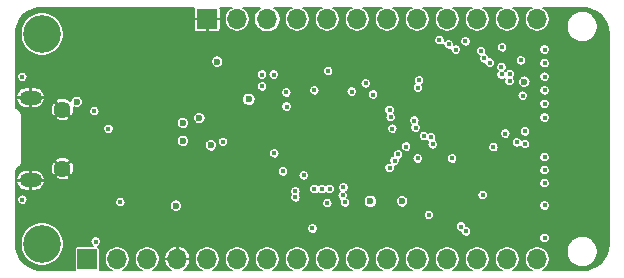
<source format=gbr>
G04 #@! TF.GenerationSoftware,KiCad,Pcbnew,5.1.5+dfsg1-2build2*
G04 #@! TF.CreationDate,2020-07-13T22:27:38-05:00*
G04 #@! TF.ProjectId,kw41z-feather,6b773431-7a2d-4666-9561-746865722e6b,rev?*
G04 #@! TF.SameCoordinates,Original*
G04 #@! TF.FileFunction,Copper,L2,Inr*
G04 #@! TF.FilePolarity,Positive*
%FSLAX46Y46*%
G04 Gerber Fmt 4.6, Leading zero omitted, Abs format (unit mm)*
G04 Created by KiCad (PCBNEW 5.1.5+dfsg1-2build2) date 2020-07-13 22:27:38*
%MOMM*%
%LPD*%
G04 APERTURE LIST*
%ADD10C,1.450000*%
%ADD11O,1.900000X1.200000*%
%ADD12C,3.200000*%
%ADD13O,1.700000X1.700000*%
%ADD14R,1.700000X1.700000*%
%ADD15C,0.450000*%
%ADD16C,0.600000*%
%ADD17C,0.150000*%
G04 APERTURE END LIST*
D10*
X131256500Y-90210000D03*
X131256500Y-95210000D03*
D11*
X128556500Y-89210000D03*
X128556500Y-96210000D03*
D12*
X129540000Y-83820000D03*
X129540000Y-101600000D03*
D13*
X171450000Y-82550000D03*
X168910000Y-82550000D03*
X166370000Y-82550000D03*
X163830000Y-82550000D03*
X161290000Y-82550000D03*
X158750000Y-82550000D03*
X156210000Y-82550000D03*
X153670000Y-82550000D03*
X151130000Y-82550000D03*
X148590000Y-82550000D03*
X146050000Y-82550000D03*
D14*
X143510000Y-82550000D03*
D13*
X171450000Y-102870000D03*
X168910000Y-102870000D03*
X166370000Y-102870000D03*
X163830000Y-102870000D03*
X161290000Y-102870000D03*
X158750000Y-102870000D03*
X156210000Y-102870000D03*
X153670000Y-102870000D03*
X151130000Y-102870000D03*
X148590000Y-102870000D03*
X146050000Y-102870000D03*
X143510000Y-102870000D03*
X140970000Y-102870000D03*
X138430000Y-102870000D03*
X135890000Y-102870000D03*
D14*
X133350000Y-102870000D03*
D15*
X172075000Y-90887500D03*
X172075000Y-89737500D03*
X172075000Y-88587500D03*
X172075000Y-87437500D03*
X172075000Y-86287500D03*
X172075000Y-85137500D03*
X172075000Y-94237500D03*
X172075000Y-95337500D03*
X172075000Y-96437500D03*
X172075000Y-101087500D03*
X172075000Y-98337500D03*
D16*
X171597500Y-99510000D03*
D15*
X128525000Y-91637500D03*
X128575000Y-93737500D03*
X168825000Y-98337500D03*
X170225000Y-99487500D03*
X136825000Y-88787500D03*
X136825000Y-88337500D03*
X132675000Y-82487500D03*
X153775000Y-93787500D03*
X152825000Y-93787500D03*
X156925000Y-92387500D03*
X156925000Y-91337500D03*
X156925000Y-93587500D03*
X156925000Y-94837500D03*
X153975000Y-91937500D03*
X154725000Y-91487500D03*
X153325000Y-91037500D03*
X152975000Y-91737500D03*
X153975000Y-94887500D03*
X152775000Y-94887500D03*
X138775000Y-88337500D03*
X133575000Y-93137500D03*
X133525000Y-92187500D03*
X171375000Y-87837500D03*
X170425000Y-96437500D03*
X171475000Y-94237500D03*
X171475000Y-93187500D03*
X171425000Y-92037500D03*
X161325000Y-93387500D03*
X169325000Y-85037500D03*
X160975000Y-85237500D03*
X153775000Y-84637500D03*
X157925000Y-98787500D03*
X157625000Y-99137500D03*
X160375000Y-94337500D03*
X150975000Y-97137500D03*
X150975000Y-97637500D03*
D16*
X145850000Y-85250000D03*
D15*
X138775000Y-88787500D03*
X154825000Y-92837500D03*
X164025000Y-89937500D03*
X165475000Y-89937500D03*
X164725000Y-90637500D03*
X166175000Y-90637500D03*
X166875000Y-89937500D03*
X166175000Y-89187500D03*
X165425000Y-91337500D03*
X165475000Y-88537500D03*
X164775000Y-89237500D03*
X148175000Y-86237500D03*
X148175000Y-85237500D03*
X165850000Y-97450000D03*
X165850000Y-96450000D03*
D16*
X139650000Y-91950000D03*
D15*
X145834962Y-96424990D03*
X137450000Y-94650000D03*
D16*
X138850000Y-90550000D03*
D15*
X145762500Y-91250000D03*
X155750000Y-85000022D03*
X157950000Y-86699980D03*
X160569998Y-90789999D03*
X162050000Y-87650000D03*
X169550000Y-91550000D03*
X166650000Y-94350000D03*
D16*
X138676683Y-98003289D03*
D15*
X152765000Y-87050020D03*
X172075000Y-93137500D03*
X172075000Y-92037500D03*
X130175000Y-94037500D03*
X166685052Y-85258088D03*
X166969998Y-85889999D03*
X167450000Y-86250000D03*
X164997072Y-100116929D03*
X165425000Y-100537500D03*
X164250000Y-94350000D03*
X162600021Y-93150000D03*
X162450000Y-92550000D03*
X161850000Y-92450000D03*
X161050000Y-91150000D03*
X161150000Y-91750000D03*
X161350000Y-88350000D03*
X161450000Y-87750000D03*
X168750000Y-92250000D03*
X166835000Y-97450000D03*
D16*
X160025000Y-97987500D03*
D15*
X161335000Y-94350000D03*
X168475000Y-84937500D03*
X169725000Y-92987500D03*
X170415000Y-92050000D03*
X170425000Y-93137500D03*
D16*
X170365000Y-87850000D03*
D15*
X170075000Y-86037500D03*
D16*
X144350000Y-86150000D03*
X143821334Y-93250011D03*
D15*
X152418670Y-100283201D03*
X162275000Y-99137500D03*
D16*
X141451233Y-92851233D03*
X141450000Y-91350000D03*
D15*
X150206801Y-88762489D03*
X150225000Y-89962500D03*
X167738815Y-93398245D03*
D16*
X140850000Y-98350000D03*
D15*
X144850000Y-92950000D03*
X152575000Y-88587500D03*
X163175000Y-84337500D03*
X153225000Y-96937500D03*
X163950000Y-84687490D03*
X152575000Y-96937500D03*
X164549979Y-85131260D03*
X168431101Y-87245719D03*
X158950000Y-90250000D03*
X159375000Y-94537500D03*
X165375000Y-84437500D03*
X159050000Y-90850000D03*
X168420744Y-86615653D03*
X159666391Y-94012995D03*
X169103432Y-87803432D03*
X159175000Y-91837500D03*
X158950000Y-95150000D03*
D16*
X132450000Y-89550000D03*
D15*
X134075000Y-101387524D03*
X153674754Y-98137479D03*
X155042847Y-96793296D03*
X153875000Y-96937456D03*
X169119489Y-87203645D03*
X151675000Y-95787500D03*
X149180765Y-93912510D03*
X149925000Y-95437500D03*
X155738130Y-88686135D03*
X155182333Y-98077834D03*
X154975000Y-97487500D03*
X157555702Y-88943210D03*
X156926986Y-87985367D03*
X149135000Y-87250000D03*
X127850000Y-97850000D03*
X127850000Y-87450000D03*
X148150000Y-87250000D03*
X148150000Y-88250000D03*
X136150000Y-98050000D03*
X160350000Y-93350000D03*
D16*
X142850000Y-90950000D03*
D15*
X153750000Y-86950000D03*
D16*
X147024990Y-89353890D03*
X157325000Y-97987500D03*
D15*
X133950000Y-90350000D03*
X135150000Y-91850000D03*
X170225000Y-89037500D03*
D17*
G36*
X142404703Y-81594253D02*
G01*
X142388979Y-81646090D01*
X142383669Y-81700000D01*
X142385000Y-82456250D01*
X142453750Y-82525000D01*
X143485000Y-82525000D01*
X143485000Y-82505000D01*
X143535000Y-82505000D01*
X143535000Y-82525000D01*
X144566250Y-82525000D01*
X144635000Y-82456250D01*
X144636331Y-81700000D01*
X144631021Y-81646090D01*
X144615297Y-81594253D01*
X144607679Y-81580000D01*
X145582679Y-81580000D01*
X145540797Y-81597348D01*
X145364728Y-81714993D01*
X145214993Y-81864728D01*
X145097348Y-82040797D01*
X145016312Y-82236434D01*
X144975000Y-82444122D01*
X144975000Y-82655878D01*
X145016312Y-82863566D01*
X145097348Y-83059203D01*
X145214993Y-83235272D01*
X145364728Y-83385007D01*
X145540797Y-83502652D01*
X145736434Y-83583688D01*
X145944122Y-83625000D01*
X146155878Y-83625000D01*
X146363566Y-83583688D01*
X146559203Y-83502652D01*
X146735272Y-83385007D01*
X146885007Y-83235272D01*
X147002652Y-83059203D01*
X147083688Y-82863566D01*
X147125000Y-82655878D01*
X147125000Y-82444122D01*
X147083688Y-82236434D01*
X147002652Y-82040797D01*
X146885007Y-81864728D01*
X146735272Y-81714993D01*
X146559203Y-81597348D01*
X146517321Y-81580000D01*
X148016762Y-81580000D01*
X147872855Y-81676156D01*
X147716156Y-81832855D01*
X147593038Y-82017113D01*
X147508233Y-82221850D01*
X147465000Y-82439197D01*
X147465000Y-82660803D01*
X147508233Y-82878150D01*
X147593038Y-83082887D01*
X147716156Y-83267145D01*
X147872855Y-83423844D01*
X148057113Y-83546962D01*
X148261850Y-83631767D01*
X148479197Y-83675000D01*
X148700803Y-83675000D01*
X148918150Y-83631767D01*
X149122887Y-83546962D01*
X149307145Y-83423844D01*
X149463844Y-83267145D01*
X149586962Y-83082887D01*
X149671767Y-82878150D01*
X149715000Y-82660803D01*
X149715000Y-82439197D01*
X149671767Y-82221850D01*
X149586962Y-82017113D01*
X149463844Y-81832855D01*
X149307145Y-81676156D01*
X149163238Y-81580000D01*
X150662679Y-81580000D01*
X150620797Y-81597348D01*
X150444728Y-81714993D01*
X150294993Y-81864728D01*
X150177348Y-82040797D01*
X150096312Y-82236434D01*
X150055000Y-82444122D01*
X150055000Y-82655878D01*
X150096312Y-82863566D01*
X150177348Y-83059203D01*
X150294993Y-83235272D01*
X150444728Y-83385007D01*
X150620797Y-83502652D01*
X150816434Y-83583688D01*
X151024122Y-83625000D01*
X151235878Y-83625000D01*
X151443566Y-83583688D01*
X151639203Y-83502652D01*
X151815272Y-83385007D01*
X151965007Y-83235272D01*
X152082652Y-83059203D01*
X152163688Y-82863566D01*
X152205000Y-82655878D01*
X152205000Y-82444122D01*
X152163688Y-82236434D01*
X152082652Y-82040797D01*
X151965007Y-81864728D01*
X151815272Y-81714993D01*
X151639203Y-81597348D01*
X151597321Y-81580000D01*
X153202679Y-81580000D01*
X153160797Y-81597348D01*
X152984728Y-81714993D01*
X152834993Y-81864728D01*
X152717348Y-82040797D01*
X152636312Y-82236434D01*
X152595000Y-82444122D01*
X152595000Y-82655878D01*
X152636312Y-82863566D01*
X152717348Y-83059203D01*
X152834993Y-83235272D01*
X152984728Y-83385007D01*
X153160797Y-83502652D01*
X153356434Y-83583688D01*
X153564122Y-83625000D01*
X153775878Y-83625000D01*
X153983566Y-83583688D01*
X154179203Y-83502652D01*
X154355272Y-83385007D01*
X154505007Y-83235272D01*
X154622652Y-83059203D01*
X154703688Y-82863566D01*
X154745000Y-82655878D01*
X154745000Y-82444122D01*
X154703688Y-82236434D01*
X154622652Y-82040797D01*
X154505007Y-81864728D01*
X154355272Y-81714993D01*
X154179203Y-81597348D01*
X154137321Y-81580000D01*
X155742679Y-81580000D01*
X155700797Y-81597348D01*
X155524728Y-81714993D01*
X155374993Y-81864728D01*
X155257348Y-82040797D01*
X155176312Y-82236434D01*
X155135000Y-82444122D01*
X155135000Y-82655878D01*
X155176312Y-82863566D01*
X155257348Y-83059203D01*
X155374993Y-83235272D01*
X155524728Y-83385007D01*
X155700797Y-83502652D01*
X155896434Y-83583688D01*
X156104122Y-83625000D01*
X156315878Y-83625000D01*
X156523566Y-83583688D01*
X156719203Y-83502652D01*
X156895272Y-83385007D01*
X157045007Y-83235272D01*
X157162652Y-83059203D01*
X157243688Y-82863566D01*
X157285000Y-82655878D01*
X157285000Y-82444122D01*
X157243688Y-82236434D01*
X157162652Y-82040797D01*
X157045007Y-81864728D01*
X156895272Y-81714993D01*
X156719203Y-81597348D01*
X156677321Y-81580000D01*
X158282679Y-81580000D01*
X158240797Y-81597348D01*
X158064728Y-81714993D01*
X157914993Y-81864728D01*
X157797348Y-82040797D01*
X157716312Y-82236434D01*
X157675000Y-82444122D01*
X157675000Y-82655878D01*
X157716312Y-82863566D01*
X157797348Y-83059203D01*
X157914993Y-83235272D01*
X158064728Y-83385007D01*
X158240797Y-83502652D01*
X158436434Y-83583688D01*
X158644122Y-83625000D01*
X158855878Y-83625000D01*
X159063566Y-83583688D01*
X159259203Y-83502652D01*
X159435272Y-83385007D01*
X159585007Y-83235272D01*
X159702652Y-83059203D01*
X159783688Y-82863566D01*
X159825000Y-82655878D01*
X159825000Y-82444122D01*
X159783688Y-82236434D01*
X159702652Y-82040797D01*
X159585007Y-81864728D01*
X159435272Y-81714993D01*
X159259203Y-81597348D01*
X159217321Y-81580000D01*
X160822679Y-81580000D01*
X160780797Y-81597348D01*
X160604728Y-81714993D01*
X160454993Y-81864728D01*
X160337348Y-82040797D01*
X160256312Y-82236434D01*
X160215000Y-82444122D01*
X160215000Y-82655878D01*
X160256312Y-82863566D01*
X160337348Y-83059203D01*
X160454993Y-83235272D01*
X160604728Y-83385007D01*
X160780797Y-83502652D01*
X160976434Y-83583688D01*
X161184122Y-83625000D01*
X161395878Y-83625000D01*
X161603566Y-83583688D01*
X161799203Y-83502652D01*
X161975272Y-83385007D01*
X162125007Y-83235272D01*
X162242652Y-83059203D01*
X162323688Y-82863566D01*
X162365000Y-82655878D01*
X162365000Y-82444122D01*
X162323688Y-82236434D01*
X162242652Y-82040797D01*
X162125007Y-81864728D01*
X161975272Y-81714993D01*
X161799203Y-81597348D01*
X161757321Y-81580000D01*
X163362679Y-81580000D01*
X163320797Y-81597348D01*
X163144728Y-81714993D01*
X162994993Y-81864728D01*
X162877348Y-82040797D01*
X162796312Y-82236434D01*
X162755000Y-82444122D01*
X162755000Y-82655878D01*
X162796312Y-82863566D01*
X162877348Y-83059203D01*
X162994993Y-83235272D01*
X163144728Y-83385007D01*
X163320797Y-83502652D01*
X163516434Y-83583688D01*
X163724122Y-83625000D01*
X163935878Y-83625000D01*
X164143566Y-83583688D01*
X164339203Y-83502652D01*
X164515272Y-83385007D01*
X164665007Y-83235272D01*
X164782652Y-83059203D01*
X164863688Y-82863566D01*
X164905000Y-82655878D01*
X164905000Y-82444122D01*
X164863688Y-82236434D01*
X164782652Y-82040797D01*
X164665007Y-81864728D01*
X164515272Y-81714993D01*
X164339203Y-81597348D01*
X164297321Y-81580000D01*
X165902679Y-81580000D01*
X165860797Y-81597348D01*
X165684728Y-81714993D01*
X165534993Y-81864728D01*
X165417348Y-82040797D01*
X165336312Y-82236434D01*
X165295000Y-82444122D01*
X165295000Y-82655878D01*
X165336312Y-82863566D01*
X165417348Y-83059203D01*
X165534993Y-83235272D01*
X165684728Y-83385007D01*
X165860797Y-83502652D01*
X166056434Y-83583688D01*
X166264122Y-83625000D01*
X166475878Y-83625000D01*
X166683566Y-83583688D01*
X166879203Y-83502652D01*
X167055272Y-83385007D01*
X167205007Y-83235272D01*
X167322652Y-83059203D01*
X167403688Y-82863566D01*
X167445000Y-82655878D01*
X167445000Y-82444122D01*
X167403688Y-82236434D01*
X167322652Y-82040797D01*
X167205007Y-81864728D01*
X167055272Y-81714993D01*
X166879203Y-81597348D01*
X166837321Y-81580000D01*
X168442679Y-81580000D01*
X168400797Y-81597348D01*
X168224728Y-81714993D01*
X168074993Y-81864728D01*
X167957348Y-82040797D01*
X167876312Y-82236434D01*
X167835000Y-82444122D01*
X167835000Y-82655878D01*
X167876312Y-82863566D01*
X167957348Y-83059203D01*
X168074993Y-83235272D01*
X168224728Y-83385007D01*
X168400797Y-83502652D01*
X168596434Y-83583688D01*
X168804122Y-83625000D01*
X169015878Y-83625000D01*
X169223566Y-83583688D01*
X169419203Y-83502652D01*
X169595272Y-83385007D01*
X169745007Y-83235272D01*
X169862652Y-83059203D01*
X169943688Y-82863566D01*
X169985000Y-82655878D01*
X169985000Y-82444122D01*
X169943688Y-82236434D01*
X169862652Y-82040797D01*
X169745007Y-81864728D01*
X169595272Y-81714993D01*
X169419203Y-81597348D01*
X169377321Y-81580000D01*
X170982679Y-81580000D01*
X170940797Y-81597348D01*
X170764728Y-81714993D01*
X170614993Y-81864728D01*
X170497348Y-82040797D01*
X170416312Y-82236434D01*
X170375000Y-82444122D01*
X170375000Y-82655878D01*
X170416312Y-82863566D01*
X170497348Y-83059203D01*
X170614993Y-83235272D01*
X170764728Y-83385007D01*
X170940797Y-83502652D01*
X171136434Y-83583688D01*
X171344122Y-83625000D01*
X171555878Y-83625000D01*
X171763566Y-83583688D01*
X171959203Y-83502652D01*
X172135272Y-83385007D01*
X172285007Y-83235272D01*
X172402652Y-83059203D01*
X172404600Y-83054499D01*
X173935000Y-83054499D01*
X173935000Y-83315501D01*
X173985919Y-83571488D01*
X174085800Y-83812623D01*
X174230805Y-84029638D01*
X174415362Y-84214195D01*
X174632377Y-84359200D01*
X174873512Y-84459081D01*
X175129499Y-84510000D01*
X175390501Y-84510000D01*
X175646488Y-84459081D01*
X175887623Y-84359200D01*
X176104638Y-84214195D01*
X176289195Y-84029638D01*
X176434200Y-83812623D01*
X176534081Y-83571488D01*
X176585000Y-83315501D01*
X176585000Y-83054499D01*
X176534081Y-82798512D01*
X176434200Y-82557377D01*
X176289195Y-82340362D01*
X176104638Y-82155805D01*
X175887623Y-82010800D01*
X175646488Y-81910919D01*
X175390501Y-81860000D01*
X175129499Y-81860000D01*
X174873512Y-81910919D01*
X174632377Y-82010800D01*
X174415362Y-82155805D01*
X174230805Y-82340362D01*
X174085800Y-82557377D01*
X173985919Y-82798512D01*
X173935000Y-83054499D01*
X172404600Y-83054499D01*
X172483688Y-82863566D01*
X172525000Y-82655878D01*
X172525000Y-82444122D01*
X172483688Y-82236434D01*
X172402652Y-82040797D01*
X172285007Y-81864728D01*
X172135272Y-81714993D01*
X171959203Y-81597348D01*
X171917321Y-81580000D01*
X175245330Y-81580000D01*
X175694804Y-81624071D01*
X176113052Y-81750348D01*
X176498802Y-81955455D01*
X176837369Y-82231585D01*
X177115850Y-82568211D01*
X177323647Y-82952523D01*
X177452838Y-83369871D01*
X177499993Y-83818520D01*
X177500001Y-83820763D01*
X177500000Y-101585330D01*
X177455929Y-102034803D01*
X177329652Y-102453052D01*
X177124547Y-102838800D01*
X176848418Y-103177367D01*
X176511789Y-103455850D01*
X176127478Y-103663646D01*
X175710129Y-103792838D01*
X175261480Y-103839993D01*
X175259523Y-103840000D01*
X171917321Y-103840000D01*
X171959203Y-103822652D01*
X172135272Y-103705007D01*
X172285007Y-103555272D01*
X172402652Y-103379203D01*
X172483688Y-103183566D01*
X172525000Y-102975878D01*
X172525000Y-102764122D01*
X172483688Y-102556434D01*
X172402652Y-102360797D01*
X172285007Y-102184728D01*
X172204778Y-102104499D01*
X173935000Y-102104499D01*
X173935000Y-102365501D01*
X173985919Y-102621488D01*
X174085800Y-102862623D01*
X174230805Y-103079638D01*
X174415362Y-103264195D01*
X174632377Y-103409200D01*
X174873512Y-103509081D01*
X175129499Y-103560000D01*
X175390501Y-103560000D01*
X175646488Y-103509081D01*
X175887623Y-103409200D01*
X176104638Y-103264195D01*
X176289195Y-103079638D01*
X176434200Y-102862623D01*
X176534081Y-102621488D01*
X176585000Y-102365501D01*
X176585000Y-102104499D01*
X176534081Y-101848512D01*
X176434200Y-101607377D01*
X176289195Y-101390362D01*
X176104638Y-101205805D01*
X175887623Y-101060800D01*
X175646488Y-100960919D01*
X175390501Y-100910000D01*
X175129499Y-100910000D01*
X174873512Y-100960919D01*
X174632377Y-101060800D01*
X174415362Y-101205805D01*
X174230805Y-101390362D01*
X174085800Y-101607377D01*
X173985919Y-101848512D01*
X173935000Y-102104499D01*
X172204778Y-102104499D01*
X172135272Y-102034993D01*
X171959203Y-101917348D01*
X171763566Y-101836312D01*
X171555878Y-101795000D01*
X171344122Y-101795000D01*
X171136434Y-101836312D01*
X170940797Y-101917348D01*
X170764728Y-102034993D01*
X170614993Y-102184728D01*
X170497348Y-102360797D01*
X170416312Y-102556434D01*
X170375000Y-102764122D01*
X170375000Y-102975878D01*
X170416312Y-103183566D01*
X170497348Y-103379203D01*
X170614993Y-103555272D01*
X170764728Y-103705007D01*
X170940797Y-103822652D01*
X170982679Y-103840000D01*
X169377321Y-103840000D01*
X169419203Y-103822652D01*
X169595272Y-103705007D01*
X169745007Y-103555272D01*
X169862652Y-103379203D01*
X169943688Y-103183566D01*
X169985000Y-102975878D01*
X169985000Y-102764122D01*
X169943688Y-102556434D01*
X169862652Y-102360797D01*
X169745007Y-102184728D01*
X169595272Y-102034993D01*
X169419203Y-101917348D01*
X169223566Y-101836312D01*
X169015878Y-101795000D01*
X168804122Y-101795000D01*
X168596434Y-101836312D01*
X168400797Y-101917348D01*
X168224728Y-102034993D01*
X168074993Y-102184728D01*
X167957348Y-102360797D01*
X167876312Y-102556434D01*
X167835000Y-102764122D01*
X167835000Y-102975878D01*
X167876312Y-103183566D01*
X167957348Y-103379203D01*
X168074993Y-103555272D01*
X168224728Y-103705007D01*
X168400797Y-103822652D01*
X168442679Y-103840000D01*
X166837321Y-103840000D01*
X166879203Y-103822652D01*
X167055272Y-103705007D01*
X167205007Y-103555272D01*
X167322652Y-103379203D01*
X167403688Y-103183566D01*
X167445000Y-102975878D01*
X167445000Y-102764122D01*
X167403688Y-102556434D01*
X167322652Y-102360797D01*
X167205007Y-102184728D01*
X167055272Y-102034993D01*
X166879203Y-101917348D01*
X166683566Y-101836312D01*
X166475878Y-101795000D01*
X166264122Y-101795000D01*
X166056434Y-101836312D01*
X165860797Y-101917348D01*
X165684728Y-102034993D01*
X165534993Y-102184728D01*
X165417348Y-102360797D01*
X165336312Y-102556434D01*
X165295000Y-102764122D01*
X165295000Y-102975878D01*
X165336312Y-103183566D01*
X165417348Y-103379203D01*
X165534993Y-103555272D01*
X165684728Y-103705007D01*
X165860797Y-103822652D01*
X165902679Y-103840000D01*
X164297321Y-103840000D01*
X164339203Y-103822652D01*
X164515272Y-103705007D01*
X164665007Y-103555272D01*
X164782652Y-103379203D01*
X164863688Y-103183566D01*
X164905000Y-102975878D01*
X164905000Y-102764122D01*
X164863688Y-102556434D01*
X164782652Y-102360797D01*
X164665007Y-102184728D01*
X164515272Y-102034993D01*
X164339203Y-101917348D01*
X164143566Y-101836312D01*
X163935878Y-101795000D01*
X163724122Y-101795000D01*
X163516434Y-101836312D01*
X163320797Y-101917348D01*
X163144728Y-102034993D01*
X162994993Y-102184728D01*
X162877348Y-102360797D01*
X162796312Y-102556434D01*
X162755000Y-102764122D01*
X162755000Y-102975878D01*
X162796312Y-103183566D01*
X162877348Y-103379203D01*
X162994993Y-103555272D01*
X163144728Y-103705007D01*
X163320797Y-103822652D01*
X163362679Y-103840000D01*
X161757321Y-103840000D01*
X161799203Y-103822652D01*
X161975272Y-103705007D01*
X162125007Y-103555272D01*
X162242652Y-103379203D01*
X162323688Y-103183566D01*
X162365000Y-102975878D01*
X162365000Y-102764122D01*
X162323688Y-102556434D01*
X162242652Y-102360797D01*
X162125007Y-102184728D01*
X161975272Y-102034993D01*
X161799203Y-101917348D01*
X161603566Y-101836312D01*
X161395878Y-101795000D01*
X161184122Y-101795000D01*
X160976434Y-101836312D01*
X160780797Y-101917348D01*
X160604728Y-102034993D01*
X160454993Y-102184728D01*
X160337348Y-102360797D01*
X160256312Y-102556434D01*
X160215000Y-102764122D01*
X160215000Y-102975878D01*
X160256312Y-103183566D01*
X160337348Y-103379203D01*
X160454993Y-103555272D01*
X160604728Y-103705007D01*
X160780797Y-103822652D01*
X160822679Y-103840000D01*
X159217321Y-103840000D01*
X159259203Y-103822652D01*
X159435272Y-103705007D01*
X159585007Y-103555272D01*
X159702652Y-103379203D01*
X159783688Y-103183566D01*
X159825000Y-102975878D01*
X159825000Y-102764122D01*
X159783688Y-102556434D01*
X159702652Y-102360797D01*
X159585007Y-102184728D01*
X159435272Y-102034993D01*
X159259203Y-101917348D01*
X159063566Y-101836312D01*
X158855878Y-101795000D01*
X158644122Y-101795000D01*
X158436434Y-101836312D01*
X158240797Y-101917348D01*
X158064728Y-102034993D01*
X157914993Y-102184728D01*
X157797348Y-102360797D01*
X157716312Y-102556434D01*
X157675000Y-102764122D01*
X157675000Y-102975878D01*
X157716312Y-103183566D01*
X157797348Y-103379203D01*
X157914993Y-103555272D01*
X158064728Y-103705007D01*
X158240797Y-103822652D01*
X158282679Y-103840000D01*
X156677321Y-103840000D01*
X156719203Y-103822652D01*
X156895272Y-103705007D01*
X157045007Y-103555272D01*
X157162652Y-103379203D01*
X157243688Y-103183566D01*
X157285000Y-102975878D01*
X157285000Y-102764122D01*
X157243688Y-102556434D01*
X157162652Y-102360797D01*
X157045007Y-102184728D01*
X156895272Y-102034993D01*
X156719203Y-101917348D01*
X156523566Y-101836312D01*
X156315878Y-101795000D01*
X156104122Y-101795000D01*
X155896434Y-101836312D01*
X155700797Y-101917348D01*
X155524728Y-102034993D01*
X155374993Y-102184728D01*
X155257348Y-102360797D01*
X155176312Y-102556434D01*
X155135000Y-102764122D01*
X155135000Y-102975878D01*
X155176312Y-103183566D01*
X155257348Y-103379203D01*
X155374993Y-103555272D01*
X155524728Y-103705007D01*
X155700797Y-103822652D01*
X155742679Y-103840000D01*
X154137321Y-103840000D01*
X154179203Y-103822652D01*
X154355272Y-103705007D01*
X154505007Y-103555272D01*
X154622652Y-103379203D01*
X154703688Y-103183566D01*
X154745000Y-102975878D01*
X154745000Y-102764122D01*
X154703688Y-102556434D01*
X154622652Y-102360797D01*
X154505007Y-102184728D01*
X154355272Y-102034993D01*
X154179203Y-101917348D01*
X153983566Y-101836312D01*
X153775878Y-101795000D01*
X153564122Y-101795000D01*
X153356434Y-101836312D01*
X153160797Y-101917348D01*
X152984728Y-102034993D01*
X152834993Y-102184728D01*
X152717348Y-102360797D01*
X152636312Y-102556434D01*
X152595000Y-102764122D01*
X152595000Y-102975878D01*
X152636312Y-103183566D01*
X152717348Y-103379203D01*
X152834993Y-103555272D01*
X152984728Y-103705007D01*
X153160797Y-103822652D01*
X153202679Y-103840000D01*
X151597321Y-103840000D01*
X151639203Y-103822652D01*
X151815272Y-103705007D01*
X151965007Y-103555272D01*
X152082652Y-103379203D01*
X152163688Y-103183566D01*
X152205000Y-102975878D01*
X152205000Y-102764122D01*
X152163688Y-102556434D01*
X152082652Y-102360797D01*
X151965007Y-102184728D01*
X151815272Y-102034993D01*
X151639203Y-101917348D01*
X151443566Y-101836312D01*
X151235878Y-101795000D01*
X151024122Y-101795000D01*
X150816434Y-101836312D01*
X150620797Y-101917348D01*
X150444728Y-102034993D01*
X150294993Y-102184728D01*
X150177348Y-102360797D01*
X150096312Y-102556434D01*
X150055000Y-102764122D01*
X150055000Y-102975878D01*
X150096312Y-103183566D01*
X150177348Y-103379203D01*
X150294993Y-103555272D01*
X150444728Y-103705007D01*
X150620797Y-103822652D01*
X150662679Y-103840000D01*
X149057321Y-103840000D01*
X149099203Y-103822652D01*
X149275272Y-103705007D01*
X149425007Y-103555272D01*
X149542652Y-103379203D01*
X149623688Y-103183566D01*
X149665000Y-102975878D01*
X149665000Y-102764122D01*
X149623688Y-102556434D01*
X149542652Y-102360797D01*
X149425007Y-102184728D01*
X149275272Y-102034993D01*
X149099203Y-101917348D01*
X148903566Y-101836312D01*
X148695878Y-101795000D01*
X148484122Y-101795000D01*
X148276434Y-101836312D01*
X148080797Y-101917348D01*
X147904728Y-102034993D01*
X147754993Y-102184728D01*
X147637348Y-102360797D01*
X147556312Y-102556434D01*
X147515000Y-102764122D01*
X147515000Y-102975878D01*
X147556312Y-103183566D01*
X147637348Y-103379203D01*
X147754993Y-103555272D01*
X147904728Y-103705007D01*
X148080797Y-103822652D01*
X148122679Y-103840000D01*
X146517321Y-103840000D01*
X146559203Y-103822652D01*
X146735272Y-103705007D01*
X146885007Y-103555272D01*
X147002652Y-103379203D01*
X147083688Y-103183566D01*
X147125000Y-102975878D01*
X147125000Y-102764122D01*
X147083688Y-102556434D01*
X147002652Y-102360797D01*
X146885007Y-102184728D01*
X146735272Y-102034993D01*
X146559203Y-101917348D01*
X146363566Y-101836312D01*
X146155878Y-101795000D01*
X145944122Y-101795000D01*
X145736434Y-101836312D01*
X145540797Y-101917348D01*
X145364728Y-102034993D01*
X145214993Y-102184728D01*
X145097348Y-102360797D01*
X145016312Y-102556434D01*
X144975000Y-102764122D01*
X144975000Y-102975878D01*
X145016312Y-103183566D01*
X145097348Y-103379203D01*
X145214993Y-103555272D01*
X145364728Y-103705007D01*
X145540797Y-103822652D01*
X145582679Y-103840000D01*
X143977321Y-103840000D01*
X144019203Y-103822652D01*
X144195272Y-103705007D01*
X144345007Y-103555272D01*
X144462652Y-103379203D01*
X144543688Y-103183566D01*
X144585000Y-102975878D01*
X144585000Y-102764122D01*
X144543688Y-102556434D01*
X144462652Y-102360797D01*
X144345007Y-102184728D01*
X144195272Y-102034993D01*
X144019203Y-101917348D01*
X143823566Y-101836312D01*
X143615878Y-101795000D01*
X143404122Y-101795000D01*
X143196434Y-101836312D01*
X143000797Y-101917348D01*
X142824728Y-102034993D01*
X142674993Y-102184728D01*
X142557348Y-102360797D01*
X142476312Y-102556434D01*
X142435000Y-102764122D01*
X142435000Y-102975878D01*
X142476312Y-103183566D01*
X142557348Y-103379203D01*
X142674993Y-103555272D01*
X142824728Y-103705007D01*
X143000797Y-103822652D01*
X143042679Y-103840000D01*
X141529334Y-103840000D01*
X141610870Y-103794615D01*
X141778939Y-103651821D01*
X141915921Y-103478982D01*
X142016552Y-103282741D01*
X142076965Y-103070638D01*
X142025973Y-102895000D01*
X140995000Y-102895000D01*
X140995000Y-102915000D01*
X140945000Y-102915000D01*
X140945000Y-102895000D01*
X139914027Y-102895000D01*
X139863035Y-103070638D01*
X139923448Y-103282741D01*
X140024079Y-103478982D01*
X140161061Y-103651821D01*
X140329130Y-103794615D01*
X140410666Y-103840000D01*
X138897321Y-103840000D01*
X138939203Y-103822652D01*
X139115272Y-103705007D01*
X139265007Y-103555272D01*
X139382652Y-103379203D01*
X139463688Y-103183566D01*
X139505000Y-102975878D01*
X139505000Y-102764122D01*
X139486151Y-102669362D01*
X139863035Y-102669362D01*
X139914027Y-102845000D01*
X140945000Y-102845000D01*
X140945000Y-101814046D01*
X140995000Y-101814046D01*
X140995000Y-102845000D01*
X142025973Y-102845000D01*
X142076965Y-102669362D01*
X142016552Y-102457259D01*
X141915921Y-102261018D01*
X141778939Y-102088179D01*
X141610870Y-101945385D01*
X141418172Y-101838124D01*
X141208251Y-101770517D01*
X141170637Y-101763036D01*
X140995000Y-101814046D01*
X140945000Y-101814046D01*
X140769363Y-101763036D01*
X140731749Y-101770517D01*
X140521828Y-101838124D01*
X140329130Y-101945385D01*
X140161061Y-102088179D01*
X140024079Y-102261018D01*
X139923448Y-102457259D01*
X139863035Y-102669362D01*
X139486151Y-102669362D01*
X139463688Y-102556434D01*
X139382652Y-102360797D01*
X139265007Y-102184728D01*
X139115272Y-102034993D01*
X138939203Y-101917348D01*
X138743566Y-101836312D01*
X138535878Y-101795000D01*
X138324122Y-101795000D01*
X138116434Y-101836312D01*
X137920797Y-101917348D01*
X137744728Y-102034993D01*
X137594993Y-102184728D01*
X137477348Y-102360797D01*
X137396312Y-102556434D01*
X137355000Y-102764122D01*
X137355000Y-102975878D01*
X137396312Y-103183566D01*
X137477348Y-103379203D01*
X137594993Y-103555272D01*
X137744728Y-103705007D01*
X137920797Y-103822652D01*
X137962679Y-103840000D01*
X136357321Y-103840000D01*
X136399203Y-103822652D01*
X136575272Y-103705007D01*
X136725007Y-103555272D01*
X136842652Y-103379203D01*
X136923688Y-103183566D01*
X136965000Y-102975878D01*
X136965000Y-102764122D01*
X136923688Y-102556434D01*
X136842652Y-102360797D01*
X136725007Y-102184728D01*
X136575272Y-102034993D01*
X136399203Y-101917348D01*
X136203566Y-101836312D01*
X135995878Y-101795000D01*
X135784122Y-101795000D01*
X135576434Y-101836312D01*
X135380797Y-101917348D01*
X135204728Y-102034993D01*
X135054993Y-102184728D01*
X134937348Y-102360797D01*
X134856312Y-102556434D01*
X134815000Y-102764122D01*
X134815000Y-102975878D01*
X134856312Y-103183566D01*
X134937348Y-103379203D01*
X135054993Y-103555272D01*
X135204728Y-103705007D01*
X135380797Y-103822652D01*
X135422679Y-103840000D01*
X134390983Y-103840000D01*
X134408878Y-103806520D01*
X134421744Y-103764108D01*
X134426088Y-103720000D01*
X134426088Y-102020000D01*
X134421744Y-101975892D01*
X134408878Y-101933480D01*
X134387985Y-101894392D01*
X134359868Y-101860132D01*
X134325608Y-101832015D01*
X134286520Y-101811122D01*
X134252884Y-101800918D01*
X134288155Y-101786309D01*
X134361858Y-101737062D01*
X134424538Y-101674382D01*
X134473785Y-101600679D01*
X134507706Y-101518784D01*
X134525000Y-101431845D01*
X134525000Y-101343203D01*
X134507706Y-101256264D01*
X134473785Y-101174369D01*
X134424538Y-101100666D01*
X134367051Y-101043179D01*
X171625000Y-101043179D01*
X171625000Y-101131821D01*
X171642294Y-101218760D01*
X171676215Y-101300655D01*
X171725462Y-101374358D01*
X171788142Y-101437038D01*
X171861845Y-101486285D01*
X171943740Y-101520206D01*
X172030679Y-101537500D01*
X172119321Y-101537500D01*
X172206260Y-101520206D01*
X172288155Y-101486285D01*
X172361858Y-101437038D01*
X172424538Y-101374358D01*
X172473785Y-101300655D01*
X172507706Y-101218760D01*
X172525000Y-101131821D01*
X172525000Y-101043179D01*
X172507706Y-100956240D01*
X172473785Y-100874345D01*
X172424538Y-100800642D01*
X172361858Y-100737962D01*
X172288155Y-100688715D01*
X172206260Y-100654794D01*
X172119321Y-100637500D01*
X172030679Y-100637500D01*
X171943740Y-100654794D01*
X171861845Y-100688715D01*
X171788142Y-100737962D01*
X171725462Y-100800642D01*
X171676215Y-100874345D01*
X171642294Y-100956240D01*
X171625000Y-101043179D01*
X134367051Y-101043179D01*
X134361858Y-101037986D01*
X134288155Y-100988739D01*
X134206260Y-100954818D01*
X134119321Y-100937524D01*
X134030679Y-100937524D01*
X133943740Y-100954818D01*
X133861845Y-100988739D01*
X133788142Y-101037986D01*
X133725462Y-101100666D01*
X133676215Y-101174369D01*
X133642294Y-101256264D01*
X133625000Y-101343203D01*
X133625000Y-101431845D01*
X133642294Y-101518784D01*
X133676215Y-101600679D01*
X133725462Y-101674382D01*
X133788142Y-101737062D01*
X133861845Y-101786309D01*
X133880201Y-101793912D01*
X132500000Y-101793912D01*
X132455892Y-101798256D01*
X132413480Y-101811122D01*
X132374392Y-101832015D01*
X132340132Y-101860132D01*
X132312015Y-101894392D01*
X132291122Y-101933480D01*
X132278256Y-101975892D01*
X132273912Y-102020000D01*
X132273912Y-103720000D01*
X132278256Y-103764108D01*
X132291122Y-103806520D01*
X132309017Y-103840000D01*
X129554670Y-103840000D01*
X129105197Y-103795929D01*
X128686948Y-103669652D01*
X128301200Y-103464547D01*
X127962633Y-103188418D01*
X127684150Y-102851789D01*
X127476354Y-102467478D01*
X127347162Y-102050129D01*
X127300007Y-101601480D01*
X127300000Y-101599523D01*
X127300000Y-101420253D01*
X127715000Y-101420253D01*
X127715000Y-101779747D01*
X127785134Y-102132333D01*
X127922706Y-102464461D01*
X128122430Y-102763369D01*
X128376631Y-103017570D01*
X128675539Y-103217294D01*
X129007667Y-103354866D01*
X129360253Y-103425000D01*
X129719747Y-103425000D01*
X130072333Y-103354866D01*
X130404461Y-103217294D01*
X130703369Y-103017570D01*
X130957570Y-102763369D01*
X131157294Y-102464461D01*
X131294866Y-102132333D01*
X131365000Y-101779747D01*
X131365000Y-101420253D01*
X131294866Y-101067667D01*
X131157294Y-100735539D01*
X130957570Y-100436631D01*
X130759819Y-100238880D01*
X151968670Y-100238880D01*
X151968670Y-100327522D01*
X151985964Y-100414461D01*
X152019885Y-100496356D01*
X152069132Y-100570059D01*
X152131812Y-100632739D01*
X152205515Y-100681986D01*
X152287410Y-100715907D01*
X152374349Y-100733201D01*
X152462991Y-100733201D01*
X152549930Y-100715907D01*
X152631825Y-100681986D01*
X152705528Y-100632739D01*
X152768208Y-100570059D01*
X152817455Y-100496356D01*
X152851376Y-100414461D01*
X152868670Y-100327522D01*
X152868670Y-100238880D01*
X152851376Y-100151941D01*
X152818517Y-100072608D01*
X164547072Y-100072608D01*
X164547072Y-100161250D01*
X164564366Y-100248189D01*
X164598287Y-100330084D01*
X164647534Y-100403787D01*
X164710214Y-100466467D01*
X164783917Y-100515714D01*
X164865812Y-100549635D01*
X164952751Y-100566929D01*
X164975000Y-100566929D01*
X164975000Y-100581821D01*
X164992294Y-100668760D01*
X165026215Y-100750655D01*
X165075462Y-100824358D01*
X165138142Y-100887038D01*
X165211845Y-100936285D01*
X165293740Y-100970206D01*
X165380679Y-100987500D01*
X165469321Y-100987500D01*
X165556260Y-100970206D01*
X165638155Y-100936285D01*
X165711858Y-100887038D01*
X165774538Y-100824358D01*
X165823785Y-100750655D01*
X165857706Y-100668760D01*
X165875000Y-100581821D01*
X165875000Y-100493179D01*
X165857706Y-100406240D01*
X165823785Y-100324345D01*
X165774538Y-100250642D01*
X165711858Y-100187962D01*
X165638155Y-100138715D01*
X165556260Y-100104794D01*
X165469321Y-100087500D01*
X165447072Y-100087500D01*
X165447072Y-100072608D01*
X165429778Y-99985669D01*
X165395857Y-99903774D01*
X165346610Y-99830071D01*
X165283930Y-99767391D01*
X165210227Y-99718144D01*
X165128332Y-99684223D01*
X165041393Y-99666929D01*
X164952751Y-99666929D01*
X164865812Y-99684223D01*
X164783917Y-99718144D01*
X164710214Y-99767391D01*
X164647534Y-99830071D01*
X164598287Y-99903774D01*
X164564366Y-99985669D01*
X164547072Y-100072608D01*
X152818517Y-100072608D01*
X152817455Y-100070046D01*
X152768208Y-99996343D01*
X152705528Y-99933663D01*
X152631825Y-99884416D01*
X152549930Y-99850495D01*
X152462991Y-99833201D01*
X152374349Y-99833201D01*
X152287410Y-99850495D01*
X152205515Y-99884416D01*
X152131812Y-99933663D01*
X152069132Y-99996343D01*
X152019885Y-100070046D01*
X151985964Y-100151941D01*
X151968670Y-100238880D01*
X130759819Y-100238880D01*
X130703369Y-100182430D01*
X130404461Y-99982706D01*
X130072333Y-99845134D01*
X129719747Y-99775000D01*
X129360253Y-99775000D01*
X129007667Y-99845134D01*
X128675539Y-99982706D01*
X128376631Y-100182430D01*
X128122430Y-100436631D01*
X127922706Y-100735539D01*
X127785134Y-101067667D01*
X127715000Y-101420253D01*
X127300000Y-101420253D01*
X127300000Y-99093179D01*
X161825000Y-99093179D01*
X161825000Y-99181821D01*
X161842294Y-99268760D01*
X161876215Y-99350655D01*
X161925462Y-99424358D01*
X161988142Y-99487038D01*
X162061845Y-99536285D01*
X162143740Y-99570206D01*
X162230679Y-99587500D01*
X162319321Y-99587500D01*
X162406260Y-99570206D01*
X162488155Y-99536285D01*
X162561858Y-99487038D01*
X162624538Y-99424358D01*
X162673785Y-99350655D01*
X162707706Y-99268760D01*
X162725000Y-99181821D01*
X162725000Y-99093179D01*
X162707706Y-99006240D01*
X162673785Y-98924345D01*
X162624538Y-98850642D01*
X162561858Y-98787962D01*
X162488155Y-98738715D01*
X162406260Y-98704794D01*
X162319321Y-98687500D01*
X162230679Y-98687500D01*
X162143740Y-98704794D01*
X162061845Y-98738715D01*
X161988142Y-98787962D01*
X161925462Y-98850642D01*
X161876215Y-98924345D01*
X161842294Y-99006240D01*
X161825000Y-99093179D01*
X127300000Y-99093179D01*
X127300000Y-97805679D01*
X127400000Y-97805679D01*
X127400000Y-97894321D01*
X127417294Y-97981260D01*
X127451215Y-98063155D01*
X127500462Y-98136858D01*
X127563142Y-98199538D01*
X127636845Y-98248785D01*
X127718740Y-98282706D01*
X127805679Y-98300000D01*
X127894321Y-98300000D01*
X127981260Y-98282706D01*
X128063155Y-98248785D01*
X128136858Y-98199538D01*
X128199538Y-98136858D01*
X128248785Y-98063155D01*
X128272591Y-98005679D01*
X135700000Y-98005679D01*
X135700000Y-98094321D01*
X135717294Y-98181260D01*
X135751215Y-98263155D01*
X135800462Y-98336858D01*
X135863142Y-98399538D01*
X135936845Y-98448785D01*
X136018740Y-98482706D01*
X136105679Y-98500000D01*
X136194321Y-98500000D01*
X136281260Y-98482706D01*
X136363155Y-98448785D01*
X136436858Y-98399538D01*
X136499538Y-98336858D01*
X136525307Y-98298292D01*
X140325000Y-98298292D01*
X140325000Y-98401708D01*
X140345176Y-98503137D01*
X140384751Y-98598681D01*
X140442206Y-98684668D01*
X140515332Y-98757794D01*
X140601319Y-98815249D01*
X140696863Y-98854824D01*
X140798292Y-98875000D01*
X140901708Y-98875000D01*
X141003137Y-98854824D01*
X141098681Y-98815249D01*
X141184668Y-98757794D01*
X141257794Y-98684668D01*
X141315249Y-98598681D01*
X141354824Y-98503137D01*
X141375000Y-98401708D01*
X141375000Y-98298292D01*
X141354824Y-98196863D01*
X141315249Y-98101319D01*
X141309796Y-98093158D01*
X153224754Y-98093158D01*
X153224754Y-98181800D01*
X153242048Y-98268739D01*
X153275969Y-98350634D01*
X153325216Y-98424337D01*
X153387896Y-98487017D01*
X153461599Y-98536264D01*
X153543494Y-98570185D01*
X153630433Y-98587479D01*
X153719075Y-98587479D01*
X153806014Y-98570185D01*
X153887909Y-98536264D01*
X153961612Y-98487017D01*
X154024292Y-98424337D01*
X154073539Y-98350634D01*
X154107460Y-98268739D01*
X154124754Y-98181800D01*
X154124754Y-98093158D01*
X154107460Y-98006219D01*
X154073539Y-97924324D01*
X154024292Y-97850621D01*
X153961612Y-97787941D01*
X153887909Y-97738694D01*
X153806014Y-97704773D01*
X153719075Y-97687479D01*
X153630433Y-97687479D01*
X153543494Y-97704773D01*
X153461599Y-97738694D01*
X153387896Y-97787941D01*
X153325216Y-97850621D01*
X153275969Y-97924324D01*
X153242048Y-98006219D01*
X153224754Y-98093158D01*
X141309796Y-98093158D01*
X141257794Y-98015332D01*
X141184668Y-97942206D01*
X141098681Y-97884751D01*
X141003137Y-97845176D01*
X140901708Y-97825000D01*
X140798292Y-97825000D01*
X140696863Y-97845176D01*
X140601319Y-97884751D01*
X140515332Y-97942206D01*
X140442206Y-98015332D01*
X140384751Y-98101319D01*
X140345176Y-98196863D01*
X140325000Y-98298292D01*
X136525307Y-98298292D01*
X136548785Y-98263155D01*
X136582706Y-98181260D01*
X136600000Y-98094321D01*
X136600000Y-98005679D01*
X136582706Y-97918740D01*
X136548785Y-97836845D01*
X136499538Y-97763142D01*
X136436858Y-97700462D01*
X136363155Y-97651215D01*
X136281260Y-97617294D01*
X136194321Y-97600000D01*
X136105679Y-97600000D01*
X136018740Y-97617294D01*
X135936845Y-97651215D01*
X135863142Y-97700462D01*
X135800462Y-97763142D01*
X135751215Y-97836845D01*
X135717294Y-97918740D01*
X135700000Y-98005679D01*
X128272591Y-98005679D01*
X128282706Y-97981260D01*
X128300000Y-97894321D01*
X128300000Y-97805679D01*
X128282706Y-97718740D01*
X128248785Y-97636845D01*
X128199538Y-97563142D01*
X128136858Y-97500462D01*
X128063155Y-97451215D01*
X127981260Y-97417294D01*
X127894321Y-97400000D01*
X127805679Y-97400000D01*
X127718740Y-97417294D01*
X127636845Y-97451215D01*
X127563142Y-97500462D01*
X127500462Y-97563142D01*
X127451215Y-97636845D01*
X127417294Y-97718740D01*
X127400000Y-97805679D01*
X127300000Y-97805679D01*
X127300000Y-97093179D01*
X150525000Y-97093179D01*
X150525000Y-97181821D01*
X150542294Y-97268760D01*
X150576215Y-97350655D01*
X150600834Y-97387500D01*
X150576215Y-97424345D01*
X150542294Y-97506240D01*
X150525000Y-97593179D01*
X150525000Y-97681821D01*
X150542294Y-97768760D01*
X150576215Y-97850655D01*
X150625462Y-97924358D01*
X150688142Y-97987038D01*
X150761845Y-98036285D01*
X150843740Y-98070206D01*
X150930679Y-98087500D01*
X151019321Y-98087500D01*
X151106260Y-98070206D01*
X151188155Y-98036285D01*
X151261858Y-97987038D01*
X151324538Y-97924358D01*
X151373785Y-97850655D01*
X151407706Y-97768760D01*
X151425000Y-97681821D01*
X151425000Y-97593179D01*
X151407706Y-97506240D01*
X151381587Y-97443179D01*
X154525000Y-97443179D01*
X154525000Y-97531821D01*
X154542294Y-97618760D01*
X154576215Y-97700655D01*
X154625462Y-97774358D01*
X154688142Y-97837038D01*
X154761845Y-97886285D01*
X154772731Y-97890794D01*
X154749627Y-97946574D01*
X154732333Y-98033513D01*
X154732333Y-98122155D01*
X154749627Y-98209094D01*
X154783548Y-98290989D01*
X154832795Y-98364692D01*
X154895475Y-98427372D01*
X154969178Y-98476619D01*
X155051073Y-98510540D01*
X155138012Y-98527834D01*
X155226654Y-98527834D01*
X155313593Y-98510540D01*
X155395488Y-98476619D01*
X155469191Y-98427372D01*
X155531871Y-98364692D01*
X155581118Y-98290989D01*
X155615039Y-98209094D01*
X155632333Y-98122155D01*
X155632333Y-98033513D01*
X155615039Y-97946574D01*
X155608534Y-97930867D01*
X156750000Y-97930867D01*
X156750000Y-98044133D01*
X156772097Y-98155221D01*
X156815442Y-98259865D01*
X156878368Y-98354041D01*
X156958459Y-98434132D01*
X157052635Y-98497058D01*
X157157279Y-98540403D01*
X157268367Y-98562500D01*
X157381633Y-98562500D01*
X157492721Y-98540403D01*
X157597365Y-98497058D01*
X157691541Y-98434132D01*
X157771632Y-98354041D01*
X157834558Y-98259865D01*
X157877903Y-98155221D01*
X157900000Y-98044133D01*
X157900000Y-97935792D01*
X159500000Y-97935792D01*
X159500000Y-98039208D01*
X159520176Y-98140637D01*
X159559751Y-98236181D01*
X159617206Y-98322168D01*
X159690332Y-98395294D01*
X159776319Y-98452749D01*
X159871863Y-98492324D01*
X159973292Y-98512500D01*
X160076708Y-98512500D01*
X160178137Y-98492324D01*
X160273681Y-98452749D01*
X160359668Y-98395294D01*
X160432794Y-98322168D01*
X160452163Y-98293179D01*
X171625000Y-98293179D01*
X171625000Y-98381821D01*
X171642294Y-98468760D01*
X171676215Y-98550655D01*
X171725462Y-98624358D01*
X171788142Y-98687038D01*
X171861845Y-98736285D01*
X171943740Y-98770206D01*
X172030679Y-98787500D01*
X172119321Y-98787500D01*
X172206260Y-98770206D01*
X172288155Y-98736285D01*
X172361858Y-98687038D01*
X172424538Y-98624358D01*
X172473785Y-98550655D01*
X172507706Y-98468760D01*
X172525000Y-98381821D01*
X172525000Y-98293179D01*
X172507706Y-98206240D01*
X172473785Y-98124345D01*
X172424538Y-98050642D01*
X172361858Y-97987962D01*
X172288155Y-97938715D01*
X172206260Y-97904794D01*
X172119321Y-97887500D01*
X172030679Y-97887500D01*
X171943740Y-97904794D01*
X171861845Y-97938715D01*
X171788142Y-97987962D01*
X171725462Y-98050642D01*
X171676215Y-98124345D01*
X171642294Y-98206240D01*
X171625000Y-98293179D01*
X160452163Y-98293179D01*
X160490249Y-98236181D01*
X160529824Y-98140637D01*
X160550000Y-98039208D01*
X160550000Y-97935792D01*
X160529824Y-97834363D01*
X160490249Y-97738819D01*
X160432794Y-97652832D01*
X160359668Y-97579706D01*
X160273681Y-97522251D01*
X160178137Y-97482676D01*
X160076708Y-97462500D01*
X159973292Y-97462500D01*
X159871863Y-97482676D01*
X159776319Y-97522251D01*
X159690332Y-97579706D01*
X159617206Y-97652832D01*
X159559751Y-97738819D01*
X159520176Y-97834363D01*
X159500000Y-97935792D01*
X157900000Y-97935792D01*
X157900000Y-97930867D01*
X157877903Y-97819779D01*
X157834558Y-97715135D01*
X157771632Y-97620959D01*
X157691541Y-97540868D01*
X157597365Y-97477942D01*
X157492721Y-97434597D01*
X157381633Y-97412500D01*
X157268367Y-97412500D01*
X157157279Y-97434597D01*
X157052635Y-97477942D01*
X156958459Y-97540868D01*
X156878368Y-97620959D01*
X156815442Y-97715135D01*
X156772097Y-97819779D01*
X156750000Y-97930867D01*
X155608534Y-97930867D01*
X155581118Y-97864679D01*
X155531871Y-97790976D01*
X155469191Y-97728296D01*
X155395488Y-97679049D01*
X155384602Y-97674540D01*
X155407706Y-97618760D01*
X155425000Y-97531821D01*
X155425000Y-97443179D01*
X155417541Y-97405679D01*
X166385000Y-97405679D01*
X166385000Y-97494321D01*
X166402294Y-97581260D01*
X166436215Y-97663155D01*
X166485462Y-97736858D01*
X166548142Y-97799538D01*
X166621845Y-97848785D01*
X166703740Y-97882706D01*
X166790679Y-97900000D01*
X166879321Y-97900000D01*
X166966260Y-97882706D01*
X167048155Y-97848785D01*
X167121858Y-97799538D01*
X167184538Y-97736858D01*
X167233785Y-97663155D01*
X167267706Y-97581260D01*
X167285000Y-97494321D01*
X167285000Y-97405679D01*
X167267706Y-97318740D01*
X167233785Y-97236845D01*
X167184538Y-97163142D01*
X167121858Y-97100462D01*
X167048155Y-97051215D01*
X166966260Y-97017294D01*
X166879321Y-97000000D01*
X166790679Y-97000000D01*
X166703740Y-97017294D01*
X166621845Y-97051215D01*
X166548142Y-97100462D01*
X166485462Y-97163142D01*
X166436215Y-97236845D01*
X166402294Y-97318740D01*
X166385000Y-97405679D01*
X155417541Y-97405679D01*
X155407706Y-97356240D01*
X155373785Y-97274345D01*
X155324538Y-97200642D01*
X155291954Y-97168058D01*
X155329705Y-97142834D01*
X155392385Y-97080154D01*
X155441632Y-97006451D01*
X155475553Y-96924556D01*
X155492847Y-96837617D01*
X155492847Y-96748975D01*
X155475553Y-96662036D01*
X155441632Y-96580141D01*
X155392385Y-96506438D01*
X155329705Y-96443758D01*
X155256002Y-96394511D01*
X155252787Y-96393179D01*
X171625000Y-96393179D01*
X171625000Y-96481821D01*
X171642294Y-96568760D01*
X171676215Y-96650655D01*
X171725462Y-96724358D01*
X171788142Y-96787038D01*
X171861845Y-96836285D01*
X171943740Y-96870206D01*
X172030679Y-96887500D01*
X172119321Y-96887500D01*
X172206260Y-96870206D01*
X172288155Y-96836285D01*
X172361858Y-96787038D01*
X172424538Y-96724358D01*
X172473785Y-96650655D01*
X172507706Y-96568760D01*
X172525000Y-96481821D01*
X172525000Y-96393179D01*
X172507706Y-96306240D01*
X172473785Y-96224345D01*
X172424538Y-96150642D01*
X172361858Y-96087962D01*
X172288155Y-96038715D01*
X172206260Y-96004794D01*
X172119321Y-95987500D01*
X172030679Y-95987500D01*
X171943740Y-96004794D01*
X171861845Y-96038715D01*
X171788142Y-96087962D01*
X171725462Y-96150642D01*
X171676215Y-96224345D01*
X171642294Y-96306240D01*
X171625000Y-96393179D01*
X155252787Y-96393179D01*
X155174107Y-96360590D01*
X155087168Y-96343296D01*
X154998526Y-96343296D01*
X154911587Y-96360590D01*
X154829692Y-96394511D01*
X154755989Y-96443758D01*
X154693309Y-96506438D01*
X154644062Y-96580141D01*
X154610141Y-96662036D01*
X154592847Y-96748975D01*
X154592847Y-96837617D01*
X154610141Y-96924556D01*
X154644062Y-97006451D01*
X154693309Y-97080154D01*
X154725893Y-97112738D01*
X154688142Y-97137962D01*
X154625462Y-97200642D01*
X154576215Y-97274345D01*
X154542294Y-97356240D01*
X154525000Y-97443179D01*
X151381587Y-97443179D01*
X151373785Y-97424345D01*
X151349166Y-97387500D01*
X151373785Y-97350655D01*
X151407706Y-97268760D01*
X151425000Y-97181821D01*
X151425000Y-97093179D01*
X151407706Y-97006240D01*
X151373785Y-96924345D01*
X151352961Y-96893179D01*
X152125000Y-96893179D01*
X152125000Y-96981821D01*
X152142294Y-97068760D01*
X152176215Y-97150655D01*
X152225462Y-97224358D01*
X152288142Y-97287038D01*
X152361845Y-97336285D01*
X152443740Y-97370206D01*
X152530679Y-97387500D01*
X152619321Y-97387500D01*
X152706260Y-97370206D01*
X152788155Y-97336285D01*
X152861858Y-97287038D01*
X152900000Y-97248896D01*
X152938142Y-97287038D01*
X153011845Y-97336285D01*
X153093740Y-97370206D01*
X153180679Y-97387500D01*
X153269321Y-97387500D01*
X153356260Y-97370206D01*
X153438155Y-97336285D01*
X153511858Y-97287038D01*
X153550022Y-97248874D01*
X153588142Y-97286994D01*
X153661845Y-97336241D01*
X153743740Y-97370162D01*
X153830679Y-97387456D01*
X153919321Y-97387456D01*
X154006260Y-97370162D01*
X154088155Y-97336241D01*
X154161858Y-97286994D01*
X154224538Y-97224314D01*
X154273785Y-97150611D01*
X154307706Y-97068716D01*
X154325000Y-96981777D01*
X154325000Y-96893135D01*
X154307706Y-96806196D01*
X154273785Y-96724301D01*
X154224538Y-96650598D01*
X154161858Y-96587918D01*
X154088155Y-96538671D01*
X154006260Y-96504750D01*
X153919321Y-96487456D01*
X153830679Y-96487456D01*
X153743740Y-96504750D01*
X153661845Y-96538671D01*
X153588142Y-96587918D01*
X153549978Y-96626082D01*
X153511858Y-96587962D01*
X153438155Y-96538715D01*
X153356260Y-96504794D01*
X153269321Y-96487500D01*
X153180679Y-96487500D01*
X153093740Y-96504794D01*
X153011845Y-96538715D01*
X152938142Y-96587962D01*
X152900000Y-96626104D01*
X152861858Y-96587962D01*
X152788155Y-96538715D01*
X152706260Y-96504794D01*
X152619321Y-96487500D01*
X152530679Y-96487500D01*
X152443740Y-96504794D01*
X152361845Y-96538715D01*
X152288142Y-96587962D01*
X152225462Y-96650642D01*
X152176215Y-96724345D01*
X152142294Y-96806240D01*
X152125000Y-96893179D01*
X151352961Y-96893179D01*
X151324538Y-96850642D01*
X151261858Y-96787962D01*
X151188155Y-96738715D01*
X151106260Y-96704794D01*
X151019321Y-96687500D01*
X150930679Y-96687500D01*
X150843740Y-96704794D01*
X150761845Y-96738715D01*
X150688142Y-96787962D01*
X150625462Y-96850642D01*
X150576215Y-96924345D01*
X150542294Y-97006240D01*
X150525000Y-97093179D01*
X127300000Y-97093179D01*
X127300000Y-96371517D01*
X127346536Y-96371517D01*
X127388539Y-96521751D01*
X127465075Y-96675337D01*
X127570104Y-96811041D01*
X127699589Y-96923647D01*
X127848555Y-97008828D01*
X128011276Y-97063310D01*
X128181500Y-97085000D01*
X128531500Y-97085000D01*
X128531500Y-96235000D01*
X128581500Y-96235000D01*
X128581500Y-97085000D01*
X128931500Y-97085000D01*
X129101724Y-97063310D01*
X129264445Y-97008828D01*
X129413411Y-96923647D01*
X129542896Y-96811041D01*
X129647925Y-96675337D01*
X129724461Y-96521751D01*
X129766464Y-96371517D01*
X129712362Y-96235000D01*
X128581500Y-96235000D01*
X128531500Y-96235000D01*
X127400638Y-96235000D01*
X127346536Y-96371517D01*
X127300000Y-96371517D01*
X127300000Y-96048483D01*
X127346536Y-96048483D01*
X127400638Y-96185000D01*
X128531500Y-96185000D01*
X128531500Y-95335000D01*
X128581500Y-95335000D01*
X128581500Y-96185000D01*
X129712362Y-96185000D01*
X129766464Y-96048483D01*
X129724461Y-95898249D01*
X129720030Y-95889356D01*
X130612499Y-95889356D01*
X130686278Y-96037375D01*
X130858648Y-96132722D01*
X131046306Y-96192609D01*
X131242042Y-96214735D01*
X131438335Y-96198250D01*
X131627639Y-96143787D01*
X131802681Y-96053438D01*
X131826722Y-96037375D01*
X131900501Y-95889356D01*
X131256500Y-95245355D01*
X130612499Y-95889356D01*
X129720030Y-95889356D01*
X129647925Y-95744663D01*
X129542896Y-95608959D01*
X129413411Y-95496353D01*
X129264445Y-95411172D01*
X129101724Y-95356690D01*
X128931500Y-95335000D01*
X128581500Y-95335000D01*
X128531500Y-95335000D01*
X128181500Y-95335000D01*
X128011276Y-95356690D01*
X127848555Y-95411172D01*
X127699589Y-95496353D01*
X127570104Y-95608959D01*
X127465075Y-95744663D01*
X127388539Y-95898249D01*
X127346536Y-96048483D01*
X127300000Y-96048483D01*
X127300000Y-95374263D01*
X127478721Y-95195542D01*
X130251765Y-95195542D01*
X130268250Y-95391835D01*
X130322713Y-95581139D01*
X130413062Y-95756181D01*
X130429125Y-95780222D01*
X130577144Y-95854001D01*
X131221145Y-95210000D01*
X131291855Y-95210000D01*
X131935856Y-95854001D01*
X132083875Y-95780222D01*
X132179222Y-95607852D01*
X132239109Y-95420194D01*
X132242162Y-95393179D01*
X149475000Y-95393179D01*
X149475000Y-95481821D01*
X149492294Y-95568760D01*
X149526215Y-95650655D01*
X149575462Y-95724358D01*
X149638142Y-95787038D01*
X149711845Y-95836285D01*
X149793740Y-95870206D01*
X149880679Y-95887500D01*
X149969321Y-95887500D01*
X150056260Y-95870206D01*
X150138155Y-95836285D01*
X150211858Y-95787038D01*
X150255717Y-95743179D01*
X151225000Y-95743179D01*
X151225000Y-95831821D01*
X151242294Y-95918760D01*
X151276215Y-96000655D01*
X151325462Y-96074358D01*
X151388142Y-96137038D01*
X151461845Y-96186285D01*
X151543740Y-96220206D01*
X151630679Y-96237500D01*
X151719321Y-96237500D01*
X151806260Y-96220206D01*
X151888155Y-96186285D01*
X151961858Y-96137038D01*
X152024538Y-96074358D01*
X152073785Y-96000655D01*
X152107706Y-95918760D01*
X152125000Y-95831821D01*
X152125000Y-95743179D01*
X152107706Y-95656240D01*
X152073785Y-95574345D01*
X152024538Y-95500642D01*
X151961858Y-95437962D01*
X151888155Y-95388715D01*
X151806260Y-95354794D01*
X151719321Y-95337500D01*
X151630679Y-95337500D01*
X151543740Y-95354794D01*
X151461845Y-95388715D01*
X151388142Y-95437962D01*
X151325462Y-95500642D01*
X151276215Y-95574345D01*
X151242294Y-95656240D01*
X151225000Y-95743179D01*
X150255717Y-95743179D01*
X150274538Y-95724358D01*
X150323785Y-95650655D01*
X150357706Y-95568760D01*
X150375000Y-95481821D01*
X150375000Y-95393179D01*
X150357706Y-95306240D01*
X150323785Y-95224345D01*
X150274538Y-95150642D01*
X150229575Y-95105679D01*
X158500000Y-95105679D01*
X158500000Y-95194321D01*
X158517294Y-95281260D01*
X158551215Y-95363155D01*
X158600462Y-95436858D01*
X158663142Y-95499538D01*
X158736845Y-95548785D01*
X158818740Y-95582706D01*
X158905679Y-95600000D01*
X158994321Y-95600000D01*
X159081260Y-95582706D01*
X159163155Y-95548785D01*
X159236858Y-95499538D01*
X159299538Y-95436858D01*
X159348785Y-95363155D01*
X159377769Y-95293179D01*
X171625000Y-95293179D01*
X171625000Y-95381821D01*
X171642294Y-95468760D01*
X171676215Y-95550655D01*
X171725462Y-95624358D01*
X171788142Y-95687038D01*
X171861845Y-95736285D01*
X171943740Y-95770206D01*
X172030679Y-95787500D01*
X172119321Y-95787500D01*
X172206260Y-95770206D01*
X172288155Y-95736285D01*
X172361858Y-95687038D01*
X172424538Y-95624358D01*
X172473785Y-95550655D01*
X172507706Y-95468760D01*
X172525000Y-95381821D01*
X172525000Y-95293179D01*
X172507706Y-95206240D01*
X172473785Y-95124345D01*
X172424538Y-95050642D01*
X172361858Y-94987962D01*
X172288155Y-94938715D01*
X172206260Y-94904794D01*
X172119321Y-94887500D01*
X172030679Y-94887500D01*
X171943740Y-94904794D01*
X171861845Y-94938715D01*
X171788142Y-94987962D01*
X171725462Y-95050642D01*
X171676215Y-95124345D01*
X171642294Y-95206240D01*
X171625000Y-95293179D01*
X159377769Y-95293179D01*
X159382706Y-95281260D01*
X159400000Y-95194321D01*
X159400000Y-95105679D01*
X159382706Y-95018740D01*
X159369766Y-94987500D01*
X159419321Y-94987500D01*
X159506260Y-94970206D01*
X159588155Y-94936285D01*
X159661858Y-94887038D01*
X159724538Y-94824358D01*
X159773785Y-94750655D01*
X159807706Y-94668760D01*
X159825000Y-94581821D01*
X159825000Y-94493179D01*
X159814193Y-94438849D01*
X159879546Y-94411780D01*
X159953249Y-94362533D01*
X160010103Y-94305679D01*
X160885000Y-94305679D01*
X160885000Y-94394321D01*
X160902294Y-94481260D01*
X160936215Y-94563155D01*
X160985462Y-94636858D01*
X161048142Y-94699538D01*
X161121845Y-94748785D01*
X161203740Y-94782706D01*
X161290679Y-94800000D01*
X161379321Y-94800000D01*
X161466260Y-94782706D01*
X161548155Y-94748785D01*
X161621858Y-94699538D01*
X161684538Y-94636858D01*
X161733785Y-94563155D01*
X161767706Y-94481260D01*
X161785000Y-94394321D01*
X161785000Y-94305679D01*
X163800000Y-94305679D01*
X163800000Y-94394321D01*
X163817294Y-94481260D01*
X163851215Y-94563155D01*
X163900462Y-94636858D01*
X163963142Y-94699538D01*
X164036845Y-94748785D01*
X164118740Y-94782706D01*
X164205679Y-94800000D01*
X164294321Y-94800000D01*
X164381260Y-94782706D01*
X164463155Y-94748785D01*
X164536858Y-94699538D01*
X164599538Y-94636858D01*
X164648785Y-94563155D01*
X164682706Y-94481260D01*
X164700000Y-94394321D01*
X164700000Y-94305679D01*
X164682706Y-94218740D01*
X164672119Y-94193179D01*
X171625000Y-94193179D01*
X171625000Y-94281821D01*
X171642294Y-94368760D01*
X171676215Y-94450655D01*
X171725462Y-94524358D01*
X171788142Y-94587038D01*
X171861845Y-94636285D01*
X171943740Y-94670206D01*
X172030679Y-94687500D01*
X172119321Y-94687500D01*
X172206260Y-94670206D01*
X172288155Y-94636285D01*
X172361858Y-94587038D01*
X172424538Y-94524358D01*
X172473785Y-94450655D01*
X172507706Y-94368760D01*
X172525000Y-94281821D01*
X172525000Y-94193179D01*
X172507706Y-94106240D01*
X172473785Y-94024345D01*
X172424538Y-93950642D01*
X172361858Y-93887962D01*
X172288155Y-93838715D01*
X172206260Y-93804794D01*
X172119321Y-93787500D01*
X172030679Y-93787500D01*
X171943740Y-93804794D01*
X171861845Y-93838715D01*
X171788142Y-93887962D01*
X171725462Y-93950642D01*
X171676215Y-94024345D01*
X171642294Y-94106240D01*
X171625000Y-94193179D01*
X164672119Y-94193179D01*
X164648785Y-94136845D01*
X164599538Y-94063142D01*
X164536858Y-94000462D01*
X164463155Y-93951215D01*
X164381260Y-93917294D01*
X164294321Y-93900000D01*
X164205679Y-93900000D01*
X164118740Y-93917294D01*
X164036845Y-93951215D01*
X163963142Y-94000462D01*
X163900462Y-94063142D01*
X163851215Y-94136845D01*
X163817294Y-94218740D01*
X163800000Y-94305679D01*
X161785000Y-94305679D01*
X161767706Y-94218740D01*
X161733785Y-94136845D01*
X161684538Y-94063142D01*
X161621858Y-94000462D01*
X161548155Y-93951215D01*
X161466260Y-93917294D01*
X161379321Y-93900000D01*
X161290679Y-93900000D01*
X161203740Y-93917294D01*
X161121845Y-93951215D01*
X161048142Y-94000462D01*
X160985462Y-94063142D01*
X160936215Y-94136845D01*
X160902294Y-94218740D01*
X160885000Y-94305679D01*
X160010103Y-94305679D01*
X160015929Y-94299853D01*
X160065176Y-94226150D01*
X160099097Y-94144255D01*
X160116391Y-94057316D01*
X160116391Y-93968674D01*
X160099097Y-93881735D01*
X160065176Y-93799840D01*
X160015929Y-93726137D01*
X159953249Y-93663457D01*
X159879546Y-93614210D01*
X159797651Y-93580289D01*
X159710712Y-93562995D01*
X159622070Y-93562995D01*
X159535131Y-93580289D01*
X159453236Y-93614210D01*
X159379533Y-93663457D01*
X159316853Y-93726137D01*
X159267606Y-93799840D01*
X159233685Y-93881735D01*
X159216391Y-93968674D01*
X159216391Y-94057316D01*
X159227198Y-94111646D01*
X159161845Y-94138715D01*
X159088142Y-94187962D01*
X159025462Y-94250642D01*
X158976215Y-94324345D01*
X158942294Y-94406240D01*
X158925000Y-94493179D01*
X158925000Y-94581821D01*
X158942294Y-94668760D01*
X158955234Y-94700000D01*
X158905679Y-94700000D01*
X158818740Y-94717294D01*
X158736845Y-94751215D01*
X158663142Y-94800462D01*
X158600462Y-94863142D01*
X158551215Y-94936845D01*
X158517294Y-95018740D01*
X158500000Y-95105679D01*
X150229575Y-95105679D01*
X150211858Y-95087962D01*
X150138155Y-95038715D01*
X150056260Y-95004794D01*
X149969321Y-94987500D01*
X149880679Y-94987500D01*
X149793740Y-95004794D01*
X149711845Y-95038715D01*
X149638142Y-95087962D01*
X149575462Y-95150642D01*
X149526215Y-95224345D01*
X149492294Y-95306240D01*
X149475000Y-95393179D01*
X132242162Y-95393179D01*
X132261235Y-95224458D01*
X132244750Y-95028165D01*
X132190287Y-94838861D01*
X132099938Y-94663819D01*
X132083875Y-94639778D01*
X131935856Y-94565999D01*
X131291855Y-95210000D01*
X131221145Y-95210000D01*
X130577144Y-94565999D01*
X130429125Y-94639778D01*
X130333778Y-94812148D01*
X130273891Y-94999806D01*
X130251765Y-95195542D01*
X127478721Y-95195542D01*
X127709715Y-94964549D01*
X127721158Y-94955158D01*
X127736187Y-94936845D01*
X127758647Y-94909478D01*
X127786503Y-94857361D01*
X127786504Y-94857360D01*
X127803659Y-94800810D01*
X127808000Y-94756733D01*
X127808000Y-94756721D01*
X127809450Y-94742001D01*
X127808000Y-94727281D01*
X127808000Y-94530644D01*
X130612499Y-94530644D01*
X131256500Y-95174645D01*
X131900501Y-94530644D01*
X131826722Y-94382625D01*
X131654352Y-94287278D01*
X131466694Y-94227391D01*
X131270958Y-94205265D01*
X131074665Y-94221750D01*
X130885361Y-94276213D01*
X130710319Y-94366562D01*
X130686278Y-94382625D01*
X130612499Y-94530644D01*
X127808000Y-94530644D01*
X127808000Y-93868189D01*
X148730765Y-93868189D01*
X148730765Y-93956831D01*
X148748059Y-94043770D01*
X148781980Y-94125665D01*
X148831227Y-94199368D01*
X148893907Y-94262048D01*
X148967610Y-94311295D01*
X149049505Y-94345216D01*
X149136444Y-94362510D01*
X149225086Y-94362510D01*
X149312025Y-94345216D01*
X149393920Y-94311295D01*
X149467623Y-94262048D01*
X149530303Y-94199368D01*
X149579550Y-94125665D01*
X149613471Y-94043770D01*
X149630765Y-93956831D01*
X149630765Y-93868189D01*
X149613471Y-93781250D01*
X149579550Y-93699355D01*
X149530303Y-93625652D01*
X149467623Y-93562972D01*
X149393920Y-93513725D01*
X149312025Y-93479804D01*
X149225086Y-93462510D01*
X149136444Y-93462510D01*
X149049505Y-93479804D01*
X148967610Y-93513725D01*
X148893907Y-93562972D01*
X148831227Y-93625652D01*
X148781980Y-93699355D01*
X148748059Y-93781250D01*
X148730765Y-93868189D01*
X127808000Y-93868189D01*
X127808000Y-92799525D01*
X140926233Y-92799525D01*
X140926233Y-92902941D01*
X140946409Y-93004370D01*
X140985984Y-93099914D01*
X141043439Y-93185901D01*
X141116565Y-93259027D01*
X141202552Y-93316482D01*
X141298096Y-93356057D01*
X141399525Y-93376233D01*
X141502941Y-93376233D01*
X141604370Y-93356057D01*
X141699914Y-93316482D01*
X141785901Y-93259027D01*
X141846625Y-93198303D01*
X143296334Y-93198303D01*
X143296334Y-93301719D01*
X143316510Y-93403148D01*
X143356085Y-93498692D01*
X143413540Y-93584679D01*
X143486666Y-93657805D01*
X143572653Y-93715260D01*
X143668197Y-93754835D01*
X143769626Y-93775011D01*
X143873042Y-93775011D01*
X143974471Y-93754835D01*
X144070015Y-93715260D01*
X144156002Y-93657805D01*
X144229128Y-93584679D01*
X144286583Y-93498692D01*
X144326158Y-93403148D01*
X144346334Y-93301719D01*
X144346334Y-93198303D01*
X144326158Y-93096874D01*
X144286583Y-93001330D01*
X144229128Y-92915343D01*
X144219464Y-92905679D01*
X144400000Y-92905679D01*
X144400000Y-92994321D01*
X144417294Y-93081260D01*
X144451215Y-93163155D01*
X144500462Y-93236858D01*
X144563142Y-93299538D01*
X144636845Y-93348785D01*
X144718740Y-93382706D01*
X144805679Y-93400000D01*
X144894321Y-93400000D01*
X144981260Y-93382706D01*
X145063155Y-93348785D01*
X145127667Y-93305679D01*
X159900000Y-93305679D01*
X159900000Y-93394321D01*
X159917294Y-93481260D01*
X159951215Y-93563155D01*
X160000462Y-93636858D01*
X160063142Y-93699538D01*
X160136845Y-93748785D01*
X160218740Y-93782706D01*
X160305679Y-93800000D01*
X160394321Y-93800000D01*
X160481260Y-93782706D01*
X160563155Y-93748785D01*
X160636858Y-93699538D01*
X160699538Y-93636858D01*
X160748785Y-93563155D01*
X160782706Y-93481260D01*
X160800000Y-93394321D01*
X160800000Y-93305679D01*
X160782706Y-93218740D01*
X160748785Y-93136845D01*
X160699538Y-93063142D01*
X160636858Y-93000462D01*
X160563155Y-92951215D01*
X160481260Y-92917294D01*
X160394321Y-92900000D01*
X160305679Y-92900000D01*
X160218740Y-92917294D01*
X160136845Y-92951215D01*
X160063142Y-93000462D01*
X160000462Y-93063142D01*
X159951215Y-93136845D01*
X159917294Y-93218740D01*
X159900000Y-93305679D01*
X145127667Y-93305679D01*
X145136858Y-93299538D01*
X145199538Y-93236858D01*
X145248785Y-93163155D01*
X145282706Y-93081260D01*
X145300000Y-92994321D01*
X145300000Y-92905679D01*
X145282706Y-92818740D01*
X145248785Y-92736845D01*
X145199538Y-92663142D01*
X145136858Y-92600462D01*
X145063155Y-92551215D01*
X144981260Y-92517294D01*
X144894321Y-92500000D01*
X144805679Y-92500000D01*
X144718740Y-92517294D01*
X144636845Y-92551215D01*
X144563142Y-92600462D01*
X144500462Y-92663142D01*
X144451215Y-92736845D01*
X144417294Y-92818740D01*
X144400000Y-92905679D01*
X144219464Y-92905679D01*
X144156002Y-92842217D01*
X144070015Y-92784762D01*
X143974471Y-92745187D01*
X143873042Y-92725011D01*
X143769626Y-92725011D01*
X143668197Y-92745187D01*
X143572653Y-92784762D01*
X143486666Y-92842217D01*
X143413540Y-92915343D01*
X143356085Y-93001330D01*
X143316510Y-93096874D01*
X143296334Y-93198303D01*
X141846625Y-93198303D01*
X141859027Y-93185901D01*
X141916482Y-93099914D01*
X141956057Y-93004370D01*
X141976233Y-92902941D01*
X141976233Y-92799525D01*
X141956057Y-92698096D01*
X141916482Y-92602552D01*
X141859027Y-92516565D01*
X141785901Y-92443439D01*
X141729390Y-92405679D01*
X161400000Y-92405679D01*
X161400000Y-92494321D01*
X161417294Y-92581260D01*
X161451215Y-92663155D01*
X161500462Y-92736858D01*
X161563142Y-92799538D01*
X161636845Y-92848785D01*
X161718740Y-92882706D01*
X161805679Y-92900000D01*
X161894321Y-92900000D01*
X161981260Y-92882706D01*
X162063155Y-92848785D01*
X162094456Y-92827870D01*
X162100462Y-92836858D01*
X162163142Y-92899538D01*
X162206712Y-92928650D01*
X162201236Y-92936845D01*
X162167315Y-93018740D01*
X162150021Y-93105679D01*
X162150021Y-93194321D01*
X162167315Y-93281260D01*
X162201236Y-93363155D01*
X162250483Y-93436858D01*
X162313163Y-93499538D01*
X162386866Y-93548785D01*
X162468761Y-93582706D01*
X162555700Y-93600000D01*
X162644342Y-93600000D01*
X162731281Y-93582706D01*
X162813176Y-93548785D01*
X162886879Y-93499538D01*
X162949559Y-93436858D01*
X162998806Y-93363155D01*
X163002629Y-93353924D01*
X167288815Y-93353924D01*
X167288815Y-93442566D01*
X167306109Y-93529505D01*
X167340030Y-93611400D01*
X167389277Y-93685103D01*
X167451957Y-93747783D01*
X167525660Y-93797030D01*
X167607555Y-93830951D01*
X167694494Y-93848245D01*
X167783136Y-93848245D01*
X167870075Y-93830951D01*
X167951970Y-93797030D01*
X168025673Y-93747783D01*
X168088353Y-93685103D01*
X168137600Y-93611400D01*
X168171521Y-93529505D01*
X168188815Y-93442566D01*
X168188815Y-93353924D01*
X168171521Y-93266985D01*
X168137600Y-93185090D01*
X168088353Y-93111387D01*
X168025673Y-93048707D01*
X167951970Y-92999460D01*
X167870075Y-92965539D01*
X167783136Y-92948245D01*
X167694494Y-92948245D01*
X167607555Y-92965539D01*
X167525660Y-92999460D01*
X167451957Y-93048707D01*
X167389277Y-93111387D01*
X167340030Y-93185090D01*
X167306109Y-93266985D01*
X167288815Y-93353924D01*
X163002629Y-93353924D01*
X163032727Y-93281260D01*
X163050021Y-93194321D01*
X163050021Y-93105679D01*
X163032727Y-93018740D01*
X163001430Y-92943179D01*
X169275000Y-92943179D01*
X169275000Y-93031821D01*
X169292294Y-93118760D01*
X169326215Y-93200655D01*
X169375462Y-93274358D01*
X169438142Y-93337038D01*
X169511845Y-93386285D01*
X169593740Y-93420206D01*
X169680679Y-93437500D01*
X169769321Y-93437500D01*
X169856260Y-93420206D01*
X169938155Y-93386285D01*
X170011858Y-93337038D01*
X170018022Y-93330874D01*
X170026215Y-93350655D01*
X170075462Y-93424358D01*
X170138142Y-93487038D01*
X170211845Y-93536285D01*
X170293740Y-93570206D01*
X170380679Y-93587500D01*
X170469321Y-93587500D01*
X170556260Y-93570206D01*
X170638155Y-93536285D01*
X170711858Y-93487038D01*
X170774538Y-93424358D01*
X170823785Y-93350655D01*
X170857706Y-93268760D01*
X170875000Y-93181821D01*
X170875000Y-93093179D01*
X170857706Y-93006240D01*
X170823785Y-92924345D01*
X170774538Y-92850642D01*
X170711858Y-92787962D01*
X170638155Y-92738715D01*
X170556260Y-92704794D01*
X170469321Y-92687500D01*
X170380679Y-92687500D01*
X170293740Y-92704794D01*
X170211845Y-92738715D01*
X170138142Y-92787962D01*
X170131978Y-92794126D01*
X170123785Y-92774345D01*
X170074538Y-92700642D01*
X170011858Y-92637962D01*
X169938155Y-92588715D01*
X169856260Y-92554794D01*
X169769321Y-92537500D01*
X169680679Y-92537500D01*
X169593740Y-92554794D01*
X169511845Y-92588715D01*
X169438142Y-92637962D01*
X169375462Y-92700642D01*
X169326215Y-92774345D01*
X169292294Y-92856240D01*
X169275000Y-92943179D01*
X163001430Y-92943179D01*
X162998806Y-92936845D01*
X162949559Y-92863142D01*
X162886879Y-92800462D01*
X162843309Y-92771350D01*
X162848785Y-92763155D01*
X162882706Y-92681260D01*
X162900000Y-92594321D01*
X162900000Y-92505679D01*
X162882706Y-92418740D01*
X162848785Y-92336845D01*
X162799538Y-92263142D01*
X162742075Y-92205679D01*
X168300000Y-92205679D01*
X168300000Y-92294321D01*
X168317294Y-92381260D01*
X168351215Y-92463155D01*
X168400462Y-92536858D01*
X168463142Y-92599538D01*
X168536845Y-92648785D01*
X168618740Y-92682706D01*
X168705679Y-92700000D01*
X168794321Y-92700000D01*
X168881260Y-92682706D01*
X168963155Y-92648785D01*
X169036858Y-92599538D01*
X169099538Y-92536858D01*
X169148785Y-92463155D01*
X169182706Y-92381260D01*
X169200000Y-92294321D01*
X169200000Y-92205679D01*
X169182706Y-92118740D01*
X169148785Y-92036845D01*
X169127961Y-92005679D01*
X169965000Y-92005679D01*
X169965000Y-92094321D01*
X169982294Y-92181260D01*
X170016215Y-92263155D01*
X170065462Y-92336858D01*
X170128142Y-92399538D01*
X170201845Y-92448785D01*
X170283740Y-92482706D01*
X170370679Y-92500000D01*
X170459321Y-92500000D01*
X170546260Y-92482706D01*
X170628155Y-92448785D01*
X170701858Y-92399538D01*
X170764538Y-92336858D01*
X170813785Y-92263155D01*
X170847706Y-92181260D01*
X170865000Y-92094321D01*
X170865000Y-92005679D01*
X170847706Y-91918740D01*
X170813785Y-91836845D01*
X170764538Y-91763142D01*
X170701858Y-91700462D01*
X170628155Y-91651215D01*
X170546260Y-91617294D01*
X170459321Y-91600000D01*
X170370679Y-91600000D01*
X170283740Y-91617294D01*
X170201845Y-91651215D01*
X170128142Y-91700462D01*
X170065462Y-91763142D01*
X170016215Y-91836845D01*
X169982294Y-91918740D01*
X169965000Y-92005679D01*
X169127961Y-92005679D01*
X169099538Y-91963142D01*
X169036858Y-91900462D01*
X168963155Y-91851215D01*
X168881260Y-91817294D01*
X168794321Y-91800000D01*
X168705679Y-91800000D01*
X168618740Y-91817294D01*
X168536845Y-91851215D01*
X168463142Y-91900462D01*
X168400462Y-91963142D01*
X168351215Y-92036845D01*
X168317294Y-92118740D01*
X168300000Y-92205679D01*
X162742075Y-92205679D01*
X162736858Y-92200462D01*
X162663155Y-92151215D01*
X162581260Y-92117294D01*
X162494321Y-92100000D01*
X162405679Y-92100000D01*
X162318740Y-92117294D01*
X162236845Y-92151215D01*
X162205544Y-92172130D01*
X162199538Y-92163142D01*
X162136858Y-92100462D01*
X162063155Y-92051215D01*
X161981260Y-92017294D01*
X161894321Y-92000000D01*
X161805679Y-92000000D01*
X161718740Y-92017294D01*
X161636845Y-92051215D01*
X161563142Y-92100462D01*
X161500462Y-92163142D01*
X161451215Y-92236845D01*
X161417294Y-92318740D01*
X161400000Y-92405679D01*
X141729390Y-92405679D01*
X141699914Y-92385984D01*
X141604370Y-92346409D01*
X141502941Y-92326233D01*
X141399525Y-92326233D01*
X141298096Y-92346409D01*
X141202552Y-92385984D01*
X141116565Y-92443439D01*
X141043439Y-92516565D01*
X140985984Y-92602552D01*
X140946409Y-92698096D01*
X140926233Y-92799525D01*
X127808000Y-92799525D01*
X127808000Y-91805679D01*
X134700000Y-91805679D01*
X134700000Y-91894321D01*
X134717294Y-91981260D01*
X134751215Y-92063155D01*
X134800462Y-92136858D01*
X134863142Y-92199538D01*
X134936845Y-92248785D01*
X135018740Y-92282706D01*
X135105679Y-92300000D01*
X135194321Y-92300000D01*
X135281260Y-92282706D01*
X135363155Y-92248785D01*
X135436858Y-92199538D01*
X135499538Y-92136858D01*
X135548785Y-92063155D01*
X135582706Y-91981260D01*
X135600000Y-91894321D01*
X135600000Y-91805679D01*
X135582706Y-91718740D01*
X135548785Y-91636845D01*
X135499538Y-91563142D01*
X135436858Y-91500462D01*
X135363155Y-91451215D01*
X135281260Y-91417294D01*
X135194321Y-91400000D01*
X135105679Y-91400000D01*
X135018740Y-91417294D01*
X134936845Y-91451215D01*
X134863142Y-91500462D01*
X134800462Y-91563142D01*
X134751215Y-91636845D01*
X134717294Y-91718740D01*
X134700000Y-91805679D01*
X127808000Y-91805679D01*
X127808000Y-91298292D01*
X140925000Y-91298292D01*
X140925000Y-91401708D01*
X140945176Y-91503137D01*
X140984751Y-91598681D01*
X141042206Y-91684668D01*
X141115332Y-91757794D01*
X141201319Y-91815249D01*
X141296863Y-91854824D01*
X141398292Y-91875000D01*
X141501708Y-91875000D01*
X141603137Y-91854824D01*
X141698681Y-91815249D01*
X141731710Y-91793179D01*
X158725000Y-91793179D01*
X158725000Y-91881821D01*
X158742294Y-91968760D01*
X158776215Y-92050655D01*
X158825462Y-92124358D01*
X158888142Y-92187038D01*
X158961845Y-92236285D01*
X159043740Y-92270206D01*
X159130679Y-92287500D01*
X159219321Y-92287500D01*
X159306260Y-92270206D01*
X159388155Y-92236285D01*
X159461858Y-92187038D01*
X159524538Y-92124358D01*
X159573785Y-92050655D01*
X159607706Y-91968760D01*
X159625000Y-91881821D01*
X159625000Y-91793179D01*
X159607706Y-91706240D01*
X159573785Y-91624345D01*
X159524538Y-91550642D01*
X159461858Y-91487962D01*
X159388155Y-91438715D01*
X159306260Y-91404794D01*
X159219321Y-91387500D01*
X159130679Y-91387500D01*
X159043740Y-91404794D01*
X158961845Y-91438715D01*
X158888142Y-91487962D01*
X158825462Y-91550642D01*
X158776215Y-91624345D01*
X158742294Y-91706240D01*
X158725000Y-91793179D01*
X141731710Y-91793179D01*
X141784668Y-91757794D01*
X141857794Y-91684668D01*
X141915249Y-91598681D01*
X141954824Y-91503137D01*
X141975000Y-91401708D01*
X141975000Y-91298292D01*
X141954824Y-91196863D01*
X141915249Y-91101319D01*
X141857794Y-91015332D01*
X141784668Y-90942206D01*
X141718947Y-90898292D01*
X142325000Y-90898292D01*
X142325000Y-91001708D01*
X142345176Y-91103137D01*
X142384751Y-91198681D01*
X142442206Y-91284668D01*
X142515332Y-91357794D01*
X142601319Y-91415249D01*
X142696863Y-91454824D01*
X142798292Y-91475000D01*
X142901708Y-91475000D01*
X143003137Y-91454824D01*
X143098681Y-91415249D01*
X143184668Y-91357794D01*
X143257794Y-91284668D01*
X143315249Y-91198681D01*
X143354824Y-91103137D01*
X143375000Y-91001708D01*
X143375000Y-90898292D01*
X143354824Y-90796863D01*
X143315249Y-90701319D01*
X143257794Y-90615332D01*
X143184668Y-90542206D01*
X143098681Y-90484751D01*
X143003137Y-90445176D01*
X142901708Y-90425000D01*
X142798292Y-90425000D01*
X142696863Y-90445176D01*
X142601319Y-90484751D01*
X142515332Y-90542206D01*
X142442206Y-90615332D01*
X142384751Y-90701319D01*
X142345176Y-90796863D01*
X142325000Y-90898292D01*
X141718947Y-90898292D01*
X141698681Y-90884751D01*
X141603137Y-90845176D01*
X141501708Y-90825000D01*
X141398292Y-90825000D01*
X141296863Y-90845176D01*
X141201319Y-90884751D01*
X141115332Y-90942206D01*
X141042206Y-91015332D01*
X140984751Y-91101319D01*
X140945176Y-91196863D01*
X140925000Y-91298292D01*
X127808000Y-91298292D01*
X127808000Y-90889356D01*
X130612499Y-90889356D01*
X130686278Y-91037375D01*
X130858648Y-91132722D01*
X131046306Y-91192609D01*
X131242042Y-91214735D01*
X131438335Y-91198250D01*
X131627639Y-91143787D01*
X131802681Y-91053438D01*
X131826722Y-91037375D01*
X131900501Y-90889356D01*
X131256500Y-90245355D01*
X130612499Y-90889356D01*
X127808000Y-90889356D01*
X127808000Y-90692719D01*
X127809450Y-90677999D01*
X127808000Y-90663279D01*
X127808000Y-90663267D01*
X127803659Y-90619190D01*
X127786504Y-90562640D01*
X127758648Y-90510524D01*
X127758647Y-90510522D01*
X127730549Y-90476285D01*
X127721158Y-90464842D01*
X127709716Y-90455452D01*
X127449806Y-90195542D01*
X130251765Y-90195542D01*
X130268250Y-90391835D01*
X130322713Y-90581139D01*
X130413062Y-90756181D01*
X130429125Y-90780222D01*
X130577144Y-90854001D01*
X131221145Y-90210000D01*
X130577144Y-89565999D01*
X130429125Y-89639778D01*
X130333778Y-89812148D01*
X130273891Y-89999806D01*
X130251765Y-90195542D01*
X127449806Y-90195542D01*
X127300000Y-90045737D01*
X127300000Y-89371517D01*
X127346536Y-89371517D01*
X127388539Y-89521751D01*
X127465075Y-89675337D01*
X127570104Y-89811041D01*
X127699589Y-89923647D01*
X127848555Y-90008828D01*
X128011276Y-90063310D01*
X128181500Y-90085000D01*
X128531500Y-90085000D01*
X128531500Y-89235000D01*
X128581500Y-89235000D01*
X128581500Y-90085000D01*
X128931500Y-90085000D01*
X129101724Y-90063310D01*
X129264445Y-90008828D01*
X129413411Y-89923647D01*
X129542896Y-89811041D01*
X129647925Y-89675337D01*
X129720029Y-89530644D01*
X130612499Y-89530644D01*
X131256500Y-90174645D01*
X131270643Y-90160503D01*
X131305998Y-90195858D01*
X131291855Y-90210000D01*
X131935856Y-90854001D01*
X132083875Y-90780222D01*
X132179222Y-90607852D01*
X132239109Y-90420194D01*
X132252053Y-90305679D01*
X133500000Y-90305679D01*
X133500000Y-90394321D01*
X133517294Y-90481260D01*
X133551215Y-90563155D01*
X133600462Y-90636858D01*
X133663142Y-90699538D01*
X133736845Y-90748785D01*
X133818740Y-90782706D01*
X133905679Y-90800000D01*
X133994321Y-90800000D01*
X134081260Y-90782706D01*
X134163155Y-90748785D01*
X134236858Y-90699538D01*
X134299538Y-90636858D01*
X134348785Y-90563155D01*
X134382706Y-90481260D01*
X134400000Y-90394321D01*
X134400000Y-90305679D01*
X134382706Y-90218740D01*
X134348785Y-90136845D01*
X134299538Y-90063142D01*
X134236858Y-90000462D01*
X134163155Y-89951215D01*
X134081260Y-89917294D01*
X133994321Y-89900000D01*
X133905679Y-89900000D01*
X133818740Y-89917294D01*
X133736845Y-89951215D01*
X133663142Y-90000462D01*
X133600462Y-90063142D01*
X133551215Y-90136845D01*
X133517294Y-90218740D01*
X133500000Y-90305679D01*
X132252053Y-90305679D01*
X132261235Y-90224458D01*
X132245191Y-90033421D01*
X132296863Y-90054824D01*
X132398292Y-90075000D01*
X132501708Y-90075000D01*
X132603137Y-90054824D01*
X132698681Y-90015249D01*
X132784668Y-89957794D01*
X132857794Y-89884668D01*
X132915249Y-89798681D01*
X132954824Y-89703137D01*
X132975000Y-89601708D01*
X132975000Y-89498292D01*
X132954824Y-89396863D01*
X132915249Y-89301319D01*
X132912535Y-89297257D01*
X146449990Y-89297257D01*
X146449990Y-89410523D01*
X146472087Y-89521611D01*
X146515432Y-89626255D01*
X146578358Y-89720431D01*
X146658449Y-89800522D01*
X146752625Y-89863448D01*
X146857269Y-89906793D01*
X146968357Y-89928890D01*
X147081623Y-89928890D01*
X147135470Y-89918179D01*
X149775000Y-89918179D01*
X149775000Y-90006821D01*
X149792294Y-90093760D01*
X149826215Y-90175655D01*
X149875462Y-90249358D01*
X149938142Y-90312038D01*
X150011845Y-90361285D01*
X150093740Y-90395206D01*
X150180679Y-90412500D01*
X150269321Y-90412500D01*
X150356260Y-90395206D01*
X150438155Y-90361285D01*
X150511858Y-90312038D01*
X150574538Y-90249358D01*
X150603723Y-90205679D01*
X158500000Y-90205679D01*
X158500000Y-90294321D01*
X158517294Y-90381260D01*
X158551215Y-90463155D01*
X158600462Y-90536858D01*
X158663142Y-90599538D01*
X158672130Y-90605544D01*
X158651215Y-90636845D01*
X158617294Y-90718740D01*
X158600000Y-90805679D01*
X158600000Y-90894321D01*
X158617294Y-90981260D01*
X158651215Y-91063155D01*
X158700462Y-91136858D01*
X158763142Y-91199538D01*
X158836845Y-91248785D01*
X158918740Y-91282706D01*
X159005679Y-91300000D01*
X159094321Y-91300000D01*
X159181260Y-91282706D01*
X159263155Y-91248785D01*
X159336858Y-91199538D01*
X159399538Y-91136858D01*
X159420371Y-91105679D01*
X160600000Y-91105679D01*
X160600000Y-91194321D01*
X160617294Y-91281260D01*
X160651215Y-91363155D01*
X160700462Y-91436858D01*
X160763142Y-91499538D01*
X160772130Y-91505544D01*
X160751215Y-91536845D01*
X160717294Y-91618740D01*
X160700000Y-91705679D01*
X160700000Y-91794321D01*
X160717294Y-91881260D01*
X160751215Y-91963155D01*
X160800462Y-92036858D01*
X160863142Y-92099538D01*
X160936845Y-92148785D01*
X161018740Y-92182706D01*
X161105679Y-92200000D01*
X161194321Y-92200000D01*
X161281260Y-92182706D01*
X161363155Y-92148785D01*
X161436858Y-92099538D01*
X161499538Y-92036858D01*
X161548785Y-91963155D01*
X161582706Y-91881260D01*
X161600000Y-91794321D01*
X161600000Y-91705679D01*
X161582706Y-91618740D01*
X161548785Y-91536845D01*
X161499538Y-91463142D01*
X161436858Y-91400462D01*
X161427870Y-91394456D01*
X161448785Y-91363155D01*
X161482706Y-91281260D01*
X161500000Y-91194321D01*
X161500000Y-91105679D01*
X161482706Y-91018740D01*
X161448785Y-90936845D01*
X161399538Y-90863142D01*
X161379575Y-90843179D01*
X171625000Y-90843179D01*
X171625000Y-90931821D01*
X171642294Y-91018760D01*
X171676215Y-91100655D01*
X171725462Y-91174358D01*
X171788142Y-91237038D01*
X171861845Y-91286285D01*
X171943740Y-91320206D01*
X172030679Y-91337500D01*
X172119321Y-91337500D01*
X172206260Y-91320206D01*
X172288155Y-91286285D01*
X172361858Y-91237038D01*
X172424538Y-91174358D01*
X172473785Y-91100655D01*
X172507706Y-91018760D01*
X172525000Y-90931821D01*
X172525000Y-90843179D01*
X172507706Y-90756240D01*
X172473785Y-90674345D01*
X172424538Y-90600642D01*
X172361858Y-90537962D01*
X172288155Y-90488715D01*
X172206260Y-90454794D01*
X172119321Y-90437500D01*
X172030679Y-90437500D01*
X171943740Y-90454794D01*
X171861845Y-90488715D01*
X171788142Y-90537962D01*
X171725462Y-90600642D01*
X171676215Y-90674345D01*
X171642294Y-90756240D01*
X171625000Y-90843179D01*
X161379575Y-90843179D01*
X161336858Y-90800462D01*
X161263155Y-90751215D01*
X161181260Y-90717294D01*
X161094321Y-90700000D01*
X161005679Y-90700000D01*
X160918740Y-90717294D01*
X160836845Y-90751215D01*
X160763142Y-90800462D01*
X160700462Y-90863142D01*
X160651215Y-90936845D01*
X160617294Y-91018740D01*
X160600000Y-91105679D01*
X159420371Y-91105679D01*
X159448785Y-91063155D01*
X159482706Y-90981260D01*
X159500000Y-90894321D01*
X159500000Y-90805679D01*
X159482706Y-90718740D01*
X159448785Y-90636845D01*
X159399538Y-90563142D01*
X159336858Y-90500462D01*
X159327870Y-90494456D01*
X159348785Y-90463155D01*
X159382706Y-90381260D01*
X159400000Y-90294321D01*
X159400000Y-90205679D01*
X159382706Y-90118740D01*
X159348785Y-90036845D01*
X159299538Y-89963142D01*
X159236858Y-89900462D01*
X159163155Y-89851215D01*
X159081260Y-89817294D01*
X158994321Y-89800000D01*
X158905679Y-89800000D01*
X158818740Y-89817294D01*
X158736845Y-89851215D01*
X158663142Y-89900462D01*
X158600462Y-89963142D01*
X158551215Y-90036845D01*
X158517294Y-90118740D01*
X158500000Y-90205679D01*
X150603723Y-90205679D01*
X150623785Y-90175655D01*
X150657706Y-90093760D01*
X150675000Y-90006821D01*
X150675000Y-89918179D01*
X150657706Y-89831240D01*
X150623785Y-89749345D01*
X150586256Y-89693179D01*
X171625000Y-89693179D01*
X171625000Y-89781821D01*
X171642294Y-89868760D01*
X171676215Y-89950655D01*
X171725462Y-90024358D01*
X171788142Y-90087038D01*
X171861845Y-90136285D01*
X171943740Y-90170206D01*
X172030679Y-90187500D01*
X172119321Y-90187500D01*
X172206260Y-90170206D01*
X172288155Y-90136285D01*
X172361858Y-90087038D01*
X172424538Y-90024358D01*
X172473785Y-89950655D01*
X172507706Y-89868760D01*
X172525000Y-89781821D01*
X172525000Y-89693179D01*
X172507706Y-89606240D01*
X172473785Y-89524345D01*
X172424538Y-89450642D01*
X172361858Y-89387962D01*
X172288155Y-89338715D01*
X172206260Y-89304794D01*
X172119321Y-89287500D01*
X172030679Y-89287500D01*
X171943740Y-89304794D01*
X171861845Y-89338715D01*
X171788142Y-89387962D01*
X171725462Y-89450642D01*
X171676215Y-89524345D01*
X171642294Y-89606240D01*
X171625000Y-89693179D01*
X150586256Y-89693179D01*
X150574538Y-89675642D01*
X150511858Y-89612962D01*
X150438155Y-89563715D01*
X150356260Y-89529794D01*
X150269321Y-89512500D01*
X150180679Y-89512500D01*
X150093740Y-89529794D01*
X150011845Y-89563715D01*
X149938142Y-89612962D01*
X149875462Y-89675642D01*
X149826215Y-89749345D01*
X149792294Y-89831240D01*
X149775000Y-89918179D01*
X147135470Y-89918179D01*
X147192711Y-89906793D01*
X147297355Y-89863448D01*
X147391531Y-89800522D01*
X147471622Y-89720431D01*
X147534548Y-89626255D01*
X147577893Y-89521611D01*
X147599990Y-89410523D01*
X147599990Y-89297257D01*
X147577893Y-89186169D01*
X147534548Y-89081525D01*
X147471622Y-88987349D01*
X147391531Y-88907258D01*
X147297355Y-88844332D01*
X147192711Y-88800987D01*
X147081623Y-88778890D01*
X146968357Y-88778890D01*
X146857269Y-88800987D01*
X146752625Y-88844332D01*
X146658449Y-88907258D01*
X146578358Y-88987349D01*
X146515432Y-89081525D01*
X146472087Y-89186169D01*
X146449990Y-89297257D01*
X132912535Y-89297257D01*
X132857794Y-89215332D01*
X132784668Y-89142206D01*
X132698681Y-89084751D01*
X132603137Y-89045176D01*
X132501708Y-89025000D01*
X132398292Y-89025000D01*
X132296863Y-89045176D01*
X132201319Y-89084751D01*
X132115332Y-89142206D01*
X132042206Y-89215332D01*
X131984751Y-89301319D01*
X131945176Y-89396863D01*
X131925000Y-89498292D01*
X131925000Y-89506142D01*
X131900500Y-89530642D01*
X131826722Y-89382625D01*
X131654352Y-89287278D01*
X131466694Y-89227391D01*
X131270958Y-89205265D01*
X131074665Y-89221750D01*
X130885361Y-89276213D01*
X130710319Y-89366562D01*
X130686278Y-89382625D01*
X130612499Y-89530644D01*
X129720029Y-89530644D01*
X129724461Y-89521751D01*
X129766464Y-89371517D01*
X129712362Y-89235000D01*
X128581500Y-89235000D01*
X128531500Y-89235000D01*
X127400638Y-89235000D01*
X127346536Y-89371517D01*
X127300000Y-89371517D01*
X127300000Y-89048483D01*
X127346536Y-89048483D01*
X127400638Y-89185000D01*
X128531500Y-89185000D01*
X128531500Y-88335000D01*
X128581500Y-88335000D01*
X128581500Y-89185000D01*
X129712362Y-89185000D01*
X129766464Y-89048483D01*
X129724461Y-88898249D01*
X129647925Y-88744663D01*
X129627420Y-88718168D01*
X149756801Y-88718168D01*
X149756801Y-88806810D01*
X149774095Y-88893749D01*
X149808016Y-88975644D01*
X149857263Y-89049347D01*
X149919943Y-89112027D01*
X149993646Y-89161274D01*
X150075541Y-89195195D01*
X150162480Y-89212489D01*
X150251122Y-89212489D01*
X150338061Y-89195195D01*
X150419956Y-89161274D01*
X150493659Y-89112027D01*
X150556339Y-89049347D01*
X150605586Y-88975644D01*
X150639507Y-88893749D01*
X150656801Y-88806810D01*
X150656801Y-88718168D01*
X150639507Y-88631229D01*
X150605586Y-88549334D01*
X150601474Y-88543179D01*
X152125000Y-88543179D01*
X152125000Y-88631821D01*
X152142294Y-88718760D01*
X152176215Y-88800655D01*
X152225462Y-88874358D01*
X152288142Y-88937038D01*
X152361845Y-88986285D01*
X152443740Y-89020206D01*
X152530679Y-89037500D01*
X152619321Y-89037500D01*
X152706260Y-89020206D01*
X152788155Y-88986285D01*
X152861858Y-88937038D01*
X152924538Y-88874358D01*
X152973785Y-88800655D01*
X153007706Y-88718760D01*
X153023012Y-88641814D01*
X155288130Y-88641814D01*
X155288130Y-88730456D01*
X155305424Y-88817395D01*
X155339345Y-88899290D01*
X155388592Y-88972993D01*
X155451272Y-89035673D01*
X155524975Y-89084920D01*
X155606870Y-89118841D01*
X155693809Y-89136135D01*
X155782451Y-89136135D01*
X155869390Y-89118841D01*
X155951285Y-89084920D01*
X156024988Y-89035673D01*
X156087668Y-88972993D01*
X156136915Y-88899290D01*
X156137081Y-88898889D01*
X157105702Y-88898889D01*
X157105702Y-88987531D01*
X157122996Y-89074470D01*
X157156917Y-89156365D01*
X157206164Y-89230068D01*
X157268844Y-89292748D01*
X157342547Y-89341995D01*
X157424442Y-89375916D01*
X157511381Y-89393210D01*
X157600023Y-89393210D01*
X157686962Y-89375916D01*
X157768857Y-89341995D01*
X157842560Y-89292748D01*
X157905240Y-89230068D01*
X157954487Y-89156365D01*
X157988408Y-89074470D01*
X158004578Y-88993179D01*
X169775000Y-88993179D01*
X169775000Y-89081821D01*
X169792294Y-89168760D01*
X169826215Y-89250655D01*
X169875462Y-89324358D01*
X169938142Y-89387038D01*
X170011845Y-89436285D01*
X170093740Y-89470206D01*
X170180679Y-89487500D01*
X170269321Y-89487500D01*
X170356260Y-89470206D01*
X170438155Y-89436285D01*
X170511858Y-89387038D01*
X170574538Y-89324358D01*
X170623785Y-89250655D01*
X170657706Y-89168760D01*
X170675000Y-89081821D01*
X170675000Y-88993179D01*
X170657706Y-88906240D01*
X170623785Y-88824345D01*
X170574538Y-88750642D01*
X170511858Y-88687962D01*
X170438155Y-88638715D01*
X170356260Y-88604794D01*
X170269321Y-88587500D01*
X170180679Y-88587500D01*
X170093740Y-88604794D01*
X170011845Y-88638715D01*
X169938142Y-88687962D01*
X169875462Y-88750642D01*
X169826215Y-88824345D01*
X169792294Y-88906240D01*
X169775000Y-88993179D01*
X158004578Y-88993179D01*
X158005702Y-88987531D01*
X158005702Y-88898889D01*
X157988408Y-88811950D01*
X157954487Y-88730055D01*
X157905240Y-88656352D01*
X157842560Y-88593672D01*
X157768857Y-88544425D01*
X157686962Y-88510504D01*
X157600023Y-88493210D01*
X157511381Y-88493210D01*
X157424442Y-88510504D01*
X157342547Y-88544425D01*
X157268844Y-88593672D01*
X157206164Y-88656352D01*
X157156917Y-88730055D01*
X157122996Y-88811950D01*
X157105702Y-88898889D01*
X156137081Y-88898889D01*
X156170836Y-88817395D01*
X156188130Y-88730456D01*
X156188130Y-88641814D01*
X156170836Y-88554875D01*
X156136915Y-88472980D01*
X156087668Y-88399277D01*
X156024988Y-88336597D01*
X155951285Y-88287350D01*
X155869390Y-88253429D01*
X155782451Y-88236135D01*
X155693809Y-88236135D01*
X155606870Y-88253429D01*
X155524975Y-88287350D01*
X155451272Y-88336597D01*
X155388592Y-88399277D01*
X155339345Y-88472980D01*
X155305424Y-88554875D01*
X155288130Y-88641814D01*
X153023012Y-88641814D01*
X153025000Y-88631821D01*
X153025000Y-88543179D01*
X153007706Y-88456240D01*
X152973785Y-88374345D01*
X152924538Y-88300642D01*
X152861858Y-88237962D01*
X152788155Y-88188715D01*
X152706260Y-88154794D01*
X152619321Y-88137500D01*
X152530679Y-88137500D01*
X152443740Y-88154794D01*
X152361845Y-88188715D01*
X152288142Y-88237962D01*
X152225462Y-88300642D01*
X152176215Y-88374345D01*
X152142294Y-88456240D01*
X152125000Y-88543179D01*
X150601474Y-88543179D01*
X150556339Y-88475631D01*
X150493659Y-88412951D01*
X150419956Y-88363704D01*
X150338061Y-88329783D01*
X150251122Y-88312489D01*
X150162480Y-88312489D01*
X150075541Y-88329783D01*
X149993646Y-88363704D01*
X149919943Y-88412951D01*
X149857263Y-88475631D01*
X149808016Y-88549334D01*
X149774095Y-88631229D01*
X149756801Y-88718168D01*
X129627420Y-88718168D01*
X129542896Y-88608959D01*
X129413411Y-88496353D01*
X129264445Y-88411172D01*
X129101724Y-88356690D01*
X128931500Y-88335000D01*
X128581500Y-88335000D01*
X128531500Y-88335000D01*
X128181500Y-88335000D01*
X128011276Y-88356690D01*
X127848555Y-88411172D01*
X127699589Y-88496353D01*
X127570104Y-88608959D01*
X127465075Y-88744663D01*
X127388539Y-88898249D01*
X127346536Y-89048483D01*
X127300000Y-89048483D01*
X127300000Y-88205679D01*
X147700000Y-88205679D01*
X147700000Y-88294321D01*
X147717294Y-88381260D01*
X147751215Y-88463155D01*
X147800462Y-88536858D01*
X147863142Y-88599538D01*
X147936845Y-88648785D01*
X148018740Y-88682706D01*
X148105679Y-88700000D01*
X148194321Y-88700000D01*
X148281260Y-88682706D01*
X148363155Y-88648785D01*
X148436858Y-88599538D01*
X148499538Y-88536858D01*
X148548785Y-88463155D01*
X148582706Y-88381260D01*
X148600000Y-88294321D01*
X148600000Y-88205679D01*
X148582706Y-88118740D01*
X148548785Y-88036845D01*
X148499538Y-87963142D01*
X148477442Y-87941046D01*
X156476986Y-87941046D01*
X156476986Y-88029688D01*
X156494280Y-88116627D01*
X156528201Y-88198522D01*
X156577448Y-88272225D01*
X156640128Y-88334905D01*
X156713831Y-88384152D01*
X156795726Y-88418073D01*
X156882665Y-88435367D01*
X156971307Y-88435367D01*
X157058246Y-88418073D01*
X157140141Y-88384152D01*
X157213844Y-88334905D01*
X157243070Y-88305679D01*
X160900000Y-88305679D01*
X160900000Y-88394321D01*
X160917294Y-88481260D01*
X160951215Y-88563155D01*
X161000462Y-88636858D01*
X161063142Y-88699538D01*
X161136845Y-88748785D01*
X161218740Y-88782706D01*
X161305679Y-88800000D01*
X161394321Y-88800000D01*
X161481260Y-88782706D01*
X161563155Y-88748785D01*
X161636858Y-88699538D01*
X161699538Y-88636858D01*
X161748785Y-88563155D01*
X161757059Y-88543179D01*
X171625000Y-88543179D01*
X171625000Y-88631821D01*
X171642294Y-88718760D01*
X171676215Y-88800655D01*
X171725462Y-88874358D01*
X171788142Y-88937038D01*
X171861845Y-88986285D01*
X171943740Y-89020206D01*
X172030679Y-89037500D01*
X172119321Y-89037500D01*
X172206260Y-89020206D01*
X172288155Y-88986285D01*
X172361858Y-88937038D01*
X172424538Y-88874358D01*
X172473785Y-88800655D01*
X172507706Y-88718760D01*
X172525000Y-88631821D01*
X172525000Y-88543179D01*
X172507706Y-88456240D01*
X172473785Y-88374345D01*
X172424538Y-88300642D01*
X172361858Y-88237962D01*
X172288155Y-88188715D01*
X172206260Y-88154794D01*
X172119321Y-88137500D01*
X172030679Y-88137500D01*
X171943740Y-88154794D01*
X171861845Y-88188715D01*
X171788142Y-88237962D01*
X171725462Y-88300642D01*
X171676215Y-88374345D01*
X171642294Y-88456240D01*
X171625000Y-88543179D01*
X161757059Y-88543179D01*
X161782706Y-88481260D01*
X161800000Y-88394321D01*
X161800000Y-88305679D01*
X161782706Y-88218740D01*
X161748785Y-88136845D01*
X161727870Y-88105544D01*
X161736858Y-88099538D01*
X161799538Y-88036858D01*
X161848785Y-87963155D01*
X161882706Y-87881260D01*
X161900000Y-87794321D01*
X161900000Y-87705679D01*
X161882706Y-87618740D01*
X161848785Y-87536845D01*
X161799538Y-87463142D01*
X161736858Y-87400462D01*
X161663155Y-87351215D01*
X161581260Y-87317294D01*
X161494321Y-87300000D01*
X161405679Y-87300000D01*
X161318740Y-87317294D01*
X161236845Y-87351215D01*
X161163142Y-87400462D01*
X161100462Y-87463142D01*
X161051215Y-87536845D01*
X161017294Y-87618740D01*
X161000000Y-87705679D01*
X161000000Y-87794321D01*
X161017294Y-87881260D01*
X161051215Y-87963155D01*
X161072130Y-87994456D01*
X161063142Y-88000462D01*
X161000462Y-88063142D01*
X160951215Y-88136845D01*
X160917294Y-88218740D01*
X160900000Y-88305679D01*
X157243070Y-88305679D01*
X157276524Y-88272225D01*
X157325771Y-88198522D01*
X157359692Y-88116627D01*
X157376986Y-88029688D01*
X157376986Y-87941046D01*
X157359692Y-87854107D01*
X157325771Y-87772212D01*
X157276524Y-87698509D01*
X157213844Y-87635829D01*
X157140141Y-87586582D01*
X157058246Y-87552661D01*
X156971307Y-87535367D01*
X156882665Y-87535367D01*
X156795726Y-87552661D01*
X156713831Y-87586582D01*
X156640128Y-87635829D01*
X156577448Y-87698509D01*
X156528201Y-87772212D01*
X156494280Y-87854107D01*
X156476986Y-87941046D01*
X148477442Y-87941046D01*
X148436858Y-87900462D01*
X148363155Y-87851215D01*
X148281260Y-87817294D01*
X148194321Y-87800000D01*
X148105679Y-87800000D01*
X148018740Y-87817294D01*
X147936845Y-87851215D01*
X147863142Y-87900462D01*
X147800462Y-87963142D01*
X147751215Y-88036845D01*
X147717294Y-88118740D01*
X147700000Y-88205679D01*
X127300000Y-88205679D01*
X127300000Y-87405679D01*
X127400000Y-87405679D01*
X127400000Y-87494321D01*
X127417294Y-87581260D01*
X127451215Y-87663155D01*
X127500462Y-87736858D01*
X127563142Y-87799538D01*
X127636845Y-87848785D01*
X127718740Y-87882706D01*
X127805679Y-87900000D01*
X127894321Y-87900000D01*
X127981260Y-87882706D01*
X128063155Y-87848785D01*
X128136858Y-87799538D01*
X128199538Y-87736858D01*
X128248785Y-87663155D01*
X128282706Y-87581260D01*
X128300000Y-87494321D01*
X128300000Y-87405679D01*
X128282706Y-87318740D01*
X128248785Y-87236845D01*
X128227961Y-87205679D01*
X147700000Y-87205679D01*
X147700000Y-87294321D01*
X147717294Y-87381260D01*
X147751215Y-87463155D01*
X147800462Y-87536858D01*
X147863142Y-87599538D01*
X147936845Y-87648785D01*
X148018740Y-87682706D01*
X148105679Y-87700000D01*
X148194321Y-87700000D01*
X148281260Y-87682706D01*
X148363155Y-87648785D01*
X148436858Y-87599538D01*
X148499538Y-87536858D01*
X148548785Y-87463155D01*
X148582706Y-87381260D01*
X148600000Y-87294321D01*
X148600000Y-87205679D01*
X148685000Y-87205679D01*
X148685000Y-87294321D01*
X148702294Y-87381260D01*
X148736215Y-87463155D01*
X148785462Y-87536858D01*
X148848142Y-87599538D01*
X148921845Y-87648785D01*
X149003740Y-87682706D01*
X149090679Y-87700000D01*
X149179321Y-87700000D01*
X149266260Y-87682706D01*
X149348155Y-87648785D01*
X149421858Y-87599538D01*
X149484538Y-87536858D01*
X149533785Y-87463155D01*
X149567706Y-87381260D01*
X149585000Y-87294321D01*
X149585000Y-87205679D01*
X149567706Y-87118740D01*
X149533785Y-87036845D01*
X149484538Y-86963142D01*
X149427075Y-86905679D01*
X153300000Y-86905679D01*
X153300000Y-86994321D01*
X153317294Y-87081260D01*
X153351215Y-87163155D01*
X153400462Y-87236858D01*
X153463142Y-87299538D01*
X153536845Y-87348785D01*
X153618740Y-87382706D01*
X153705679Y-87400000D01*
X153794321Y-87400000D01*
X153881260Y-87382706D01*
X153963155Y-87348785D01*
X154036858Y-87299538D01*
X154099538Y-87236858D01*
X154148785Y-87163155D01*
X154182706Y-87081260D01*
X154200000Y-86994321D01*
X154200000Y-86905679D01*
X154182706Y-86818740D01*
X154148785Y-86736845D01*
X154099538Y-86663142D01*
X154036858Y-86600462D01*
X153963155Y-86551215D01*
X153881260Y-86517294D01*
X153794321Y-86500000D01*
X153705679Y-86500000D01*
X153618740Y-86517294D01*
X153536845Y-86551215D01*
X153463142Y-86600462D01*
X153400462Y-86663142D01*
X153351215Y-86736845D01*
X153317294Y-86818740D01*
X153300000Y-86905679D01*
X149427075Y-86905679D01*
X149421858Y-86900462D01*
X149348155Y-86851215D01*
X149266260Y-86817294D01*
X149179321Y-86800000D01*
X149090679Y-86800000D01*
X149003740Y-86817294D01*
X148921845Y-86851215D01*
X148848142Y-86900462D01*
X148785462Y-86963142D01*
X148736215Y-87036845D01*
X148702294Y-87118740D01*
X148685000Y-87205679D01*
X148600000Y-87205679D01*
X148582706Y-87118740D01*
X148548785Y-87036845D01*
X148499538Y-86963142D01*
X148436858Y-86900462D01*
X148363155Y-86851215D01*
X148281260Y-86817294D01*
X148194321Y-86800000D01*
X148105679Y-86800000D01*
X148018740Y-86817294D01*
X147936845Y-86851215D01*
X147863142Y-86900462D01*
X147800462Y-86963142D01*
X147751215Y-87036845D01*
X147717294Y-87118740D01*
X147700000Y-87205679D01*
X128227961Y-87205679D01*
X128199538Y-87163142D01*
X128136858Y-87100462D01*
X128063155Y-87051215D01*
X127981260Y-87017294D01*
X127894321Y-87000000D01*
X127805679Y-87000000D01*
X127718740Y-87017294D01*
X127636845Y-87051215D01*
X127563142Y-87100462D01*
X127500462Y-87163142D01*
X127451215Y-87236845D01*
X127417294Y-87318740D01*
X127400000Y-87405679D01*
X127300000Y-87405679D01*
X127300000Y-86098292D01*
X143825000Y-86098292D01*
X143825000Y-86201708D01*
X143845176Y-86303137D01*
X143884751Y-86398681D01*
X143942206Y-86484668D01*
X144015332Y-86557794D01*
X144101319Y-86615249D01*
X144196863Y-86654824D01*
X144298292Y-86675000D01*
X144401708Y-86675000D01*
X144503137Y-86654824D01*
X144598681Y-86615249D01*
X144684668Y-86557794D01*
X144757794Y-86484668D01*
X144815249Y-86398681D01*
X144854824Y-86303137D01*
X144875000Y-86201708D01*
X144875000Y-86098292D01*
X144854824Y-85996863D01*
X144815249Y-85901319D01*
X144757794Y-85815332D01*
X144684668Y-85742206D01*
X144598681Y-85684751D01*
X144503137Y-85645176D01*
X144401708Y-85625000D01*
X144298292Y-85625000D01*
X144196863Y-85645176D01*
X144101319Y-85684751D01*
X144015332Y-85742206D01*
X143942206Y-85815332D01*
X143884751Y-85901319D01*
X143845176Y-85996863D01*
X143825000Y-86098292D01*
X127300000Y-86098292D01*
X127300000Y-83834670D01*
X127319062Y-83640253D01*
X127715000Y-83640253D01*
X127715000Y-83999747D01*
X127785134Y-84352333D01*
X127922706Y-84684461D01*
X128122430Y-84983369D01*
X128376631Y-85237570D01*
X128675539Y-85437294D01*
X129007667Y-85574866D01*
X129360253Y-85645000D01*
X129719747Y-85645000D01*
X130072333Y-85574866D01*
X130404461Y-85437294D01*
X130703369Y-85237570D01*
X130957570Y-84983369D01*
X131157294Y-84684461D01*
X131294866Y-84352333D01*
X131306632Y-84293179D01*
X162725000Y-84293179D01*
X162725000Y-84381821D01*
X162742294Y-84468760D01*
X162776215Y-84550655D01*
X162825462Y-84624358D01*
X162888142Y-84687038D01*
X162961845Y-84736285D01*
X163043740Y-84770206D01*
X163130679Y-84787500D01*
X163219321Y-84787500D01*
X163306260Y-84770206D01*
X163388155Y-84736285D01*
X163461858Y-84687038D01*
X163500000Y-84648896D01*
X163500000Y-84731811D01*
X163517294Y-84818750D01*
X163551215Y-84900645D01*
X163600462Y-84974348D01*
X163663142Y-85037028D01*
X163736845Y-85086275D01*
X163818740Y-85120196D01*
X163905679Y-85137490D01*
X163994321Y-85137490D01*
X164081260Y-85120196D01*
X164099979Y-85112443D01*
X164099979Y-85175581D01*
X164117273Y-85262520D01*
X164151194Y-85344415D01*
X164200441Y-85418118D01*
X164263121Y-85480798D01*
X164336824Y-85530045D01*
X164418719Y-85563966D01*
X164505658Y-85581260D01*
X164594300Y-85581260D01*
X164681239Y-85563966D01*
X164763134Y-85530045D01*
X164836837Y-85480798D01*
X164899517Y-85418118D01*
X164948764Y-85344415D01*
X164982685Y-85262520D01*
X164992382Y-85213767D01*
X166235052Y-85213767D01*
X166235052Y-85302409D01*
X166252346Y-85389348D01*
X166286267Y-85471243D01*
X166335514Y-85544946D01*
X166398194Y-85607626D01*
X166471897Y-85656873D01*
X166553792Y-85690794D01*
X166564549Y-85692934D01*
X166537292Y-85758739D01*
X166519998Y-85845678D01*
X166519998Y-85934320D01*
X166537292Y-86021259D01*
X166571213Y-86103154D01*
X166620460Y-86176857D01*
X166683140Y-86239537D01*
X166756843Y-86288784D01*
X166838738Y-86322705D01*
X166925677Y-86339999D01*
X167009086Y-86339999D01*
X167017294Y-86381260D01*
X167051215Y-86463155D01*
X167100462Y-86536858D01*
X167163142Y-86599538D01*
X167236845Y-86648785D01*
X167318740Y-86682706D01*
X167405679Y-86700000D01*
X167494321Y-86700000D01*
X167581260Y-86682706D01*
X167663155Y-86648785D01*
X167736858Y-86599538D01*
X167765064Y-86571332D01*
X167970744Y-86571332D01*
X167970744Y-86659974D01*
X167988038Y-86746913D01*
X168021959Y-86828808D01*
X168071206Y-86902511D01*
X168104560Y-86935865D01*
X168081563Y-86958861D01*
X168032316Y-87032564D01*
X167998395Y-87114459D01*
X167981101Y-87201398D01*
X167981101Y-87290040D01*
X167998395Y-87376979D01*
X168032316Y-87458874D01*
X168081563Y-87532577D01*
X168144243Y-87595257D01*
X168217946Y-87644504D01*
X168299841Y-87678425D01*
X168386780Y-87695719D01*
X168475422Y-87695719D01*
X168562361Y-87678425D01*
X168644256Y-87644504D01*
X168696701Y-87609461D01*
X168670726Y-87672172D01*
X168653432Y-87759111D01*
X168653432Y-87847753D01*
X168670726Y-87934692D01*
X168704647Y-88016587D01*
X168753894Y-88090290D01*
X168816574Y-88152970D01*
X168890277Y-88202217D01*
X168972172Y-88236138D01*
X169059111Y-88253432D01*
X169147753Y-88253432D01*
X169234692Y-88236138D01*
X169316587Y-88202217D01*
X169390290Y-88152970D01*
X169452970Y-88090290D01*
X169502217Y-88016587D01*
X169536138Y-87934692D01*
X169553432Y-87847753D01*
X169553432Y-87798292D01*
X169840000Y-87798292D01*
X169840000Y-87901708D01*
X169860176Y-88003137D01*
X169899751Y-88098681D01*
X169957206Y-88184668D01*
X170030332Y-88257794D01*
X170116319Y-88315249D01*
X170211863Y-88354824D01*
X170313292Y-88375000D01*
X170416708Y-88375000D01*
X170518137Y-88354824D01*
X170613681Y-88315249D01*
X170699668Y-88257794D01*
X170772794Y-88184668D01*
X170830249Y-88098681D01*
X170869824Y-88003137D01*
X170890000Y-87901708D01*
X170890000Y-87798292D01*
X170869824Y-87696863D01*
X170830249Y-87601319D01*
X170772794Y-87515332D01*
X170699668Y-87442206D01*
X170626295Y-87393179D01*
X171625000Y-87393179D01*
X171625000Y-87481821D01*
X171642294Y-87568760D01*
X171676215Y-87650655D01*
X171725462Y-87724358D01*
X171788142Y-87787038D01*
X171861845Y-87836285D01*
X171943740Y-87870206D01*
X172030679Y-87887500D01*
X172119321Y-87887500D01*
X172206260Y-87870206D01*
X172288155Y-87836285D01*
X172361858Y-87787038D01*
X172424538Y-87724358D01*
X172473785Y-87650655D01*
X172507706Y-87568760D01*
X172525000Y-87481821D01*
X172525000Y-87393179D01*
X172507706Y-87306240D01*
X172473785Y-87224345D01*
X172424538Y-87150642D01*
X172361858Y-87087962D01*
X172288155Y-87038715D01*
X172206260Y-87004794D01*
X172119321Y-86987500D01*
X172030679Y-86987500D01*
X171943740Y-87004794D01*
X171861845Y-87038715D01*
X171788142Y-87087962D01*
X171725462Y-87150642D01*
X171676215Y-87224345D01*
X171642294Y-87306240D01*
X171625000Y-87393179D01*
X170626295Y-87393179D01*
X170613681Y-87384751D01*
X170518137Y-87345176D01*
X170416708Y-87325000D01*
X170313292Y-87325000D01*
X170211863Y-87345176D01*
X170116319Y-87384751D01*
X170030332Y-87442206D01*
X169957206Y-87515332D01*
X169899751Y-87601319D01*
X169860176Y-87696863D01*
X169840000Y-87798292D01*
X169553432Y-87798292D01*
X169553432Y-87759111D01*
X169536138Y-87672172D01*
X169502217Y-87590277D01*
X169452970Y-87516574D01*
X169447963Y-87511567D01*
X169469027Y-87490503D01*
X169518274Y-87416800D01*
X169552195Y-87334905D01*
X169569489Y-87247966D01*
X169569489Y-87159324D01*
X169552195Y-87072385D01*
X169518274Y-86990490D01*
X169469027Y-86916787D01*
X169406347Y-86854107D01*
X169332644Y-86804860D01*
X169250749Y-86770939D01*
X169163810Y-86753645D01*
X169075168Y-86753645D01*
X168988229Y-86770939D01*
X168906334Y-86804860D01*
X168832631Y-86854107D01*
X168769951Y-86916787D01*
X168757379Y-86935601D01*
X168747286Y-86925508D01*
X168770282Y-86902511D01*
X168819529Y-86828808D01*
X168853450Y-86746913D01*
X168870744Y-86659974D01*
X168870744Y-86571332D01*
X168853450Y-86484393D01*
X168819529Y-86402498D01*
X168770282Y-86328795D01*
X168707602Y-86266115D01*
X168633899Y-86216868D01*
X168552004Y-86182947D01*
X168465065Y-86165653D01*
X168376423Y-86165653D01*
X168289484Y-86182947D01*
X168207589Y-86216868D01*
X168133886Y-86266115D01*
X168071206Y-86328795D01*
X168021959Y-86402498D01*
X167988038Y-86484393D01*
X167970744Y-86571332D01*
X167765064Y-86571332D01*
X167799538Y-86536858D01*
X167848785Y-86463155D01*
X167882706Y-86381260D01*
X167900000Y-86294321D01*
X167900000Y-86205679D01*
X167882706Y-86118740D01*
X167848785Y-86036845D01*
X167819609Y-85993179D01*
X169625000Y-85993179D01*
X169625000Y-86081821D01*
X169642294Y-86168760D01*
X169676215Y-86250655D01*
X169725462Y-86324358D01*
X169788142Y-86387038D01*
X169861845Y-86436285D01*
X169943740Y-86470206D01*
X170030679Y-86487500D01*
X170119321Y-86487500D01*
X170206260Y-86470206D01*
X170288155Y-86436285D01*
X170361858Y-86387038D01*
X170424538Y-86324358D01*
X170473785Y-86250655D01*
X170476881Y-86243179D01*
X171625000Y-86243179D01*
X171625000Y-86331821D01*
X171642294Y-86418760D01*
X171676215Y-86500655D01*
X171725462Y-86574358D01*
X171788142Y-86637038D01*
X171861845Y-86686285D01*
X171943740Y-86720206D01*
X172030679Y-86737500D01*
X172119321Y-86737500D01*
X172206260Y-86720206D01*
X172288155Y-86686285D01*
X172361858Y-86637038D01*
X172424538Y-86574358D01*
X172473785Y-86500655D01*
X172507706Y-86418760D01*
X172525000Y-86331821D01*
X172525000Y-86243179D01*
X172507706Y-86156240D01*
X172473785Y-86074345D01*
X172424538Y-86000642D01*
X172361858Y-85937962D01*
X172288155Y-85888715D01*
X172206260Y-85854794D01*
X172119321Y-85837500D01*
X172030679Y-85837500D01*
X171943740Y-85854794D01*
X171861845Y-85888715D01*
X171788142Y-85937962D01*
X171725462Y-86000642D01*
X171676215Y-86074345D01*
X171642294Y-86156240D01*
X171625000Y-86243179D01*
X170476881Y-86243179D01*
X170507706Y-86168760D01*
X170525000Y-86081821D01*
X170525000Y-85993179D01*
X170507706Y-85906240D01*
X170473785Y-85824345D01*
X170424538Y-85750642D01*
X170361858Y-85687962D01*
X170288155Y-85638715D01*
X170206260Y-85604794D01*
X170119321Y-85587500D01*
X170030679Y-85587500D01*
X169943740Y-85604794D01*
X169861845Y-85638715D01*
X169788142Y-85687962D01*
X169725462Y-85750642D01*
X169676215Y-85824345D01*
X169642294Y-85906240D01*
X169625000Y-85993179D01*
X167819609Y-85993179D01*
X167799538Y-85963142D01*
X167736858Y-85900462D01*
X167663155Y-85851215D01*
X167581260Y-85817294D01*
X167494321Y-85800000D01*
X167410912Y-85800000D01*
X167402704Y-85758739D01*
X167368783Y-85676844D01*
X167319536Y-85603141D01*
X167256856Y-85540461D01*
X167183153Y-85491214D01*
X167101258Y-85457293D01*
X167090501Y-85455153D01*
X167117758Y-85389348D01*
X167135052Y-85302409D01*
X167135052Y-85213767D01*
X167117758Y-85126828D01*
X167083837Y-85044933D01*
X167034590Y-84971230D01*
X166971910Y-84908550D01*
X166948906Y-84893179D01*
X168025000Y-84893179D01*
X168025000Y-84981821D01*
X168042294Y-85068760D01*
X168076215Y-85150655D01*
X168125462Y-85224358D01*
X168188142Y-85287038D01*
X168261845Y-85336285D01*
X168343740Y-85370206D01*
X168430679Y-85387500D01*
X168519321Y-85387500D01*
X168606260Y-85370206D01*
X168688155Y-85336285D01*
X168761858Y-85287038D01*
X168824538Y-85224358D01*
X168873785Y-85150655D01*
X168897591Y-85093179D01*
X171625000Y-85093179D01*
X171625000Y-85181821D01*
X171642294Y-85268760D01*
X171676215Y-85350655D01*
X171725462Y-85424358D01*
X171788142Y-85487038D01*
X171861845Y-85536285D01*
X171943740Y-85570206D01*
X172030679Y-85587500D01*
X172119321Y-85587500D01*
X172206260Y-85570206D01*
X172288155Y-85536285D01*
X172361858Y-85487038D01*
X172424538Y-85424358D01*
X172473785Y-85350655D01*
X172507706Y-85268760D01*
X172525000Y-85181821D01*
X172525000Y-85093179D01*
X172507706Y-85006240D01*
X172473785Y-84924345D01*
X172424538Y-84850642D01*
X172361858Y-84787962D01*
X172288155Y-84738715D01*
X172206260Y-84704794D01*
X172119321Y-84687500D01*
X172030679Y-84687500D01*
X171943740Y-84704794D01*
X171861845Y-84738715D01*
X171788142Y-84787962D01*
X171725462Y-84850642D01*
X171676215Y-84924345D01*
X171642294Y-85006240D01*
X171625000Y-85093179D01*
X168897591Y-85093179D01*
X168907706Y-85068760D01*
X168925000Y-84981821D01*
X168925000Y-84893179D01*
X168907706Y-84806240D01*
X168873785Y-84724345D01*
X168824538Y-84650642D01*
X168761858Y-84587962D01*
X168688155Y-84538715D01*
X168606260Y-84504794D01*
X168519321Y-84487500D01*
X168430679Y-84487500D01*
X168343740Y-84504794D01*
X168261845Y-84538715D01*
X168188142Y-84587962D01*
X168125462Y-84650642D01*
X168076215Y-84724345D01*
X168042294Y-84806240D01*
X168025000Y-84893179D01*
X166948906Y-84893179D01*
X166898207Y-84859303D01*
X166816312Y-84825382D01*
X166729373Y-84808088D01*
X166640731Y-84808088D01*
X166553792Y-84825382D01*
X166471897Y-84859303D01*
X166398194Y-84908550D01*
X166335514Y-84971230D01*
X166286267Y-85044933D01*
X166252346Y-85126828D01*
X166235052Y-85213767D01*
X164992382Y-85213767D01*
X164999979Y-85175581D01*
X164999979Y-85086939D01*
X164982685Y-85000000D01*
X164948764Y-84918105D01*
X164899517Y-84844402D01*
X164836837Y-84781722D01*
X164763134Y-84732475D01*
X164681239Y-84698554D01*
X164594300Y-84681260D01*
X164505658Y-84681260D01*
X164418719Y-84698554D01*
X164400000Y-84706307D01*
X164400000Y-84643169D01*
X164382706Y-84556230D01*
X164348785Y-84474335D01*
X164299538Y-84400632D01*
X164292085Y-84393179D01*
X164925000Y-84393179D01*
X164925000Y-84481821D01*
X164942294Y-84568760D01*
X164976215Y-84650655D01*
X165025462Y-84724358D01*
X165088142Y-84787038D01*
X165161845Y-84836285D01*
X165243740Y-84870206D01*
X165330679Y-84887500D01*
X165419321Y-84887500D01*
X165506260Y-84870206D01*
X165588155Y-84836285D01*
X165661858Y-84787038D01*
X165724538Y-84724358D01*
X165773785Y-84650655D01*
X165807706Y-84568760D01*
X165825000Y-84481821D01*
X165825000Y-84393179D01*
X165807706Y-84306240D01*
X165773785Y-84224345D01*
X165724538Y-84150642D01*
X165661858Y-84087962D01*
X165588155Y-84038715D01*
X165506260Y-84004794D01*
X165419321Y-83987500D01*
X165330679Y-83987500D01*
X165243740Y-84004794D01*
X165161845Y-84038715D01*
X165088142Y-84087962D01*
X165025462Y-84150642D01*
X164976215Y-84224345D01*
X164942294Y-84306240D01*
X164925000Y-84393179D01*
X164292085Y-84393179D01*
X164236858Y-84337952D01*
X164163155Y-84288705D01*
X164081260Y-84254784D01*
X163994321Y-84237490D01*
X163905679Y-84237490D01*
X163818740Y-84254784D01*
X163736845Y-84288705D01*
X163663142Y-84337952D01*
X163625000Y-84376094D01*
X163625000Y-84293179D01*
X163607706Y-84206240D01*
X163573785Y-84124345D01*
X163524538Y-84050642D01*
X163461858Y-83987962D01*
X163388155Y-83938715D01*
X163306260Y-83904794D01*
X163219321Y-83887500D01*
X163130679Y-83887500D01*
X163043740Y-83904794D01*
X162961845Y-83938715D01*
X162888142Y-83987962D01*
X162825462Y-84050642D01*
X162776215Y-84124345D01*
X162742294Y-84206240D01*
X162725000Y-84293179D01*
X131306632Y-84293179D01*
X131365000Y-83999747D01*
X131365000Y-83640253D01*
X131317211Y-83400000D01*
X142383669Y-83400000D01*
X142388979Y-83453910D01*
X142404703Y-83505747D01*
X142430239Y-83553521D01*
X142464604Y-83595396D01*
X142506479Y-83629761D01*
X142554253Y-83655297D01*
X142606090Y-83671021D01*
X142660000Y-83676331D01*
X143416250Y-83675000D01*
X143485000Y-83606250D01*
X143485000Y-82575000D01*
X143535000Y-82575000D01*
X143535000Y-83606250D01*
X143603750Y-83675000D01*
X144360000Y-83676331D01*
X144413910Y-83671021D01*
X144465747Y-83655297D01*
X144513521Y-83629761D01*
X144555396Y-83595396D01*
X144589761Y-83553521D01*
X144615297Y-83505747D01*
X144631021Y-83453910D01*
X144636331Y-83400000D01*
X144635000Y-82643750D01*
X144566250Y-82575000D01*
X143535000Y-82575000D01*
X143485000Y-82575000D01*
X142453750Y-82575000D01*
X142385000Y-82643750D01*
X142383669Y-83400000D01*
X131317211Y-83400000D01*
X131294866Y-83287667D01*
X131157294Y-82955539D01*
X130957570Y-82656631D01*
X130703369Y-82402430D01*
X130404461Y-82202706D01*
X130072333Y-82065134D01*
X129719747Y-81995000D01*
X129360253Y-81995000D01*
X129007667Y-82065134D01*
X128675539Y-82202706D01*
X128376631Y-82402430D01*
X128122430Y-82656631D01*
X127922706Y-82955539D01*
X127785134Y-83287667D01*
X127715000Y-83640253D01*
X127319062Y-83640253D01*
X127344071Y-83385196D01*
X127470348Y-82966948D01*
X127675455Y-82581198D01*
X127951585Y-82242631D01*
X128288211Y-81964150D01*
X128672523Y-81756353D01*
X129089871Y-81627162D01*
X129538520Y-81580007D01*
X129540477Y-81580000D01*
X142412321Y-81580000D01*
X142404703Y-81594253D01*
G37*
X142404703Y-81594253D02*
X142388979Y-81646090D01*
X142383669Y-81700000D01*
X142385000Y-82456250D01*
X142453750Y-82525000D01*
X143485000Y-82525000D01*
X143485000Y-82505000D01*
X143535000Y-82505000D01*
X143535000Y-82525000D01*
X144566250Y-82525000D01*
X144635000Y-82456250D01*
X144636331Y-81700000D01*
X144631021Y-81646090D01*
X144615297Y-81594253D01*
X144607679Y-81580000D01*
X145582679Y-81580000D01*
X145540797Y-81597348D01*
X145364728Y-81714993D01*
X145214993Y-81864728D01*
X145097348Y-82040797D01*
X145016312Y-82236434D01*
X144975000Y-82444122D01*
X144975000Y-82655878D01*
X145016312Y-82863566D01*
X145097348Y-83059203D01*
X145214993Y-83235272D01*
X145364728Y-83385007D01*
X145540797Y-83502652D01*
X145736434Y-83583688D01*
X145944122Y-83625000D01*
X146155878Y-83625000D01*
X146363566Y-83583688D01*
X146559203Y-83502652D01*
X146735272Y-83385007D01*
X146885007Y-83235272D01*
X147002652Y-83059203D01*
X147083688Y-82863566D01*
X147125000Y-82655878D01*
X147125000Y-82444122D01*
X147083688Y-82236434D01*
X147002652Y-82040797D01*
X146885007Y-81864728D01*
X146735272Y-81714993D01*
X146559203Y-81597348D01*
X146517321Y-81580000D01*
X148016762Y-81580000D01*
X147872855Y-81676156D01*
X147716156Y-81832855D01*
X147593038Y-82017113D01*
X147508233Y-82221850D01*
X147465000Y-82439197D01*
X147465000Y-82660803D01*
X147508233Y-82878150D01*
X147593038Y-83082887D01*
X147716156Y-83267145D01*
X147872855Y-83423844D01*
X148057113Y-83546962D01*
X148261850Y-83631767D01*
X148479197Y-83675000D01*
X148700803Y-83675000D01*
X148918150Y-83631767D01*
X149122887Y-83546962D01*
X149307145Y-83423844D01*
X149463844Y-83267145D01*
X149586962Y-83082887D01*
X149671767Y-82878150D01*
X149715000Y-82660803D01*
X149715000Y-82439197D01*
X149671767Y-82221850D01*
X149586962Y-82017113D01*
X149463844Y-81832855D01*
X149307145Y-81676156D01*
X149163238Y-81580000D01*
X150662679Y-81580000D01*
X150620797Y-81597348D01*
X150444728Y-81714993D01*
X150294993Y-81864728D01*
X150177348Y-82040797D01*
X150096312Y-82236434D01*
X150055000Y-82444122D01*
X150055000Y-82655878D01*
X150096312Y-82863566D01*
X150177348Y-83059203D01*
X150294993Y-83235272D01*
X150444728Y-83385007D01*
X150620797Y-83502652D01*
X150816434Y-83583688D01*
X151024122Y-83625000D01*
X151235878Y-83625000D01*
X151443566Y-83583688D01*
X151639203Y-83502652D01*
X151815272Y-83385007D01*
X151965007Y-83235272D01*
X152082652Y-83059203D01*
X152163688Y-82863566D01*
X152205000Y-82655878D01*
X152205000Y-82444122D01*
X152163688Y-82236434D01*
X152082652Y-82040797D01*
X151965007Y-81864728D01*
X151815272Y-81714993D01*
X151639203Y-81597348D01*
X151597321Y-81580000D01*
X153202679Y-81580000D01*
X153160797Y-81597348D01*
X152984728Y-81714993D01*
X152834993Y-81864728D01*
X152717348Y-82040797D01*
X152636312Y-82236434D01*
X152595000Y-82444122D01*
X152595000Y-82655878D01*
X152636312Y-82863566D01*
X152717348Y-83059203D01*
X152834993Y-83235272D01*
X152984728Y-83385007D01*
X153160797Y-83502652D01*
X153356434Y-83583688D01*
X153564122Y-83625000D01*
X153775878Y-83625000D01*
X153983566Y-83583688D01*
X154179203Y-83502652D01*
X154355272Y-83385007D01*
X154505007Y-83235272D01*
X154622652Y-83059203D01*
X154703688Y-82863566D01*
X154745000Y-82655878D01*
X154745000Y-82444122D01*
X154703688Y-82236434D01*
X154622652Y-82040797D01*
X154505007Y-81864728D01*
X154355272Y-81714993D01*
X154179203Y-81597348D01*
X154137321Y-81580000D01*
X155742679Y-81580000D01*
X155700797Y-81597348D01*
X155524728Y-81714993D01*
X155374993Y-81864728D01*
X155257348Y-82040797D01*
X155176312Y-82236434D01*
X155135000Y-82444122D01*
X155135000Y-82655878D01*
X155176312Y-82863566D01*
X155257348Y-83059203D01*
X155374993Y-83235272D01*
X155524728Y-83385007D01*
X155700797Y-83502652D01*
X155896434Y-83583688D01*
X156104122Y-83625000D01*
X156315878Y-83625000D01*
X156523566Y-83583688D01*
X156719203Y-83502652D01*
X156895272Y-83385007D01*
X157045007Y-83235272D01*
X157162652Y-83059203D01*
X157243688Y-82863566D01*
X157285000Y-82655878D01*
X157285000Y-82444122D01*
X157243688Y-82236434D01*
X157162652Y-82040797D01*
X157045007Y-81864728D01*
X156895272Y-81714993D01*
X156719203Y-81597348D01*
X156677321Y-81580000D01*
X158282679Y-81580000D01*
X158240797Y-81597348D01*
X158064728Y-81714993D01*
X157914993Y-81864728D01*
X157797348Y-82040797D01*
X157716312Y-82236434D01*
X157675000Y-82444122D01*
X157675000Y-82655878D01*
X157716312Y-82863566D01*
X157797348Y-83059203D01*
X157914993Y-83235272D01*
X158064728Y-83385007D01*
X158240797Y-83502652D01*
X158436434Y-83583688D01*
X158644122Y-83625000D01*
X158855878Y-83625000D01*
X159063566Y-83583688D01*
X159259203Y-83502652D01*
X159435272Y-83385007D01*
X159585007Y-83235272D01*
X159702652Y-83059203D01*
X159783688Y-82863566D01*
X159825000Y-82655878D01*
X159825000Y-82444122D01*
X159783688Y-82236434D01*
X159702652Y-82040797D01*
X159585007Y-81864728D01*
X159435272Y-81714993D01*
X159259203Y-81597348D01*
X159217321Y-81580000D01*
X160822679Y-81580000D01*
X160780797Y-81597348D01*
X160604728Y-81714993D01*
X160454993Y-81864728D01*
X160337348Y-82040797D01*
X160256312Y-82236434D01*
X160215000Y-82444122D01*
X160215000Y-82655878D01*
X160256312Y-82863566D01*
X160337348Y-83059203D01*
X160454993Y-83235272D01*
X160604728Y-83385007D01*
X160780797Y-83502652D01*
X160976434Y-83583688D01*
X161184122Y-83625000D01*
X161395878Y-83625000D01*
X161603566Y-83583688D01*
X161799203Y-83502652D01*
X161975272Y-83385007D01*
X162125007Y-83235272D01*
X162242652Y-83059203D01*
X162323688Y-82863566D01*
X162365000Y-82655878D01*
X162365000Y-82444122D01*
X162323688Y-82236434D01*
X162242652Y-82040797D01*
X162125007Y-81864728D01*
X161975272Y-81714993D01*
X161799203Y-81597348D01*
X161757321Y-81580000D01*
X163362679Y-81580000D01*
X163320797Y-81597348D01*
X163144728Y-81714993D01*
X162994993Y-81864728D01*
X162877348Y-82040797D01*
X162796312Y-82236434D01*
X162755000Y-82444122D01*
X162755000Y-82655878D01*
X162796312Y-82863566D01*
X162877348Y-83059203D01*
X162994993Y-83235272D01*
X163144728Y-83385007D01*
X163320797Y-83502652D01*
X163516434Y-83583688D01*
X163724122Y-83625000D01*
X163935878Y-83625000D01*
X164143566Y-83583688D01*
X164339203Y-83502652D01*
X164515272Y-83385007D01*
X164665007Y-83235272D01*
X164782652Y-83059203D01*
X164863688Y-82863566D01*
X164905000Y-82655878D01*
X164905000Y-82444122D01*
X164863688Y-82236434D01*
X164782652Y-82040797D01*
X164665007Y-81864728D01*
X164515272Y-81714993D01*
X164339203Y-81597348D01*
X164297321Y-81580000D01*
X165902679Y-81580000D01*
X165860797Y-81597348D01*
X165684728Y-81714993D01*
X165534993Y-81864728D01*
X165417348Y-82040797D01*
X165336312Y-82236434D01*
X165295000Y-82444122D01*
X165295000Y-82655878D01*
X165336312Y-82863566D01*
X165417348Y-83059203D01*
X165534993Y-83235272D01*
X165684728Y-83385007D01*
X165860797Y-83502652D01*
X166056434Y-83583688D01*
X166264122Y-83625000D01*
X166475878Y-83625000D01*
X166683566Y-83583688D01*
X166879203Y-83502652D01*
X167055272Y-83385007D01*
X167205007Y-83235272D01*
X167322652Y-83059203D01*
X167403688Y-82863566D01*
X167445000Y-82655878D01*
X167445000Y-82444122D01*
X167403688Y-82236434D01*
X167322652Y-82040797D01*
X167205007Y-81864728D01*
X167055272Y-81714993D01*
X166879203Y-81597348D01*
X166837321Y-81580000D01*
X168442679Y-81580000D01*
X168400797Y-81597348D01*
X168224728Y-81714993D01*
X168074993Y-81864728D01*
X167957348Y-82040797D01*
X167876312Y-82236434D01*
X167835000Y-82444122D01*
X167835000Y-82655878D01*
X167876312Y-82863566D01*
X167957348Y-83059203D01*
X168074993Y-83235272D01*
X168224728Y-83385007D01*
X168400797Y-83502652D01*
X168596434Y-83583688D01*
X168804122Y-83625000D01*
X169015878Y-83625000D01*
X169223566Y-83583688D01*
X169419203Y-83502652D01*
X169595272Y-83385007D01*
X169745007Y-83235272D01*
X169862652Y-83059203D01*
X169943688Y-82863566D01*
X169985000Y-82655878D01*
X169985000Y-82444122D01*
X169943688Y-82236434D01*
X169862652Y-82040797D01*
X169745007Y-81864728D01*
X169595272Y-81714993D01*
X169419203Y-81597348D01*
X169377321Y-81580000D01*
X170982679Y-81580000D01*
X170940797Y-81597348D01*
X170764728Y-81714993D01*
X170614993Y-81864728D01*
X170497348Y-82040797D01*
X170416312Y-82236434D01*
X170375000Y-82444122D01*
X170375000Y-82655878D01*
X170416312Y-82863566D01*
X170497348Y-83059203D01*
X170614993Y-83235272D01*
X170764728Y-83385007D01*
X170940797Y-83502652D01*
X171136434Y-83583688D01*
X171344122Y-83625000D01*
X171555878Y-83625000D01*
X171763566Y-83583688D01*
X171959203Y-83502652D01*
X172135272Y-83385007D01*
X172285007Y-83235272D01*
X172402652Y-83059203D01*
X172404600Y-83054499D01*
X173935000Y-83054499D01*
X173935000Y-83315501D01*
X173985919Y-83571488D01*
X174085800Y-83812623D01*
X174230805Y-84029638D01*
X174415362Y-84214195D01*
X174632377Y-84359200D01*
X174873512Y-84459081D01*
X175129499Y-84510000D01*
X175390501Y-84510000D01*
X175646488Y-84459081D01*
X175887623Y-84359200D01*
X176104638Y-84214195D01*
X176289195Y-84029638D01*
X176434200Y-83812623D01*
X176534081Y-83571488D01*
X176585000Y-83315501D01*
X176585000Y-83054499D01*
X176534081Y-82798512D01*
X176434200Y-82557377D01*
X176289195Y-82340362D01*
X176104638Y-82155805D01*
X175887623Y-82010800D01*
X175646488Y-81910919D01*
X175390501Y-81860000D01*
X175129499Y-81860000D01*
X174873512Y-81910919D01*
X174632377Y-82010800D01*
X174415362Y-82155805D01*
X174230805Y-82340362D01*
X174085800Y-82557377D01*
X173985919Y-82798512D01*
X173935000Y-83054499D01*
X172404600Y-83054499D01*
X172483688Y-82863566D01*
X172525000Y-82655878D01*
X172525000Y-82444122D01*
X172483688Y-82236434D01*
X172402652Y-82040797D01*
X172285007Y-81864728D01*
X172135272Y-81714993D01*
X171959203Y-81597348D01*
X171917321Y-81580000D01*
X175245330Y-81580000D01*
X175694804Y-81624071D01*
X176113052Y-81750348D01*
X176498802Y-81955455D01*
X176837369Y-82231585D01*
X177115850Y-82568211D01*
X177323647Y-82952523D01*
X177452838Y-83369871D01*
X177499993Y-83818520D01*
X177500001Y-83820763D01*
X177500000Y-101585330D01*
X177455929Y-102034803D01*
X177329652Y-102453052D01*
X177124547Y-102838800D01*
X176848418Y-103177367D01*
X176511789Y-103455850D01*
X176127478Y-103663646D01*
X175710129Y-103792838D01*
X175261480Y-103839993D01*
X175259523Y-103840000D01*
X171917321Y-103840000D01*
X171959203Y-103822652D01*
X172135272Y-103705007D01*
X172285007Y-103555272D01*
X172402652Y-103379203D01*
X172483688Y-103183566D01*
X172525000Y-102975878D01*
X172525000Y-102764122D01*
X172483688Y-102556434D01*
X172402652Y-102360797D01*
X172285007Y-102184728D01*
X172204778Y-102104499D01*
X173935000Y-102104499D01*
X173935000Y-102365501D01*
X173985919Y-102621488D01*
X174085800Y-102862623D01*
X174230805Y-103079638D01*
X174415362Y-103264195D01*
X174632377Y-103409200D01*
X174873512Y-103509081D01*
X175129499Y-103560000D01*
X175390501Y-103560000D01*
X175646488Y-103509081D01*
X175887623Y-103409200D01*
X176104638Y-103264195D01*
X176289195Y-103079638D01*
X176434200Y-102862623D01*
X176534081Y-102621488D01*
X176585000Y-102365501D01*
X176585000Y-102104499D01*
X176534081Y-101848512D01*
X176434200Y-101607377D01*
X176289195Y-101390362D01*
X176104638Y-101205805D01*
X175887623Y-101060800D01*
X175646488Y-100960919D01*
X175390501Y-100910000D01*
X175129499Y-100910000D01*
X174873512Y-100960919D01*
X174632377Y-101060800D01*
X174415362Y-101205805D01*
X174230805Y-101390362D01*
X174085800Y-101607377D01*
X173985919Y-101848512D01*
X173935000Y-102104499D01*
X172204778Y-102104499D01*
X172135272Y-102034993D01*
X171959203Y-101917348D01*
X171763566Y-101836312D01*
X171555878Y-101795000D01*
X171344122Y-101795000D01*
X171136434Y-101836312D01*
X170940797Y-101917348D01*
X170764728Y-102034993D01*
X170614993Y-102184728D01*
X170497348Y-102360797D01*
X170416312Y-102556434D01*
X170375000Y-102764122D01*
X170375000Y-102975878D01*
X170416312Y-103183566D01*
X170497348Y-103379203D01*
X170614993Y-103555272D01*
X170764728Y-103705007D01*
X170940797Y-103822652D01*
X170982679Y-103840000D01*
X169377321Y-103840000D01*
X169419203Y-103822652D01*
X169595272Y-103705007D01*
X169745007Y-103555272D01*
X169862652Y-103379203D01*
X169943688Y-103183566D01*
X169985000Y-102975878D01*
X169985000Y-102764122D01*
X169943688Y-102556434D01*
X169862652Y-102360797D01*
X169745007Y-102184728D01*
X169595272Y-102034993D01*
X169419203Y-101917348D01*
X169223566Y-101836312D01*
X169015878Y-101795000D01*
X168804122Y-101795000D01*
X168596434Y-101836312D01*
X168400797Y-101917348D01*
X168224728Y-102034993D01*
X168074993Y-102184728D01*
X167957348Y-102360797D01*
X167876312Y-102556434D01*
X167835000Y-102764122D01*
X167835000Y-102975878D01*
X167876312Y-103183566D01*
X167957348Y-103379203D01*
X168074993Y-103555272D01*
X168224728Y-103705007D01*
X168400797Y-103822652D01*
X168442679Y-103840000D01*
X166837321Y-103840000D01*
X166879203Y-103822652D01*
X167055272Y-103705007D01*
X167205007Y-103555272D01*
X167322652Y-103379203D01*
X167403688Y-103183566D01*
X167445000Y-102975878D01*
X167445000Y-102764122D01*
X167403688Y-102556434D01*
X167322652Y-102360797D01*
X167205007Y-102184728D01*
X167055272Y-102034993D01*
X166879203Y-101917348D01*
X166683566Y-101836312D01*
X166475878Y-101795000D01*
X166264122Y-101795000D01*
X166056434Y-101836312D01*
X165860797Y-101917348D01*
X165684728Y-102034993D01*
X165534993Y-102184728D01*
X165417348Y-102360797D01*
X165336312Y-102556434D01*
X165295000Y-102764122D01*
X165295000Y-102975878D01*
X165336312Y-103183566D01*
X165417348Y-103379203D01*
X165534993Y-103555272D01*
X165684728Y-103705007D01*
X165860797Y-103822652D01*
X165902679Y-103840000D01*
X164297321Y-103840000D01*
X164339203Y-103822652D01*
X164515272Y-103705007D01*
X164665007Y-103555272D01*
X164782652Y-103379203D01*
X164863688Y-103183566D01*
X164905000Y-102975878D01*
X164905000Y-102764122D01*
X164863688Y-102556434D01*
X164782652Y-102360797D01*
X164665007Y-102184728D01*
X164515272Y-102034993D01*
X164339203Y-101917348D01*
X164143566Y-101836312D01*
X163935878Y-101795000D01*
X163724122Y-101795000D01*
X163516434Y-101836312D01*
X163320797Y-101917348D01*
X163144728Y-102034993D01*
X162994993Y-102184728D01*
X162877348Y-102360797D01*
X162796312Y-102556434D01*
X162755000Y-102764122D01*
X162755000Y-102975878D01*
X162796312Y-103183566D01*
X162877348Y-103379203D01*
X162994993Y-103555272D01*
X163144728Y-103705007D01*
X163320797Y-103822652D01*
X163362679Y-103840000D01*
X161757321Y-103840000D01*
X161799203Y-103822652D01*
X161975272Y-103705007D01*
X162125007Y-103555272D01*
X162242652Y-103379203D01*
X162323688Y-103183566D01*
X162365000Y-102975878D01*
X162365000Y-102764122D01*
X162323688Y-102556434D01*
X162242652Y-102360797D01*
X162125007Y-102184728D01*
X161975272Y-102034993D01*
X161799203Y-101917348D01*
X161603566Y-101836312D01*
X161395878Y-101795000D01*
X161184122Y-101795000D01*
X160976434Y-101836312D01*
X160780797Y-101917348D01*
X160604728Y-102034993D01*
X160454993Y-102184728D01*
X160337348Y-102360797D01*
X160256312Y-102556434D01*
X160215000Y-102764122D01*
X160215000Y-102975878D01*
X160256312Y-103183566D01*
X160337348Y-103379203D01*
X160454993Y-103555272D01*
X160604728Y-103705007D01*
X160780797Y-103822652D01*
X160822679Y-103840000D01*
X159217321Y-103840000D01*
X159259203Y-103822652D01*
X159435272Y-103705007D01*
X159585007Y-103555272D01*
X159702652Y-103379203D01*
X159783688Y-103183566D01*
X159825000Y-102975878D01*
X159825000Y-102764122D01*
X159783688Y-102556434D01*
X159702652Y-102360797D01*
X159585007Y-102184728D01*
X159435272Y-102034993D01*
X159259203Y-101917348D01*
X159063566Y-101836312D01*
X158855878Y-101795000D01*
X158644122Y-101795000D01*
X158436434Y-101836312D01*
X158240797Y-101917348D01*
X158064728Y-102034993D01*
X157914993Y-102184728D01*
X157797348Y-102360797D01*
X157716312Y-102556434D01*
X157675000Y-102764122D01*
X157675000Y-102975878D01*
X157716312Y-103183566D01*
X157797348Y-103379203D01*
X157914993Y-103555272D01*
X158064728Y-103705007D01*
X158240797Y-103822652D01*
X158282679Y-103840000D01*
X156677321Y-103840000D01*
X156719203Y-103822652D01*
X156895272Y-103705007D01*
X157045007Y-103555272D01*
X157162652Y-103379203D01*
X157243688Y-103183566D01*
X157285000Y-102975878D01*
X157285000Y-102764122D01*
X157243688Y-102556434D01*
X157162652Y-102360797D01*
X157045007Y-102184728D01*
X156895272Y-102034993D01*
X156719203Y-101917348D01*
X156523566Y-101836312D01*
X156315878Y-101795000D01*
X156104122Y-101795000D01*
X155896434Y-101836312D01*
X155700797Y-101917348D01*
X155524728Y-102034993D01*
X155374993Y-102184728D01*
X155257348Y-102360797D01*
X155176312Y-102556434D01*
X155135000Y-102764122D01*
X155135000Y-102975878D01*
X155176312Y-103183566D01*
X155257348Y-103379203D01*
X155374993Y-103555272D01*
X155524728Y-103705007D01*
X155700797Y-103822652D01*
X155742679Y-103840000D01*
X154137321Y-103840000D01*
X154179203Y-103822652D01*
X154355272Y-103705007D01*
X154505007Y-103555272D01*
X154622652Y-103379203D01*
X154703688Y-103183566D01*
X154745000Y-102975878D01*
X154745000Y-102764122D01*
X154703688Y-102556434D01*
X154622652Y-102360797D01*
X154505007Y-102184728D01*
X154355272Y-102034993D01*
X154179203Y-101917348D01*
X153983566Y-101836312D01*
X153775878Y-101795000D01*
X153564122Y-101795000D01*
X153356434Y-101836312D01*
X153160797Y-101917348D01*
X152984728Y-102034993D01*
X152834993Y-102184728D01*
X152717348Y-102360797D01*
X152636312Y-102556434D01*
X152595000Y-102764122D01*
X152595000Y-102975878D01*
X152636312Y-103183566D01*
X152717348Y-103379203D01*
X152834993Y-103555272D01*
X152984728Y-103705007D01*
X153160797Y-103822652D01*
X153202679Y-103840000D01*
X151597321Y-103840000D01*
X151639203Y-103822652D01*
X151815272Y-103705007D01*
X151965007Y-103555272D01*
X152082652Y-103379203D01*
X152163688Y-103183566D01*
X152205000Y-102975878D01*
X152205000Y-102764122D01*
X152163688Y-102556434D01*
X152082652Y-102360797D01*
X151965007Y-102184728D01*
X151815272Y-102034993D01*
X151639203Y-101917348D01*
X151443566Y-101836312D01*
X151235878Y-101795000D01*
X151024122Y-101795000D01*
X150816434Y-101836312D01*
X150620797Y-101917348D01*
X150444728Y-102034993D01*
X150294993Y-102184728D01*
X150177348Y-102360797D01*
X150096312Y-102556434D01*
X150055000Y-102764122D01*
X150055000Y-102975878D01*
X150096312Y-103183566D01*
X150177348Y-103379203D01*
X150294993Y-103555272D01*
X150444728Y-103705007D01*
X150620797Y-103822652D01*
X150662679Y-103840000D01*
X149057321Y-103840000D01*
X149099203Y-103822652D01*
X149275272Y-103705007D01*
X149425007Y-103555272D01*
X149542652Y-103379203D01*
X149623688Y-103183566D01*
X149665000Y-102975878D01*
X149665000Y-102764122D01*
X149623688Y-102556434D01*
X149542652Y-102360797D01*
X149425007Y-102184728D01*
X149275272Y-102034993D01*
X149099203Y-101917348D01*
X148903566Y-101836312D01*
X148695878Y-101795000D01*
X148484122Y-101795000D01*
X148276434Y-101836312D01*
X148080797Y-101917348D01*
X147904728Y-102034993D01*
X147754993Y-102184728D01*
X147637348Y-102360797D01*
X147556312Y-102556434D01*
X147515000Y-102764122D01*
X147515000Y-102975878D01*
X147556312Y-103183566D01*
X147637348Y-103379203D01*
X147754993Y-103555272D01*
X147904728Y-103705007D01*
X148080797Y-103822652D01*
X148122679Y-103840000D01*
X146517321Y-103840000D01*
X146559203Y-103822652D01*
X146735272Y-103705007D01*
X146885007Y-103555272D01*
X147002652Y-103379203D01*
X147083688Y-103183566D01*
X147125000Y-102975878D01*
X147125000Y-102764122D01*
X147083688Y-102556434D01*
X147002652Y-102360797D01*
X146885007Y-102184728D01*
X146735272Y-102034993D01*
X146559203Y-101917348D01*
X146363566Y-101836312D01*
X146155878Y-101795000D01*
X145944122Y-101795000D01*
X145736434Y-101836312D01*
X145540797Y-101917348D01*
X145364728Y-102034993D01*
X145214993Y-102184728D01*
X145097348Y-102360797D01*
X145016312Y-102556434D01*
X144975000Y-102764122D01*
X144975000Y-102975878D01*
X145016312Y-103183566D01*
X145097348Y-103379203D01*
X145214993Y-103555272D01*
X145364728Y-103705007D01*
X145540797Y-103822652D01*
X145582679Y-103840000D01*
X143977321Y-103840000D01*
X144019203Y-103822652D01*
X144195272Y-103705007D01*
X144345007Y-103555272D01*
X144462652Y-103379203D01*
X144543688Y-103183566D01*
X144585000Y-102975878D01*
X144585000Y-102764122D01*
X144543688Y-102556434D01*
X144462652Y-102360797D01*
X144345007Y-102184728D01*
X144195272Y-102034993D01*
X144019203Y-101917348D01*
X143823566Y-101836312D01*
X143615878Y-101795000D01*
X143404122Y-101795000D01*
X143196434Y-101836312D01*
X143000797Y-101917348D01*
X142824728Y-102034993D01*
X142674993Y-102184728D01*
X142557348Y-102360797D01*
X142476312Y-102556434D01*
X142435000Y-102764122D01*
X142435000Y-102975878D01*
X142476312Y-103183566D01*
X142557348Y-103379203D01*
X142674993Y-103555272D01*
X142824728Y-103705007D01*
X143000797Y-103822652D01*
X143042679Y-103840000D01*
X141529334Y-103840000D01*
X141610870Y-103794615D01*
X141778939Y-103651821D01*
X141915921Y-103478982D01*
X142016552Y-103282741D01*
X142076965Y-103070638D01*
X142025973Y-102895000D01*
X140995000Y-102895000D01*
X140995000Y-102915000D01*
X140945000Y-102915000D01*
X140945000Y-102895000D01*
X139914027Y-102895000D01*
X139863035Y-103070638D01*
X139923448Y-103282741D01*
X140024079Y-103478982D01*
X140161061Y-103651821D01*
X140329130Y-103794615D01*
X140410666Y-103840000D01*
X138897321Y-103840000D01*
X138939203Y-103822652D01*
X139115272Y-103705007D01*
X139265007Y-103555272D01*
X139382652Y-103379203D01*
X139463688Y-103183566D01*
X139505000Y-102975878D01*
X139505000Y-102764122D01*
X139486151Y-102669362D01*
X139863035Y-102669362D01*
X139914027Y-102845000D01*
X140945000Y-102845000D01*
X140945000Y-101814046D01*
X140995000Y-101814046D01*
X140995000Y-102845000D01*
X142025973Y-102845000D01*
X142076965Y-102669362D01*
X142016552Y-102457259D01*
X141915921Y-102261018D01*
X141778939Y-102088179D01*
X141610870Y-101945385D01*
X141418172Y-101838124D01*
X141208251Y-101770517D01*
X141170637Y-101763036D01*
X140995000Y-101814046D01*
X140945000Y-101814046D01*
X140769363Y-101763036D01*
X140731749Y-101770517D01*
X140521828Y-101838124D01*
X140329130Y-101945385D01*
X140161061Y-102088179D01*
X140024079Y-102261018D01*
X139923448Y-102457259D01*
X139863035Y-102669362D01*
X139486151Y-102669362D01*
X139463688Y-102556434D01*
X139382652Y-102360797D01*
X139265007Y-102184728D01*
X139115272Y-102034993D01*
X138939203Y-101917348D01*
X138743566Y-101836312D01*
X138535878Y-101795000D01*
X138324122Y-101795000D01*
X138116434Y-101836312D01*
X137920797Y-101917348D01*
X137744728Y-102034993D01*
X137594993Y-102184728D01*
X137477348Y-102360797D01*
X137396312Y-102556434D01*
X137355000Y-102764122D01*
X137355000Y-102975878D01*
X137396312Y-103183566D01*
X137477348Y-103379203D01*
X137594993Y-103555272D01*
X137744728Y-103705007D01*
X137920797Y-103822652D01*
X137962679Y-103840000D01*
X136357321Y-103840000D01*
X136399203Y-103822652D01*
X136575272Y-103705007D01*
X136725007Y-103555272D01*
X136842652Y-103379203D01*
X136923688Y-103183566D01*
X136965000Y-102975878D01*
X136965000Y-102764122D01*
X136923688Y-102556434D01*
X136842652Y-102360797D01*
X136725007Y-102184728D01*
X136575272Y-102034993D01*
X136399203Y-101917348D01*
X136203566Y-101836312D01*
X135995878Y-101795000D01*
X135784122Y-101795000D01*
X135576434Y-101836312D01*
X135380797Y-101917348D01*
X135204728Y-102034993D01*
X135054993Y-102184728D01*
X134937348Y-102360797D01*
X134856312Y-102556434D01*
X134815000Y-102764122D01*
X134815000Y-102975878D01*
X134856312Y-103183566D01*
X134937348Y-103379203D01*
X135054993Y-103555272D01*
X135204728Y-103705007D01*
X135380797Y-103822652D01*
X135422679Y-103840000D01*
X134390983Y-103840000D01*
X134408878Y-103806520D01*
X134421744Y-103764108D01*
X134426088Y-103720000D01*
X134426088Y-102020000D01*
X134421744Y-101975892D01*
X134408878Y-101933480D01*
X134387985Y-101894392D01*
X134359868Y-101860132D01*
X134325608Y-101832015D01*
X134286520Y-101811122D01*
X134252884Y-101800918D01*
X134288155Y-101786309D01*
X134361858Y-101737062D01*
X134424538Y-101674382D01*
X134473785Y-101600679D01*
X134507706Y-101518784D01*
X134525000Y-101431845D01*
X134525000Y-101343203D01*
X134507706Y-101256264D01*
X134473785Y-101174369D01*
X134424538Y-101100666D01*
X134367051Y-101043179D01*
X171625000Y-101043179D01*
X171625000Y-101131821D01*
X171642294Y-101218760D01*
X171676215Y-101300655D01*
X171725462Y-101374358D01*
X171788142Y-101437038D01*
X171861845Y-101486285D01*
X171943740Y-101520206D01*
X172030679Y-101537500D01*
X172119321Y-101537500D01*
X172206260Y-101520206D01*
X172288155Y-101486285D01*
X172361858Y-101437038D01*
X172424538Y-101374358D01*
X172473785Y-101300655D01*
X172507706Y-101218760D01*
X172525000Y-101131821D01*
X172525000Y-101043179D01*
X172507706Y-100956240D01*
X172473785Y-100874345D01*
X172424538Y-100800642D01*
X172361858Y-100737962D01*
X172288155Y-100688715D01*
X172206260Y-100654794D01*
X172119321Y-100637500D01*
X172030679Y-100637500D01*
X171943740Y-100654794D01*
X171861845Y-100688715D01*
X171788142Y-100737962D01*
X171725462Y-100800642D01*
X171676215Y-100874345D01*
X171642294Y-100956240D01*
X171625000Y-101043179D01*
X134367051Y-101043179D01*
X134361858Y-101037986D01*
X134288155Y-100988739D01*
X134206260Y-100954818D01*
X134119321Y-100937524D01*
X134030679Y-100937524D01*
X133943740Y-100954818D01*
X133861845Y-100988739D01*
X133788142Y-101037986D01*
X133725462Y-101100666D01*
X133676215Y-101174369D01*
X133642294Y-101256264D01*
X133625000Y-101343203D01*
X133625000Y-101431845D01*
X133642294Y-101518784D01*
X133676215Y-101600679D01*
X133725462Y-101674382D01*
X133788142Y-101737062D01*
X133861845Y-101786309D01*
X133880201Y-101793912D01*
X132500000Y-101793912D01*
X132455892Y-101798256D01*
X132413480Y-101811122D01*
X132374392Y-101832015D01*
X132340132Y-101860132D01*
X132312015Y-101894392D01*
X132291122Y-101933480D01*
X132278256Y-101975892D01*
X132273912Y-102020000D01*
X132273912Y-103720000D01*
X132278256Y-103764108D01*
X132291122Y-103806520D01*
X132309017Y-103840000D01*
X129554670Y-103840000D01*
X129105197Y-103795929D01*
X128686948Y-103669652D01*
X128301200Y-103464547D01*
X127962633Y-103188418D01*
X127684150Y-102851789D01*
X127476354Y-102467478D01*
X127347162Y-102050129D01*
X127300007Y-101601480D01*
X127300000Y-101599523D01*
X127300000Y-101420253D01*
X127715000Y-101420253D01*
X127715000Y-101779747D01*
X127785134Y-102132333D01*
X127922706Y-102464461D01*
X128122430Y-102763369D01*
X128376631Y-103017570D01*
X128675539Y-103217294D01*
X129007667Y-103354866D01*
X129360253Y-103425000D01*
X129719747Y-103425000D01*
X130072333Y-103354866D01*
X130404461Y-103217294D01*
X130703369Y-103017570D01*
X130957570Y-102763369D01*
X131157294Y-102464461D01*
X131294866Y-102132333D01*
X131365000Y-101779747D01*
X131365000Y-101420253D01*
X131294866Y-101067667D01*
X131157294Y-100735539D01*
X130957570Y-100436631D01*
X130759819Y-100238880D01*
X151968670Y-100238880D01*
X151968670Y-100327522D01*
X151985964Y-100414461D01*
X152019885Y-100496356D01*
X152069132Y-100570059D01*
X152131812Y-100632739D01*
X152205515Y-100681986D01*
X152287410Y-100715907D01*
X152374349Y-100733201D01*
X152462991Y-100733201D01*
X152549930Y-100715907D01*
X152631825Y-100681986D01*
X152705528Y-100632739D01*
X152768208Y-100570059D01*
X152817455Y-100496356D01*
X152851376Y-100414461D01*
X152868670Y-100327522D01*
X152868670Y-100238880D01*
X152851376Y-100151941D01*
X152818517Y-100072608D01*
X164547072Y-100072608D01*
X164547072Y-100161250D01*
X164564366Y-100248189D01*
X164598287Y-100330084D01*
X164647534Y-100403787D01*
X164710214Y-100466467D01*
X164783917Y-100515714D01*
X164865812Y-100549635D01*
X164952751Y-100566929D01*
X164975000Y-100566929D01*
X164975000Y-100581821D01*
X164992294Y-100668760D01*
X165026215Y-100750655D01*
X165075462Y-100824358D01*
X165138142Y-100887038D01*
X165211845Y-100936285D01*
X165293740Y-100970206D01*
X165380679Y-100987500D01*
X165469321Y-100987500D01*
X165556260Y-100970206D01*
X165638155Y-100936285D01*
X165711858Y-100887038D01*
X165774538Y-100824358D01*
X165823785Y-100750655D01*
X165857706Y-100668760D01*
X165875000Y-100581821D01*
X165875000Y-100493179D01*
X165857706Y-100406240D01*
X165823785Y-100324345D01*
X165774538Y-100250642D01*
X165711858Y-100187962D01*
X165638155Y-100138715D01*
X165556260Y-100104794D01*
X165469321Y-100087500D01*
X165447072Y-100087500D01*
X165447072Y-100072608D01*
X165429778Y-99985669D01*
X165395857Y-99903774D01*
X165346610Y-99830071D01*
X165283930Y-99767391D01*
X165210227Y-99718144D01*
X165128332Y-99684223D01*
X165041393Y-99666929D01*
X164952751Y-99666929D01*
X164865812Y-99684223D01*
X164783917Y-99718144D01*
X164710214Y-99767391D01*
X164647534Y-99830071D01*
X164598287Y-99903774D01*
X164564366Y-99985669D01*
X164547072Y-100072608D01*
X152818517Y-100072608D01*
X152817455Y-100070046D01*
X152768208Y-99996343D01*
X152705528Y-99933663D01*
X152631825Y-99884416D01*
X152549930Y-99850495D01*
X152462991Y-99833201D01*
X152374349Y-99833201D01*
X152287410Y-99850495D01*
X152205515Y-99884416D01*
X152131812Y-99933663D01*
X152069132Y-99996343D01*
X152019885Y-100070046D01*
X151985964Y-100151941D01*
X151968670Y-100238880D01*
X130759819Y-100238880D01*
X130703369Y-100182430D01*
X130404461Y-99982706D01*
X130072333Y-99845134D01*
X129719747Y-99775000D01*
X129360253Y-99775000D01*
X129007667Y-99845134D01*
X128675539Y-99982706D01*
X128376631Y-100182430D01*
X128122430Y-100436631D01*
X127922706Y-100735539D01*
X127785134Y-101067667D01*
X127715000Y-101420253D01*
X127300000Y-101420253D01*
X127300000Y-99093179D01*
X161825000Y-99093179D01*
X161825000Y-99181821D01*
X161842294Y-99268760D01*
X161876215Y-99350655D01*
X161925462Y-99424358D01*
X161988142Y-99487038D01*
X162061845Y-99536285D01*
X162143740Y-99570206D01*
X162230679Y-99587500D01*
X162319321Y-99587500D01*
X162406260Y-99570206D01*
X162488155Y-99536285D01*
X162561858Y-99487038D01*
X162624538Y-99424358D01*
X162673785Y-99350655D01*
X162707706Y-99268760D01*
X162725000Y-99181821D01*
X162725000Y-99093179D01*
X162707706Y-99006240D01*
X162673785Y-98924345D01*
X162624538Y-98850642D01*
X162561858Y-98787962D01*
X162488155Y-98738715D01*
X162406260Y-98704794D01*
X162319321Y-98687500D01*
X162230679Y-98687500D01*
X162143740Y-98704794D01*
X162061845Y-98738715D01*
X161988142Y-98787962D01*
X161925462Y-98850642D01*
X161876215Y-98924345D01*
X161842294Y-99006240D01*
X161825000Y-99093179D01*
X127300000Y-99093179D01*
X127300000Y-97805679D01*
X127400000Y-97805679D01*
X127400000Y-97894321D01*
X127417294Y-97981260D01*
X127451215Y-98063155D01*
X127500462Y-98136858D01*
X127563142Y-98199538D01*
X127636845Y-98248785D01*
X127718740Y-98282706D01*
X127805679Y-98300000D01*
X127894321Y-98300000D01*
X127981260Y-98282706D01*
X128063155Y-98248785D01*
X128136858Y-98199538D01*
X128199538Y-98136858D01*
X128248785Y-98063155D01*
X128272591Y-98005679D01*
X135700000Y-98005679D01*
X135700000Y-98094321D01*
X135717294Y-98181260D01*
X135751215Y-98263155D01*
X135800462Y-98336858D01*
X135863142Y-98399538D01*
X135936845Y-98448785D01*
X136018740Y-98482706D01*
X136105679Y-98500000D01*
X136194321Y-98500000D01*
X136281260Y-98482706D01*
X136363155Y-98448785D01*
X136436858Y-98399538D01*
X136499538Y-98336858D01*
X136525307Y-98298292D01*
X140325000Y-98298292D01*
X140325000Y-98401708D01*
X140345176Y-98503137D01*
X140384751Y-98598681D01*
X140442206Y-98684668D01*
X140515332Y-98757794D01*
X140601319Y-98815249D01*
X140696863Y-98854824D01*
X140798292Y-98875000D01*
X140901708Y-98875000D01*
X141003137Y-98854824D01*
X141098681Y-98815249D01*
X141184668Y-98757794D01*
X141257794Y-98684668D01*
X141315249Y-98598681D01*
X141354824Y-98503137D01*
X141375000Y-98401708D01*
X141375000Y-98298292D01*
X141354824Y-98196863D01*
X141315249Y-98101319D01*
X141309796Y-98093158D01*
X153224754Y-98093158D01*
X153224754Y-98181800D01*
X153242048Y-98268739D01*
X153275969Y-98350634D01*
X153325216Y-98424337D01*
X153387896Y-98487017D01*
X153461599Y-98536264D01*
X153543494Y-98570185D01*
X153630433Y-98587479D01*
X153719075Y-98587479D01*
X153806014Y-98570185D01*
X153887909Y-98536264D01*
X153961612Y-98487017D01*
X154024292Y-98424337D01*
X154073539Y-98350634D01*
X154107460Y-98268739D01*
X154124754Y-98181800D01*
X154124754Y-98093158D01*
X154107460Y-98006219D01*
X154073539Y-97924324D01*
X154024292Y-97850621D01*
X153961612Y-97787941D01*
X153887909Y-97738694D01*
X153806014Y-97704773D01*
X153719075Y-97687479D01*
X153630433Y-97687479D01*
X153543494Y-97704773D01*
X153461599Y-97738694D01*
X153387896Y-97787941D01*
X153325216Y-97850621D01*
X153275969Y-97924324D01*
X153242048Y-98006219D01*
X153224754Y-98093158D01*
X141309796Y-98093158D01*
X141257794Y-98015332D01*
X141184668Y-97942206D01*
X141098681Y-97884751D01*
X141003137Y-97845176D01*
X140901708Y-97825000D01*
X140798292Y-97825000D01*
X140696863Y-97845176D01*
X140601319Y-97884751D01*
X140515332Y-97942206D01*
X140442206Y-98015332D01*
X140384751Y-98101319D01*
X140345176Y-98196863D01*
X140325000Y-98298292D01*
X136525307Y-98298292D01*
X136548785Y-98263155D01*
X136582706Y-98181260D01*
X136600000Y-98094321D01*
X136600000Y-98005679D01*
X136582706Y-97918740D01*
X136548785Y-97836845D01*
X136499538Y-97763142D01*
X136436858Y-97700462D01*
X136363155Y-97651215D01*
X136281260Y-97617294D01*
X136194321Y-97600000D01*
X136105679Y-97600000D01*
X136018740Y-97617294D01*
X135936845Y-97651215D01*
X135863142Y-97700462D01*
X135800462Y-97763142D01*
X135751215Y-97836845D01*
X135717294Y-97918740D01*
X135700000Y-98005679D01*
X128272591Y-98005679D01*
X128282706Y-97981260D01*
X128300000Y-97894321D01*
X128300000Y-97805679D01*
X128282706Y-97718740D01*
X128248785Y-97636845D01*
X128199538Y-97563142D01*
X128136858Y-97500462D01*
X128063155Y-97451215D01*
X127981260Y-97417294D01*
X127894321Y-97400000D01*
X127805679Y-97400000D01*
X127718740Y-97417294D01*
X127636845Y-97451215D01*
X127563142Y-97500462D01*
X127500462Y-97563142D01*
X127451215Y-97636845D01*
X127417294Y-97718740D01*
X127400000Y-97805679D01*
X127300000Y-97805679D01*
X127300000Y-97093179D01*
X150525000Y-97093179D01*
X150525000Y-97181821D01*
X150542294Y-97268760D01*
X150576215Y-97350655D01*
X150600834Y-97387500D01*
X150576215Y-97424345D01*
X150542294Y-97506240D01*
X150525000Y-97593179D01*
X150525000Y-97681821D01*
X150542294Y-97768760D01*
X150576215Y-97850655D01*
X150625462Y-97924358D01*
X150688142Y-97987038D01*
X150761845Y-98036285D01*
X150843740Y-98070206D01*
X150930679Y-98087500D01*
X151019321Y-98087500D01*
X151106260Y-98070206D01*
X151188155Y-98036285D01*
X151261858Y-97987038D01*
X151324538Y-97924358D01*
X151373785Y-97850655D01*
X151407706Y-97768760D01*
X151425000Y-97681821D01*
X151425000Y-97593179D01*
X151407706Y-97506240D01*
X151381587Y-97443179D01*
X154525000Y-97443179D01*
X154525000Y-97531821D01*
X154542294Y-97618760D01*
X154576215Y-97700655D01*
X154625462Y-97774358D01*
X154688142Y-97837038D01*
X154761845Y-97886285D01*
X154772731Y-97890794D01*
X154749627Y-97946574D01*
X154732333Y-98033513D01*
X154732333Y-98122155D01*
X154749627Y-98209094D01*
X154783548Y-98290989D01*
X154832795Y-98364692D01*
X154895475Y-98427372D01*
X154969178Y-98476619D01*
X155051073Y-98510540D01*
X155138012Y-98527834D01*
X155226654Y-98527834D01*
X155313593Y-98510540D01*
X155395488Y-98476619D01*
X155469191Y-98427372D01*
X155531871Y-98364692D01*
X155581118Y-98290989D01*
X155615039Y-98209094D01*
X155632333Y-98122155D01*
X155632333Y-98033513D01*
X155615039Y-97946574D01*
X155608534Y-97930867D01*
X156750000Y-97930867D01*
X156750000Y-98044133D01*
X156772097Y-98155221D01*
X156815442Y-98259865D01*
X156878368Y-98354041D01*
X156958459Y-98434132D01*
X157052635Y-98497058D01*
X157157279Y-98540403D01*
X157268367Y-98562500D01*
X157381633Y-98562500D01*
X157492721Y-98540403D01*
X157597365Y-98497058D01*
X157691541Y-98434132D01*
X157771632Y-98354041D01*
X157834558Y-98259865D01*
X157877903Y-98155221D01*
X157900000Y-98044133D01*
X157900000Y-97935792D01*
X159500000Y-97935792D01*
X159500000Y-98039208D01*
X159520176Y-98140637D01*
X159559751Y-98236181D01*
X159617206Y-98322168D01*
X159690332Y-98395294D01*
X159776319Y-98452749D01*
X159871863Y-98492324D01*
X159973292Y-98512500D01*
X160076708Y-98512500D01*
X160178137Y-98492324D01*
X160273681Y-98452749D01*
X160359668Y-98395294D01*
X160432794Y-98322168D01*
X160452163Y-98293179D01*
X171625000Y-98293179D01*
X171625000Y-98381821D01*
X171642294Y-98468760D01*
X171676215Y-98550655D01*
X171725462Y-98624358D01*
X171788142Y-98687038D01*
X171861845Y-98736285D01*
X171943740Y-98770206D01*
X172030679Y-98787500D01*
X172119321Y-98787500D01*
X172206260Y-98770206D01*
X172288155Y-98736285D01*
X172361858Y-98687038D01*
X172424538Y-98624358D01*
X172473785Y-98550655D01*
X172507706Y-98468760D01*
X172525000Y-98381821D01*
X172525000Y-98293179D01*
X172507706Y-98206240D01*
X172473785Y-98124345D01*
X172424538Y-98050642D01*
X172361858Y-97987962D01*
X172288155Y-97938715D01*
X172206260Y-97904794D01*
X172119321Y-97887500D01*
X172030679Y-97887500D01*
X171943740Y-97904794D01*
X171861845Y-97938715D01*
X171788142Y-97987962D01*
X171725462Y-98050642D01*
X171676215Y-98124345D01*
X171642294Y-98206240D01*
X171625000Y-98293179D01*
X160452163Y-98293179D01*
X160490249Y-98236181D01*
X160529824Y-98140637D01*
X160550000Y-98039208D01*
X160550000Y-97935792D01*
X160529824Y-97834363D01*
X160490249Y-97738819D01*
X160432794Y-97652832D01*
X160359668Y-97579706D01*
X160273681Y-97522251D01*
X160178137Y-97482676D01*
X160076708Y-97462500D01*
X159973292Y-97462500D01*
X159871863Y-97482676D01*
X159776319Y-97522251D01*
X159690332Y-97579706D01*
X159617206Y-97652832D01*
X159559751Y-97738819D01*
X159520176Y-97834363D01*
X159500000Y-97935792D01*
X157900000Y-97935792D01*
X157900000Y-97930867D01*
X157877903Y-97819779D01*
X157834558Y-97715135D01*
X157771632Y-97620959D01*
X157691541Y-97540868D01*
X157597365Y-97477942D01*
X157492721Y-97434597D01*
X157381633Y-97412500D01*
X157268367Y-97412500D01*
X157157279Y-97434597D01*
X157052635Y-97477942D01*
X156958459Y-97540868D01*
X156878368Y-97620959D01*
X156815442Y-97715135D01*
X156772097Y-97819779D01*
X156750000Y-97930867D01*
X155608534Y-97930867D01*
X155581118Y-97864679D01*
X155531871Y-97790976D01*
X155469191Y-97728296D01*
X155395488Y-97679049D01*
X155384602Y-97674540D01*
X155407706Y-97618760D01*
X155425000Y-97531821D01*
X155425000Y-97443179D01*
X155417541Y-97405679D01*
X166385000Y-97405679D01*
X166385000Y-97494321D01*
X166402294Y-97581260D01*
X166436215Y-97663155D01*
X166485462Y-97736858D01*
X166548142Y-97799538D01*
X166621845Y-97848785D01*
X166703740Y-97882706D01*
X166790679Y-97900000D01*
X166879321Y-97900000D01*
X166966260Y-97882706D01*
X167048155Y-97848785D01*
X167121858Y-97799538D01*
X167184538Y-97736858D01*
X167233785Y-97663155D01*
X167267706Y-97581260D01*
X167285000Y-97494321D01*
X167285000Y-97405679D01*
X167267706Y-97318740D01*
X167233785Y-97236845D01*
X167184538Y-97163142D01*
X167121858Y-97100462D01*
X167048155Y-97051215D01*
X166966260Y-97017294D01*
X166879321Y-97000000D01*
X166790679Y-97000000D01*
X166703740Y-97017294D01*
X166621845Y-97051215D01*
X166548142Y-97100462D01*
X166485462Y-97163142D01*
X166436215Y-97236845D01*
X166402294Y-97318740D01*
X166385000Y-97405679D01*
X155417541Y-97405679D01*
X155407706Y-97356240D01*
X155373785Y-97274345D01*
X155324538Y-97200642D01*
X155291954Y-97168058D01*
X155329705Y-97142834D01*
X155392385Y-97080154D01*
X155441632Y-97006451D01*
X155475553Y-96924556D01*
X155492847Y-96837617D01*
X155492847Y-96748975D01*
X155475553Y-96662036D01*
X155441632Y-96580141D01*
X155392385Y-96506438D01*
X155329705Y-96443758D01*
X155256002Y-96394511D01*
X155252787Y-96393179D01*
X171625000Y-96393179D01*
X171625000Y-96481821D01*
X171642294Y-96568760D01*
X171676215Y-96650655D01*
X171725462Y-96724358D01*
X171788142Y-96787038D01*
X171861845Y-96836285D01*
X171943740Y-96870206D01*
X172030679Y-96887500D01*
X172119321Y-96887500D01*
X172206260Y-96870206D01*
X172288155Y-96836285D01*
X172361858Y-96787038D01*
X172424538Y-96724358D01*
X172473785Y-96650655D01*
X172507706Y-96568760D01*
X172525000Y-96481821D01*
X172525000Y-96393179D01*
X172507706Y-96306240D01*
X172473785Y-96224345D01*
X172424538Y-96150642D01*
X172361858Y-96087962D01*
X172288155Y-96038715D01*
X172206260Y-96004794D01*
X172119321Y-95987500D01*
X172030679Y-95987500D01*
X171943740Y-96004794D01*
X171861845Y-96038715D01*
X171788142Y-96087962D01*
X171725462Y-96150642D01*
X171676215Y-96224345D01*
X171642294Y-96306240D01*
X171625000Y-96393179D01*
X155252787Y-96393179D01*
X155174107Y-96360590D01*
X155087168Y-96343296D01*
X154998526Y-96343296D01*
X154911587Y-96360590D01*
X154829692Y-96394511D01*
X154755989Y-96443758D01*
X154693309Y-96506438D01*
X154644062Y-96580141D01*
X154610141Y-96662036D01*
X154592847Y-96748975D01*
X154592847Y-96837617D01*
X154610141Y-96924556D01*
X154644062Y-97006451D01*
X154693309Y-97080154D01*
X154725893Y-97112738D01*
X154688142Y-97137962D01*
X154625462Y-97200642D01*
X154576215Y-97274345D01*
X154542294Y-97356240D01*
X154525000Y-97443179D01*
X151381587Y-97443179D01*
X151373785Y-97424345D01*
X151349166Y-97387500D01*
X151373785Y-97350655D01*
X151407706Y-97268760D01*
X151425000Y-97181821D01*
X151425000Y-97093179D01*
X151407706Y-97006240D01*
X151373785Y-96924345D01*
X151352961Y-96893179D01*
X152125000Y-96893179D01*
X152125000Y-96981821D01*
X152142294Y-97068760D01*
X152176215Y-97150655D01*
X152225462Y-97224358D01*
X152288142Y-97287038D01*
X152361845Y-97336285D01*
X152443740Y-97370206D01*
X152530679Y-97387500D01*
X152619321Y-97387500D01*
X152706260Y-97370206D01*
X152788155Y-97336285D01*
X152861858Y-97287038D01*
X152900000Y-97248896D01*
X152938142Y-97287038D01*
X153011845Y-97336285D01*
X153093740Y-97370206D01*
X153180679Y-97387500D01*
X153269321Y-97387500D01*
X153356260Y-97370206D01*
X153438155Y-97336285D01*
X153511858Y-97287038D01*
X153550022Y-97248874D01*
X153588142Y-97286994D01*
X153661845Y-97336241D01*
X153743740Y-97370162D01*
X153830679Y-97387456D01*
X153919321Y-97387456D01*
X154006260Y-97370162D01*
X154088155Y-97336241D01*
X154161858Y-97286994D01*
X154224538Y-97224314D01*
X154273785Y-97150611D01*
X154307706Y-97068716D01*
X154325000Y-96981777D01*
X154325000Y-96893135D01*
X154307706Y-96806196D01*
X154273785Y-96724301D01*
X154224538Y-96650598D01*
X154161858Y-96587918D01*
X154088155Y-96538671D01*
X154006260Y-96504750D01*
X153919321Y-96487456D01*
X153830679Y-96487456D01*
X153743740Y-96504750D01*
X153661845Y-96538671D01*
X153588142Y-96587918D01*
X153549978Y-96626082D01*
X153511858Y-96587962D01*
X153438155Y-96538715D01*
X153356260Y-96504794D01*
X153269321Y-96487500D01*
X153180679Y-96487500D01*
X153093740Y-96504794D01*
X153011845Y-96538715D01*
X152938142Y-96587962D01*
X152900000Y-96626104D01*
X152861858Y-96587962D01*
X152788155Y-96538715D01*
X152706260Y-96504794D01*
X152619321Y-96487500D01*
X152530679Y-96487500D01*
X152443740Y-96504794D01*
X152361845Y-96538715D01*
X152288142Y-96587962D01*
X152225462Y-96650642D01*
X152176215Y-96724345D01*
X152142294Y-96806240D01*
X152125000Y-96893179D01*
X151352961Y-96893179D01*
X151324538Y-96850642D01*
X151261858Y-96787962D01*
X151188155Y-96738715D01*
X151106260Y-96704794D01*
X151019321Y-96687500D01*
X150930679Y-96687500D01*
X150843740Y-96704794D01*
X150761845Y-96738715D01*
X150688142Y-96787962D01*
X150625462Y-96850642D01*
X150576215Y-96924345D01*
X150542294Y-97006240D01*
X150525000Y-97093179D01*
X127300000Y-97093179D01*
X127300000Y-96371517D01*
X127346536Y-96371517D01*
X127388539Y-96521751D01*
X127465075Y-96675337D01*
X127570104Y-96811041D01*
X127699589Y-96923647D01*
X127848555Y-97008828D01*
X128011276Y-97063310D01*
X128181500Y-97085000D01*
X128531500Y-97085000D01*
X128531500Y-96235000D01*
X128581500Y-96235000D01*
X128581500Y-97085000D01*
X128931500Y-97085000D01*
X129101724Y-97063310D01*
X129264445Y-97008828D01*
X129413411Y-96923647D01*
X129542896Y-96811041D01*
X129647925Y-96675337D01*
X129724461Y-96521751D01*
X129766464Y-96371517D01*
X129712362Y-96235000D01*
X128581500Y-96235000D01*
X128531500Y-96235000D01*
X127400638Y-96235000D01*
X127346536Y-96371517D01*
X127300000Y-96371517D01*
X127300000Y-96048483D01*
X127346536Y-96048483D01*
X127400638Y-96185000D01*
X128531500Y-96185000D01*
X128531500Y-95335000D01*
X128581500Y-95335000D01*
X128581500Y-96185000D01*
X129712362Y-96185000D01*
X129766464Y-96048483D01*
X129724461Y-95898249D01*
X129720030Y-95889356D01*
X130612499Y-95889356D01*
X130686278Y-96037375D01*
X130858648Y-96132722D01*
X131046306Y-96192609D01*
X131242042Y-96214735D01*
X131438335Y-96198250D01*
X131627639Y-96143787D01*
X131802681Y-96053438D01*
X131826722Y-96037375D01*
X131900501Y-95889356D01*
X131256500Y-95245355D01*
X130612499Y-95889356D01*
X129720030Y-95889356D01*
X129647925Y-95744663D01*
X129542896Y-95608959D01*
X129413411Y-95496353D01*
X129264445Y-95411172D01*
X129101724Y-95356690D01*
X128931500Y-95335000D01*
X128581500Y-95335000D01*
X128531500Y-95335000D01*
X128181500Y-95335000D01*
X128011276Y-95356690D01*
X127848555Y-95411172D01*
X127699589Y-95496353D01*
X127570104Y-95608959D01*
X127465075Y-95744663D01*
X127388539Y-95898249D01*
X127346536Y-96048483D01*
X127300000Y-96048483D01*
X127300000Y-95374263D01*
X127478721Y-95195542D01*
X130251765Y-95195542D01*
X130268250Y-95391835D01*
X130322713Y-95581139D01*
X130413062Y-95756181D01*
X130429125Y-95780222D01*
X130577144Y-95854001D01*
X131221145Y-95210000D01*
X131291855Y-95210000D01*
X131935856Y-95854001D01*
X132083875Y-95780222D01*
X132179222Y-95607852D01*
X132239109Y-95420194D01*
X132242162Y-95393179D01*
X149475000Y-95393179D01*
X149475000Y-95481821D01*
X149492294Y-95568760D01*
X149526215Y-95650655D01*
X149575462Y-95724358D01*
X149638142Y-95787038D01*
X149711845Y-95836285D01*
X149793740Y-95870206D01*
X149880679Y-95887500D01*
X149969321Y-95887500D01*
X150056260Y-95870206D01*
X150138155Y-95836285D01*
X150211858Y-95787038D01*
X150255717Y-95743179D01*
X151225000Y-95743179D01*
X151225000Y-95831821D01*
X151242294Y-95918760D01*
X151276215Y-96000655D01*
X151325462Y-96074358D01*
X151388142Y-96137038D01*
X151461845Y-96186285D01*
X151543740Y-96220206D01*
X151630679Y-96237500D01*
X151719321Y-96237500D01*
X151806260Y-96220206D01*
X151888155Y-96186285D01*
X151961858Y-96137038D01*
X152024538Y-96074358D01*
X152073785Y-96000655D01*
X152107706Y-95918760D01*
X152125000Y-95831821D01*
X152125000Y-95743179D01*
X152107706Y-95656240D01*
X152073785Y-95574345D01*
X152024538Y-95500642D01*
X151961858Y-95437962D01*
X151888155Y-95388715D01*
X151806260Y-95354794D01*
X151719321Y-95337500D01*
X151630679Y-95337500D01*
X151543740Y-95354794D01*
X151461845Y-95388715D01*
X151388142Y-95437962D01*
X151325462Y-95500642D01*
X151276215Y-95574345D01*
X151242294Y-95656240D01*
X151225000Y-95743179D01*
X150255717Y-95743179D01*
X150274538Y-95724358D01*
X150323785Y-95650655D01*
X150357706Y-95568760D01*
X150375000Y-95481821D01*
X150375000Y-95393179D01*
X150357706Y-95306240D01*
X150323785Y-95224345D01*
X150274538Y-95150642D01*
X150229575Y-95105679D01*
X158500000Y-95105679D01*
X158500000Y-95194321D01*
X158517294Y-95281260D01*
X158551215Y-95363155D01*
X158600462Y-95436858D01*
X158663142Y-95499538D01*
X158736845Y-95548785D01*
X158818740Y-95582706D01*
X158905679Y-95600000D01*
X158994321Y-95600000D01*
X159081260Y-95582706D01*
X159163155Y-95548785D01*
X159236858Y-95499538D01*
X159299538Y-95436858D01*
X159348785Y-95363155D01*
X159377769Y-95293179D01*
X171625000Y-95293179D01*
X171625000Y-95381821D01*
X171642294Y-95468760D01*
X171676215Y-95550655D01*
X171725462Y-95624358D01*
X171788142Y-95687038D01*
X171861845Y-95736285D01*
X171943740Y-95770206D01*
X172030679Y-95787500D01*
X172119321Y-95787500D01*
X172206260Y-95770206D01*
X172288155Y-95736285D01*
X172361858Y-95687038D01*
X172424538Y-95624358D01*
X172473785Y-95550655D01*
X172507706Y-95468760D01*
X172525000Y-95381821D01*
X172525000Y-95293179D01*
X172507706Y-95206240D01*
X172473785Y-95124345D01*
X172424538Y-95050642D01*
X172361858Y-94987962D01*
X172288155Y-94938715D01*
X172206260Y-94904794D01*
X172119321Y-94887500D01*
X172030679Y-94887500D01*
X171943740Y-94904794D01*
X171861845Y-94938715D01*
X171788142Y-94987962D01*
X171725462Y-95050642D01*
X171676215Y-95124345D01*
X171642294Y-95206240D01*
X171625000Y-95293179D01*
X159377769Y-95293179D01*
X159382706Y-95281260D01*
X159400000Y-95194321D01*
X159400000Y-95105679D01*
X159382706Y-95018740D01*
X159369766Y-94987500D01*
X159419321Y-94987500D01*
X159506260Y-94970206D01*
X159588155Y-94936285D01*
X159661858Y-94887038D01*
X159724538Y-94824358D01*
X159773785Y-94750655D01*
X159807706Y-94668760D01*
X159825000Y-94581821D01*
X159825000Y-94493179D01*
X159814193Y-94438849D01*
X159879546Y-94411780D01*
X159953249Y-94362533D01*
X160010103Y-94305679D01*
X160885000Y-94305679D01*
X160885000Y-94394321D01*
X160902294Y-94481260D01*
X160936215Y-94563155D01*
X160985462Y-94636858D01*
X161048142Y-94699538D01*
X161121845Y-94748785D01*
X161203740Y-94782706D01*
X161290679Y-94800000D01*
X161379321Y-94800000D01*
X161466260Y-94782706D01*
X161548155Y-94748785D01*
X161621858Y-94699538D01*
X161684538Y-94636858D01*
X161733785Y-94563155D01*
X161767706Y-94481260D01*
X161785000Y-94394321D01*
X161785000Y-94305679D01*
X163800000Y-94305679D01*
X163800000Y-94394321D01*
X163817294Y-94481260D01*
X163851215Y-94563155D01*
X163900462Y-94636858D01*
X163963142Y-94699538D01*
X164036845Y-94748785D01*
X164118740Y-94782706D01*
X164205679Y-94800000D01*
X164294321Y-94800000D01*
X164381260Y-94782706D01*
X164463155Y-94748785D01*
X164536858Y-94699538D01*
X164599538Y-94636858D01*
X164648785Y-94563155D01*
X164682706Y-94481260D01*
X164700000Y-94394321D01*
X164700000Y-94305679D01*
X164682706Y-94218740D01*
X164672119Y-94193179D01*
X171625000Y-94193179D01*
X171625000Y-94281821D01*
X171642294Y-94368760D01*
X171676215Y-94450655D01*
X171725462Y-94524358D01*
X171788142Y-94587038D01*
X171861845Y-94636285D01*
X171943740Y-94670206D01*
X172030679Y-94687500D01*
X172119321Y-94687500D01*
X172206260Y-94670206D01*
X172288155Y-94636285D01*
X172361858Y-94587038D01*
X172424538Y-94524358D01*
X172473785Y-94450655D01*
X172507706Y-94368760D01*
X172525000Y-94281821D01*
X172525000Y-94193179D01*
X172507706Y-94106240D01*
X172473785Y-94024345D01*
X172424538Y-93950642D01*
X172361858Y-93887962D01*
X172288155Y-93838715D01*
X172206260Y-93804794D01*
X172119321Y-93787500D01*
X172030679Y-93787500D01*
X171943740Y-93804794D01*
X171861845Y-93838715D01*
X171788142Y-93887962D01*
X171725462Y-93950642D01*
X171676215Y-94024345D01*
X171642294Y-94106240D01*
X171625000Y-94193179D01*
X164672119Y-94193179D01*
X164648785Y-94136845D01*
X164599538Y-94063142D01*
X164536858Y-94000462D01*
X164463155Y-93951215D01*
X164381260Y-93917294D01*
X164294321Y-93900000D01*
X164205679Y-93900000D01*
X164118740Y-93917294D01*
X164036845Y-93951215D01*
X163963142Y-94000462D01*
X163900462Y-94063142D01*
X163851215Y-94136845D01*
X163817294Y-94218740D01*
X163800000Y-94305679D01*
X161785000Y-94305679D01*
X161767706Y-94218740D01*
X161733785Y-94136845D01*
X161684538Y-94063142D01*
X161621858Y-94000462D01*
X161548155Y-93951215D01*
X161466260Y-93917294D01*
X161379321Y-93900000D01*
X161290679Y-93900000D01*
X161203740Y-93917294D01*
X161121845Y-93951215D01*
X161048142Y-94000462D01*
X160985462Y-94063142D01*
X160936215Y-94136845D01*
X160902294Y-94218740D01*
X160885000Y-94305679D01*
X160010103Y-94305679D01*
X160015929Y-94299853D01*
X160065176Y-94226150D01*
X160099097Y-94144255D01*
X160116391Y-94057316D01*
X160116391Y-93968674D01*
X160099097Y-93881735D01*
X160065176Y-93799840D01*
X160015929Y-93726137D01*
X159953249Y-93663457D01*
X159879546Y-93614210D01*
X159797651Y-93580289D01*
X159710712Y-93562995D01*
X159622070Y-93562995D01*
X159535131Y-93580289D01*
X159453236Y-93614210D01*
X159379533Y-93663457D01*
X159316853Y-93726137D01*
X159267606Y-93799840D01*
X159233685Y-93881735D01*
X159216391Y-93968674D01*
X159216391Y-94057316D01*
X159227198Y-94111646D01*
X159161845Y-94138715D01*
X159088142Y-94187962D01*
X159025462Y-94250642D01*
X158976215Y-94324345D01*
X158942294Y-94406240D01*
X158925000Y-94493179D01*
X158925000Y-94581821D01*
X158942294Y-94668760D01*
X158955234Y-94700000D01*
X158905679Y-94700000D01*
X158818740Y-94717294D01*
X158736845Y-94751215D01*
X158663142Y-94800462D01*
X158600462Y-94863142D01*
X158551215Y-94936845D01*
X158517294Y-95018740D01*
X158500000Y-95105679D01*
X150229575Y-95105679D01*
X150211858Y-95087962D01*
X150138155Y-95038715D01*
X150056260Y-95004794D01*
X149969321Y-94987500D01*
X149880679Y-94987500D01*
X149793740Y-95004794D01*
X149711845Y-95038715D01*
X149638142Y-95087962D01*
X149575462Y-95150642D01*
X149526215Y-95224345D01*
X149492294Y-95306240D01*
X149475000Y-95393179D01*
X132242162Y-95393179D01*
X132261235Y-95224458D01*
X132244750Y-95028165D01*
X132190287Y-94838861D01*
X132099938Y-94663819D01*
X132083875Y-94639778D01*
X131935856Y-94565999D01*
X131291855Y-95210000D01*
X131221145Y-95210000D01*
X130577144Y-94565999D01*
X130429125Y-94639778D01*
X130333778Y-94812148D01*
X130273891Y-94999806D01*
X130251765Y-95195542D01*
X127478721Y-95195542D01*
X127709715Y-94964549D01*
X127721158Y-94955158D01*
X127736187Y-94936845D01*
X127758647Y-94909478D01*
X127786503Y-94857361D01*
X127786504Y-94857360D01*
X127803659Y-94800810D01*
X127808000Y-94756733D01*
X127808000Y-94756721D01*
X127809450Y-94742001D01*
X127808000Y-94727281D01*
X127808000Y-94530644D01*
X130612499Y-94530644D01*
X131256500Y-95174645D01*
X131900501Y-94530644D01*
X131826722Y-94382625D01*
X131654352Y-94287278D01*
X131466694Y-94227391D01*
X131270958Y-94205265D01*
X131074665Y-94221750D01*
X130885361Y-94276213D01*
X130710319Y-94366562D01*
X130686278Y-94382625D01*
X130612499Y-94530644D01*
X127808000Y-94530644D01*
X127808000Y-93868189D01*
X148730765Y-93868189D01*
X148730765Y-93956831D01*
X148748059Y-94043770D01*
X148781980Y-94125665D01*
X148831227Y-94199368D01*
X148893907Y-94262048D01*
X148967610Y-94311295D01*
X149049505Y-94345216D01*
X149136444Y-94362510D01*
X149225086Y-94362510D01*
X149312025Y-94345216D01*
X149393920Y-94311295D01*
X149467623Y-94262048D01*
X149530303Y-94199368D01*
X149579550Y-94125665D01*
X149613471Y-94043770D01*
X149630765Y-93956831D01*
X149630765Y-93868189D01*
X149613471Y-93781250D01*
X149579550Y-93699355D01*
X149530303Y-93625652D01*
X149467623Y-93562972D01*
X149393920Y-93513725D01*
X149312025Y-93479804D01*
X149225086Y-93462510D01*
X149136444Y-93462510D01*
X149049505Y-93479804D01*
X148967610Y-93513725D01*
X148893907Y-93562972D01*
X148831227Y-93625652D01*
X148781980Y-93699355D01*
X148748059Y-93781250D01*
X148730765Y-93868189D01*
X127808000Y-93868189D01*
X127808000Y-92799525D01*
X140926233Y-92799525D01*
X140926233Y-92902941D01*
X140946409Y-93004370D01*
X140985984Y-93099914D01*
X141043439Y-93185901D01*
X141116565Y-93259027D01*
X141202552Y-93316482D01*
X141298096Y-93356057D01*
X141399525Y-93376233D01*
X141502941Y-93376233D01*
X141604370Y-93356057D01*
X141699914Y-93316482D01*
X141785901Y-93259027D01*
X141846625Y-93198303D01*
X143296334Y-93198303D01*
X143296334Y-93301719D01*
X143316510Y-93403148D01*
X143356085Y-93498692D01*
X143413540Y-93584679D01*
X143486666Y-93657805D01*
X143572653Y-93715260D01*
X143668197Y-93754835D01*
X143769626Y-93775011D01*
X143873042Y-93775011D01*
X143974471Y-93754835D01*
X144070015Y-93715260D01*
X144156002Y-93657805D01*
X144229128Y-93584679D01*
X144286583Y-93498692D01*
X144326158Y-93403148D01*
X144346334Y-93301719D01*
X144346334Y-93198303D01*
X144326158Y-93096874D01*
X144286583Y-93001330D01*
X144229128Y-92915343D01*
X144219464Y-92905679D01*
X144400000Y-92905679D01*
X144400000Y-92994321D01*
X144417294Y-93081260D01*
X144451215Y-93163155D01*
X144500462Y-93236858D01*
X144563142Y-93299538D01*
X144636845Y-93348785D01*
X144718740Y-93382706D01*
X144805679Y-93400000D01*
X144894321Y-93400000D01*
X144981260Y-93382706D01*
X145063155Y-93348785D01*
X145127667Y-93305679D01*
X159900000Y-93305679D01*
X159900000Y-93394321D01*
X159917294Y-93481260D01*
X159951215Y-93563155D01*
X160000462Y-93636858D01*
X160063142Y-93699538D01*
X160136845Y-93748785D01*
X160218740Y-93782706D01*
X160305679Y-93800000D01*
X160394321Y-93800000D01*
X160481260Y-93782706D01*
X160563155Y-93748785D01*
X160636858Y-93699538D01*
X160699538Y-93636858D01*
X160748785Y-93563155D01*
X160782706Y-93481260D01*
X160800000Y-93394321D01*
X160800000Y-93305679D01*
X160782706Y-93218740D01*
X160748785Y-93136845D01*
X160699538Y-93063142D01*
X160636858Y-93000462D01*
X160563155Y-92951215D01*
X160481260Y-92917294D01*
X160394321Y-92900000D01*
X160305679Y-92900000D01*
X160218740Y-92917294D01*
X160136845Y-92951215D01*
X160063142Y-93000462D01*
X160000462Y-93063142D01*
X159951215Y-93136845D01*
X159917294Y-93218740D01*
X159900000Y-93305679D01*
X145127667Y-93305679D01*
X145136858Y-93299538D01*
X145199538Y-93236858D01*
X145248785Y-93163155D01*
X145282706Y-93081260D01*
X145300000Y-92994321D01*
X145300000Y-92905679D01*
X145282706Y-92818740D01*
X145248785Y-92736845D01*
X145199538Y-92663142D01*
X145136858Y-92600462D01*
X145063155Y-92551215D01*
X144981260Y-92517294D01*
X144894321Y-92500000D01*
X144805679Y-92500000D01*
X144718740Y-92517294D01*
X144636845Y-92551215D01*
X144563142Y-92600462D01*
X144500462Y-92663142D01*
X144451215Y-92736845D01*
X144417294Y-92818740D01*
X144400000Y-92905679D01*
X144219464Y-92905679D01*
X144156002Y-92842217D01*
X144070015Y-92784762D01*
X143974471Y-92745187D01*
X143873042Y-92725011D01*
X143769626Y-92725011D01*
X143668197Y-92745187D01*
X143572653Y-92784762D01*
X143486666Y-92842217D01*
X143413540Y-92915343D01*
X143356085Y-93001330D01*
X143316510Y-93096874D01*
X143296334Y-93198303D01*
X141846625Y-93198303D01*
X141859027Y-93185901D01*
X141916482Y-93099914D01*
X141956057Y-93004370D01*
X141976233Y-92902941D01*
X141976233Y-92799525D01*
X141956057Y-92698096D01*
X141916482Y-92602552D01*
X141859027Y-92516565D01*
X141785901Y-92443439D01*
X141729390Y-92405679D01*
X161400000Y-92405679D01*
X161400000Y-92494321D01*
X161417294Y-92581260D01*
X161451215Y-92663155D01*
X161500462Y-92736858D01*
X161563142Y-92799538D01*
X161636845Y-92848785D01*
X161718740Y-92882706D01*
X161805679Y-92900000D01*
X161894321Y-92900000D01*
X161981260Y-92882706D01*
X162063155Y-92848785D01*
X162094456Y-92827870D01*
X162100462Y-92836858D01*
X162163142Y-92899538D01*
X162206712Y-92928650D01*
X162201236Y-92936845D01*
X162167315Y-93018740D01*
X162150021Y-93105679D01*
X162150021Y-93194321D01*
X162167315Y-93281260D01*
X162201236Y-93363155D01*
X162250483Y-93436858D01*
X162313163Y-93499538D01*
X162386866Y-93548785D01*
X162468761Y-93582706D01*
X162555700Y-93600000D01*
X162644342Y-93600000D01*
X162731281Y-93582706D01*
X162813176Y-93548785D01*
X162886879Y-93499538D01*
X162949559Y-93436858D01*
X162998806Y-93363155D01*
X163002629Y-93353924D01*
X167288815Y-93353924D01*
X167288815Y-93442566D01*
X167306109Y-93529505D01*
X167340030Y-93611400D01*
X167389277Y-93685103D01*
X167451957Y-93747783D01*
X167525660Y-93797030D01*
X167607555Y-93830951D01*
X167694494Y-93848245D01*
X167783136Y-93848245D01*
X167870075Y-93830951D01*
X167951970Y-93797030D01*
X168025673Y-93747783D01*
X168088353Y-93685103D01*
X168137600Y-93611400D01*
X168171521Y-93529505D01*
X168188815Y-93442566D01*
X168188815Y-93353924D01*
X168171521Y-93266985D01*
X168137600Y-93185090D01*
X168088353Y-93111387D01*
X168025673Y-93048707D01*
X167951970Y-92999460D01*
X167870075Y-92965539D01*
X167783136Y-92948245D01*
X167694494Y-92948245D01*
X167607555Y-92965539D01*
X167525660Y-92999460D01*
X167451957Y-93048707D01*
X167389277Y-93111387D01*
X167340030Y-93185090D01*
X167306109Y-93266985D01*
X167288815Y-93353924D01*
X163002629Y-93353924D01*
X163032727Y-93281260D01*
X163050021Y-93194321D01*
X163050021Y-93105679D01*
X163032727Y-93018740D01*
X163001430Y-92943179D01*
X169275000Y-92943179D01*
X169275000Y-93031821D01*
X169292294Y-93118760D01*
X169326215Y-93200655D01*
X169375462Y-93274358D01*
X169438142Y-93337038D01*
X169511845Y-93386285D01*
X169593740Y-93420206D01*
X169680679Y-93437500D01*
X169769321Y-93437500D01*
X169856260Y-93420206D01*
X169938155Y-93386285D01*
X170011858Y-93337038D01*
X170018022Y-93330874D01*
X170026215Y-93350655D01*
X170075462Y-93424358D01*
X170138142Y-93487038D01*
X170211845Y-93536285D01*
X170293740Y-93570206D01*
X170380679Y-93587500D01*
X170469321Y-93587500D01*
X170556260Y-93570206D01*
X170638155Y-93536285D01*
X170711858Y-93487038D01*
X170774538Y-93424358D01*
X170823785Y-93350655D01*
X170857706Y-93268760D01*
X170875000Y-93181821D01*
X170875000Y-93093179D01*
X170857706Y-93006240D01*
X170823785Y-92924345D01*
X170774538Y-92850642D01*
X170711858Y-92787962D01*
X170638155Y-92738715D01*
X170556260Y-92704794D01*
X170469321Y-92687500D01*
X170380679Y-92687500D01*
X170293740Y-92704794D01*
X170211845Y-92738715D01*
X170138142Y-92787962D01*
X170131978Y-92794126D01*
X170123785Y-92774345D01*
X170074538Y-92700642D01*
X170011858Y-92637962D01*
X169938155Y-92588715D01*
X169856260Y-92554794D01*
X169769321Y-92537500D01*
X169680679Y-92537500D01*
X169593740Y-92554794D01*
X169511845Y-92588715D01*
X169438142Y-92637962D01*
X169375462Y-92700642D01*
X169326215Y-92774345D01*
X169292294Y-92856240D01*
X169275000Y-92943179D01*
X163001430Y-92943179D01*
X162998806Y-92936845D01*
X162949559Y-92863142D01*
X162886879Y-92800462D01*
X162843309Y-92771350D01*
X162848785Y-92763155D01*
X162882706Y-92681260D01*
X162900000Y-92594321D01*
X162900000Y-92505679D01*
X162882706Y-92418740D01*
X162848785Y-92336845D01*
X162799538Y-92263142D01*
X162742075Y-92205679D01*
X168300000Y-92205679D01*
X168300000Y-92294321D01*
X168317294Y-92381260D01*
X168351215Y-92463155D01*
X168400462Y-92536858D01*
X168463142Y-92599538D01*
X168536845Y-92648785D01*
X168618740Y-92682706D01*
X168705679Y-92700000D01*
X168794321Y-92700000D01*
X168881260Y-92682706D01*
X168963155Y-92648785D01*
X169036858Y-92599538D01*
X169099538Y-92536858D01*
X169148785Y-92463155D01*
X169182706Y-92381260D01*
X169200000Y-92294321D01*
X169200000Y-92205679D01*
X169182706Y-92118740D01*
X169148785Y-92036845D01*
X169127961Y-92005679D01*
X169965000Y-92005679D01*
X169965000Y-92094321D01*
X169982294Y-92181260D01*
X170016215Y-92263155D01*
X170065462Y-92336858D01*
X170128142Y-92399538D01*
X170201845Y-92448785D01*
X170283740Y-92482706D01*
X170370679Y-92500000D01*
X170459321Y-92500000D01*
X170546260Y-92482706D01*
X170628155Y-92448785D01*
X170701858Y-92399538D01*
X170764538Y-92336858D01*
X170813785Y-92263155D01*
X170847706Y-92181260D01*
X170865000Y-92094321D01*
X170865000Y-92005679D01*
X170847706Y-91918740D01*
X170813785Y-91836845D01*
X170764538Y-91763142D01*
X170701858Y-91700462D01*
X170628155Y-91651215D01*
X170546260Y-91617294D01*
X170459321Y-91600000D01*
X170370679Y-91600000D01*
X170283740Y-91617294D01*
X170201845Y-91651215D01*
X170128142Y-91700462D01*
X170065462Y-91763142D01*
X170016215Y-91836845D01*
X169982294Y-91918740D01*
X169965000Y-92005679D01*
X169127961Y-92005679D01*
X169099538Y-91963142D01*
X169036858Y-91900462D01*
X168963155Y-91851215D01*
X168881260Y-91817294D01*
X168794321Y-91800000D01*
X168705679Y-91800000D01*
X168618740Y-91817294D01*
X168536845Y-91851215D01*
X168463142Y-91900462D01*
X168400462Y-91963142D01*
X168351215Y-92036845D01*
X168317294Y-92118740D01*
X168300000Y-92205679D01*
X162742075Y-92205679D01*
X162736858Y-92200462D01*
X162663155Y-92151215D01*
X162581260Y-92117294D01*
X162494321Y-92100000D01*
X162405679Y-92100000D01*
X162318740Y-92117294D01*
X162236845Y-92151215D01*
X162205544Y-92172130D01*
X162199538Y-92163142D01*
X162136858Y-92100462D01*
X162063155Y-92051215D01*
X161981260Y-92017294D01*
X161894321Y-92000000D01*
X161805679Y-92000000D01*
X161718740Y-92017294D01*
X161636845Y-92051215D01*
X161563142Y-92100462D01*
X161500462Y-92163142D01*
X161451215Y-92236845D01*
X161417294Y-92318740D01*
X161400000Y-92405679D01*
X141729390Y-92405679D01*
X141699914Y-92385984D01*
X141604370Y-92346409D01*
X141502941Y-92326233D01*
X141399525Y-92326233D01*
X141298096Y-92346409D01*
X141202552Y-92385984D01*
X141116565Y-92443439D01*
X141043439Y-92516565D01*
X140985984Y-92602552D01*
X140946409Y-92698096D01*
X140926233Y-92799525D01*
X127808000Y-92799525D01*
X127808000Y-91805679D01*
X134700000Y-91805679D01*
X134700000Y-91894321D01*
X134717294Y-91981260D01*
X134751215Y-92063155D01*
X134800462Y-92136858D01*
X134863142Y-92199538D01*
X134936845Y-92248785D01*
X135018740Y-92282706D01*
X135105679Y-92300000D01*
X135194321Y-92300000D01*
X135281260Y-92282706D01*
X135363155Y-92248785D01*
X135436858Y-92199538D01*
X135499538Y-92136858D01*
X135548785Y-92063155D01*
X135582706Y-91981260D01*
X135600000Y-91894321D01*
X135600000Y-91805679D01*
X135582706Y-91718740D01*
X135548785Y-91636845D01*
X135499538Y-91563142D01*
X135436858Y-91500462D01*
X135363155Y-91451215D01*
X135281260Y-91417294D01*
X135194321Y-91400000D01*
X135105679Y-91400000D01*
X135018740Y-91417294D01*
X134936845Y-91451215D01*
X134863142Y-91500462D01*
X134800462Y-91563142D01*
X134751215Y-91636845D01*
X134717294Y-91718740D01*
X134700000Y-91805679D01*
X127808000Y-91805679D01*
X127808000Y-91298292D01*
X140925000Y-91298292D01*
X140925000Y-91401708D01*
X140945176Y-91503137D01*
X140984751Y-91598681D01*
X141042206Y-91684668D01*
X141115332Y-91757794D01*
X141201319Y-91815249D01*
X141296863Y-91854824D01*
X141398292Y-91875000D01*
X141501708Y-91875000D01*
X141603137Y-91854824D01*
X141698681Y-91815249D01*
X141731710Y-91793179D01*
X158725000Y-91793179D01*
X158725000Y-91881821D01*
X158742294Y-91968760D01*
X158776215Y-92050655D01*
X158825462Y-92124358D01*
X158888142Y-92187038D01*
X158961845Y-92236285D01*
X159043740Y-92270206D01*
X159130679Y-92287500D01*
X159219321Y-92287500D01*
X159306260Y-92270206D01*
X159388155Y-92236285D01*
X159461858Y-92187038D01*
X159524538Y-92124358D01*
X159573785Y-92050655D01*
X159607706Y-91968760D01*
X159625000Y-91881821D01*
X159625000Y-91793179D01*
X159607706Y-91706240D01*
X159573785Y-91624345D01*
X159524538Y-91550642D01*
X159461858Y-91487962D01*
X159388155Y-91438715D01*
X159306260Y-91404794D01*
X159219321Y-91387500D01*
X159130679Y-91387500D01*
X159043740Y-91404794D01*
X158961845Y-91438715D01*
X158888142Y-91487962D01*
X158825462Y-91550642D01*
X158776215Y-91624345D01*
X158742294Y-91706240D01*
X158725000Y-91793179D01*
X141731710Y-91793179D01*
X141784668Y-91757794D01*
X141857794Y-91684668D01*
X141915249Y-91598681D01*
X141954824Y-91503137D01*
X141975000Y-91401708D01*
X141975000Y-91298292D01*
X141954824Y-91196863D01*
X141915249Y-91101319D01*
X141857794Y-91015332D01*
X141784668Y-90942206D01*
X141718947Y-90898292D01*
X142325000Y-90898292D01*
X142325000Y-91001708D01*
X142345176Y-91103137D01*
X142384751Y-91198681D01*
X142442206Y-91284668D01*
X142515332Y-91357794D01*
X142601319Y-91415249D01*
X142696863Y-91454824D01*
X142798292Y-91475000D01*
X142901708Y-91475000D01*
X143003137Y-91454824D01*
X143098681Y-91415249D01*
X143184668Y-91357794D01*
X143257794Y-91284668D01*
X143315249Y-91198681D01*
X143354824Y-91103137D01*
X143375000Y-91001708D01*
X143375000Y-90898292D01*
X143354824Y-90796863D01*
X143315249Y-90701319D01*
X143257794Y-90615332D01*
X143184668Y-90542206D01*
X143098681Y-90484751D01*
X143003137Y-90445176D01*
X142901708Y-90425000D01*
X142798292Y-90425000D01*
X142696863Y-90445176D01*
X142601319Y-90484751D01*
X142515332Y-90542206D01*
X142442206Y-90615332D01*
X142384751Y-90701319D01*
X142345176Y-90796863D01*
X142325000Y-90898292D01*
X141718947Y-90898292D01*
X141698681Y-90884751D01*
X141603137Y-90845176D01*
X141501708Y-90825000D01*
X141398292Y-90825000D01*
X141296863Y-90845176D01*
X141201319Y-90884751D01*
X141115332Y-90942206D01*
X141042206Y-91015332D01*
X140984751Y-91101319D01*
X140945176Y-91196863D01*
X140925000Y-91298292D01*
X127808000Y-91298292D01*
X127808000Y-90889356D01*
X130612499Y-90889356D01*
X130686278Y-91037375D01*
X130858648Y-91132722D01*
X131046306Y-91192609D01*
X131242042Y-91214735D01*
X131438335Y-91198250D01*
X131627639Y-91143787D01*
X131802681Y-91053438D01*
X131826722Y-91037375D01*
X131900501Y-90889356D01*
X131256500Y-90245355D01*
X130612499Y-90889356D01*
X127808000Y-90889356D01*
X127808000Y-90692719D01*
X127809450Y-90677999D01*
X127808000Y-90663279D01*
X127808000Y-90663267D01*
X127803659Y-90619190D01*
X127786504Y-90562640D01*
X127758648Y-90510524D01*
X127758647Y-90510522D01*
X127730549Y-90476285D01*
X127721158Y-90464842D01*
X127709716Y-90455452D01*
X127449806Y-90195542D01*
X130251765Y-90195542D01*
X130268250Y-90391835D01*
X130322713Y-90581139D01*
X130413062Y-90756181D01*
X130429125Y-90780222D01*
X130577144Y-90854001D01*
X131221145Y-90210000D01*
X130577144Y-89565999D01*
X130429125Y-89639778D01*
X130333778Y-89812148D01*
X130273891Y-89999806D01*
X130251765Y-90195542D01*
X127449806Y-90195542D01*
X127300000Y-90045737D01*
X127300000Y-89371517D01*
X127346536Y-89371517D01*
X127388539Y-89521751D01*
X127465075Y-89675337D01*
X127570104Y-89811041D01*
X127699589Y-89923647D01*
X127848555Y-90008828D01*
X128011276Y-90063310D01*
X128181500Y-90085000D01*
X128531500Y-90085000D01*
X128531500Y-89235000D01*
X128581500Y-89235000D01*
X128581500Y-90085000D01*
X128931500Y-90085000D01*
X129101724Y-90063310D01*
X129264445Y-90008828D01*
X129413411Y-89923647D01*
X129542896Y-89811041D01*
X129647925Y-89675337D01*
X129720029Y-89530644D01*
X130612499Y-89530644D01*
X131256500Y-90174645D01*
X131270643Y-90160503D01*
X131305998Y-90195858D01*
X131291855Y-90210000D01*
X131935856Y-90854001D01*
X132083875Y-90780222D01*
X132179222Y-90607852D01*
X132239109Y-90420194D01*
X132252053Y-90305679D01*
X133500000Y-90305679D01*
X133500000Y-90394321D01*
X133517294Y-90481260D01*
X133551215Y-90563155D01*
X133600462Y-90636858D01*
X133663142Y-90699538D01*
X133736845Y-90748785D01*
X133818740Y-90782706D01*
X133905679Y-90800000D01*
X133994321Y-90800000D01*
X134081260Y-90782706D01*
X134163155Y-90748785D01*
X134236858Y-90699538D01*
X134299538Y-90636858D01*
X134348785Y-90563155D01*
X134382706Y-90481260D01*
X134400000Y-90394321D01*
X134400000Y-90305679D01*
X134382706Y-90218740D01*
X134348785Y-90136845D01*
X134299538Y-90063142D01*
X134236858Y-90000462D01*
X134163155Y-89951215D01*
X134081260Y-89917294D01*
X133994321Y-89900000D01*
X133905679Y-89900000D01*
X133818740Y-89917294D01*
X133736845Y-89951215D01*
X133663142Y-90000462D01*
X133600462Y-90063142D01*
X133551215Y-90136845D01*
X133517294Y-90218740D01*
X133500000Y-90305679D01*
X132252053Y-90305679D01*
X132261235Y-90224458D01*
X132245191Y-90033421D01*
X132296863Y-90054824D01*
X132398292Y-90075000D01*
X132501708Y-90075000D01*
X132603137Y-90054824D01*
X132698681Y-90015249D01*
X132784668Y-89957794D01*
X132857794Y-89884668D01*
X132915249Y-89798681D01*
X132954824Y-89703137D01*
X132975000Y-89601708D01*
X132975000Y-89498292D01*
X132954824Y-89396863D01*
X132915249Y-89301319D01*
X132912535Y-89297257D01*
X146449990Y-89297257D01*
X146449990Y-89410523D01*
X146472087Y-89521611D01*
X146515432Y-89626255D01*
X146578358Y-89720431D01*
X146658449Y-89800522D01*
X146752625Y-89863448D01*
X146857269Y-89906793D01*
X146968357Y-89928890D01*
X147081623Y-89928890D01*
X147135470Y-89918179D01*
X149775000Y-89918179D01*
X149775000Y-90006821D01*
X149792294Y-90093760D01*
X149826215Y-90175655D01*
X149875462Y-90249358D01*
X149938142Y-90312038D01*
X150011845Y-90361285D01*
X150093740Y-90395206D01*
X150180679Y-90412500D01*
X150269321Y-90412500D01*
X150356260Y-90395206D01*
X150438155Y-90361285D01*
X150511858Y-90312038D01*
X150574538Y-90249358D01*
X150603723Y-90205679D01*
X158500000Y-90205679D01*
X158500000Y-90294321D01*
X158517294Y-90381260D01*
X158551215Y-90463155D01*
X158600462Y-90536858D01*
X158663142Y-90599538D01*
X158672130Y-90605544D01*
X158651215Y-90636845D01*
X158617294Y-90718740D01*
X158600000Y-90805679D01*
X158600000Y-90894321D01*
X158617294Y-90981260D01*
X158651215Y-91063155D01*
X158700462Y-91136858D01*
X158763142Y-91199538D01*
X158836845Y-91248785D01*
X158918740Y-91282706D01*
X159005679Y-91300000D01*
X159094321Y-91300000D01*
X159181260Y-91282706D01*
X159263155Y-91248785D01*
X159336858Y-91199538D01*
X159399538Y-91136858D01*
X159420371Y-91105679D01*
X160600000Y-91105679D01*
X160600000Y-91194321D01*
X160617294Y-91281260D01*
X160651215Y-91363155D01*
X160700462Y-91436858D01*
X160763142Y-91499538D01*
X160772130Y-91505544D01*
X160751215Y-91536845D01*
X160717294Y-91618740D01*
X160700000Y-91705679D01*
X160700000Y-91794321D01*
X160717294Y-91881260D01*
X160751215Y-91963155D01*
X160800462Y-92036858D01*
X160863142Y-92099538D01*
X160936845Y-92148785D01*
X161018740Y-92182706D01*
X161105679Y-92200000D01*
X161194321Y-92200000D01*
X161281260Y-92182706D01*
X161363155Y-92148785D01*
X161436858Y-92099538D01*
X161499538Y-92036858D01*
X161548785Y-91963155D01*
X161582706Y-91881260D01*
X161600000Y-91794321D01*
X161600000Y-91705679D01*
X161582706Y-91618740D01*
X161548785Y-91536845D01*
X161499538Y-91463142D01*
X161436858Y-91400462D01*
X161427870Y-91394456D01*
X161448785Y-91363155D01*
X161482706Y-91281260D01*
X161500000Y-91194321D01*
X161500000Y-91105679D01*
X161482706Y-91018740D01*
X161448785Y-90936845D01*
X161399538Y-90863142D01*
X161379575Y-90843179D01*
X171625000Y-90843179D01*
X171625000Y-90931821D01*
X171642294Y-91018760D01*
X171676215Y-91100655D01*
X171725462Y-91174358D01*
X171788142Y-91237038D01*
X171861845Y-91286285D01*
X171943740Y-91320206D01*
X172030679Y-91337500D01*
X172119321Y-91337500D01*
X172206260Y-91320206D01*
X172288155Y-91286285D01*
X172361858Y-91237038D01*
X172424538Y-91174358D01*
X172473785Y-91100655D01*
X172507706Y-91018760D01*
X172525000Y-90931821D01*
X172525000Y-90843179D01*
X172507706Y-90756240D01*
X172473785Y-90674345D01*
X172424538Y-90600642D01*
X172361858Y-90537962D01*
X172288155Y-90488715D01*
X172206260Y-90454794D01*
X172119321Y-90437500D01*
X172030679Y-90437500D01*
X171943740Y-90454794D01*
X171861845Y-90488715D01*
X171788142Y-90537962D01*
X171725462Y-90600642D01*
X171676215Y-90674345D01*
X171642294Y-90756240D01*
X171625000Y-90843179D01*
X161379575Y-90843179D01*
X161336858Y-90800462D01*
X161263155Y-90751215D01*
X161181260Y-90717294D01*
X161094321Y-90700000D01*
X161005679Y-90700000D01*
X160918740Y-90717294D01*
X160836845Y-90751215D01*
X160763142Y-90800462D01*
X160700462Y-90863142D01*
X160651215Y-90936845D01*
X160617294Y-91018740D01*
X160600000Y-91105679D01*
X159420371Y-91105679D01*
X159448785Y-91063155D01*
X159482706Y-90981260D01*
X159500000Y-90894321D01*
X159500000Y-90805679D01*
X159482706Y-90718740D01*
X159448785Y-90636845D01*
X159399538Y-90563142D01*
X159336858Y-90500462D01*
X159327870Y-90494456D01*
X159348785Y-90463155D01*
X159382706Y-90381260D01*
X159400000Y-90294321D01*
X159400000Y-90205679D01*
X159382706Y-90118740D01*
X159348785Y-90036845D01*
X159299538Y-89963142D01*
X159236858Y-89900462D01*
X159163155Y-89851215D01*
X159081260Y-89817294D01*
X158994321Y-89800000D01*
X158905679Y-89800000D01*
X158818740Y-89817294D01*
X158736845Y-89851215D01*
X158663142Y-89900462D01*
X158600462Y-89963142D01*
X158551215Y-90036845D01*
X158517294Y-90118740D01*
X158500000Y-90205679D01*
X150603723Y-90205679D01*
X150623785Y-90175655D01*
X150657706Y-90093760D01*
X150675000Y-90006821D01*
X150675000Y-89918179D01*
X150657706Y-89831240D01*
X150623785Y-89749345D01*
X150586256Y-89693179D01*
X171625000Y-89693179D01*
X171625000Y-89781821D01*
X171642294Y-89868760D01*
X171676215Y-89950655D01*
X171725462Y-90024358D01*
X171788142Y-90087038D01*
X171861845Y-90136285D01*
X171943740Y-90170206D01*
X172030679Y-90187500D01*
X172119321Y-90187500D01*
X172206260Y-90170206D01*
X172288155Y-90136285D01*
X172361858Y-90087038D01*
X172424538Y-90024358D01*
X172473785Y-89950655D01*
X172507706Y-89868760D01*
X172525000Y-89781821D01*
X172525000Y-89693179D01*
X172507706Y-89606240D01*
X172473785Y-89524345D01*
X172424538Y-89450642D01*
X172361858Y-89387962D01*
X172288155Y-89338715D01*
X172206260Y-89304794D01*
X172119321Y-89287500D01*
X172030679Y-89287500D01*
X171943740Y-89304794D01*
X171861845Y-89338715D01*
X171788142Y-89387962D01*
X171725462Y-89450642D01*
X171676215Y-89524345D01*
X171642294Y-89606240D01*
X171625000Y-89693179D01*
X150586256Y-89693179D01*
X150574538Y-89675642D01*
X150511858Y-89612962D01*
X150438155Y-89563715D01*
X150356260Y-89529794D01*
X150269321Y-89512500D01*
X150180679Y-89512500D01*
X150093740Y-89529794D01*
X150011845Y-89563715D01*
X149938142Y-89612962D01*
X149875462Y-89675642D01*
X149826215Y-89749345D01*
X149792294Y-89831240D01*
X149775000Y-89918179D01*
X147135470Y-89918179D01*
X147192711Y-89906793D01*
X147297355Y-89863448D01*
X147391531Y-89800522D01*
X147471622Y-89720431D01*
X147534548Y-89626255D01*
X147577893Y-89521611D01*
X147599990Y-89410523D01*
X147599990Y-89297257D01*
X147577893Y-89186169D01*
X147534548Y-89081525D01*
X147471622Y-88987349D01*
X147391531Y-88907258D01*
X147297355Y-88844332D01*
X147192711Y-88800987D01*
X147081623Y-88778890D01*
X146968357Y-88778890D01*
X146857269Y-88800987D01*
X146752625Y-88844332D01*
X146658449Y-88907258D01*
X146578358Y-88987349D01*
X146515432Y-89081525D01*
X146472087Y-89186169D01*
X146449990Y-89297257D01*
X132912535Y-89297257D01*
X132857794Y-89215332D01*
X132784668Y-89142206D01*
X132698681Y-89084751D01*
X132603137Y-89045176D01*
X132501708Y-89025000D01*
X132398292Y-89025000D01*
X132296863Y-89045176D01*
X132201319Y-89084751D01*
X132115332Y-89142206D01*
X132042206Y-89215332D01*
X131984751Y-89301319D01*
X131945176Y-89396863D01*
X131925000Y-89498292D01*
X131925000Y-89506142D01*
X131900500Y-89530642D01*
X131826722Y-89382625D01*
X131654352Y-89287278D01*
X131466694Y-89227391D01*
X131270958Y-89205265D01*
X131074665Y-89221750D01*
X130885361Y-89276213D01*
X130710319Y-89366562D01*
X130686278Y-89382625D01*
X130612499Y-89530644D01*
X129720029Y-89530644D01*
X129724461Y-89521751D01*
X129766464Y-89371517D01*
X129712362Y-89235000D01*
X128581500Y-89235000D01*
X128531500Y-89235000D01*
X127400638Y-89235000D01*
X127346536Y-89371517D01*
X127300000Y-89371517D01*
X127300000Y-89048483D01*
X127346536Y-89048483D01*
X127400638Y-89185000D01*
X128531500Y-89185000D01*
X128531500Y-88335000D01*
X128581500Y-88335000D01*
X128581500Y-89185000D01*
X129712362Y-89185000D01*
X129766464Y-89048483D01*
X129724461Y-88898249D01*
X129647925Y-88744663D01*
X129627420Y-88718168D01*
X149756801Y-88718168D01*
X149756801Y-88806810D01*
X149774095Y-88893749D01*
X149808016Y-88975644D01*
X149857263Y-89049347D01*
X149919943Y-89112027D01*
X149993646Y-89161274D01*
X150075541Y-89195195D01*
X150162480Y-89212489D01*
X150251122Y-89212489D01*
X150338061Y-89195195D01*
X150419956Y-89161274D01*
X150493659Y-89112027D01*
X150556339Y-89049347D01*
X150605586Y-88975644D01*
X150639507Y-88893749D01*
X150656801Y-88806810D01*
X150656801Y-88718168D01*
X150639507Y-88631229D01*
X150605586Y-88549334D01*
X150601474Y-88543179D01*
X152125000Y-88543179D01*
X152125000Y-88631821D01*
X152142294Y-88718760D01*
X152176215Y-88800655D01*
X152225462Y-88874358D01*
X152288142Y-88937038D01*
X152361845Y-88986285D01*
X152443740Y-89020206D01*
X152530679Y-89037500D01*
X152619321Y-89037500D01*
X152706260Y-89020206D01*
X152788155Y-88986285D01*
X152861858Y-88937038D01*
X152924538Y-88874358D01*
X152973785Y-88800655D01*
X153007706Y-88718760D01*
X153023012Y-88641814D01*
X155288130Y-88641814D01*
X155288130Y-88730456D01*
X155305424Y-88817395D01*
X155339345Y-88899290D01*
X155388592Y-88972993D01*
X155451272Y-89035673D01*
X155524975Y-89084920D01*
X155606870Y-89118841D01*
X155693809Y-89136135D01*
X155782451Y-89136135D01*
X155869390Y-89118841D01*
X155951285Y-89084920D01*
X156024988Y-89035673D01*
X156087668Y-88972993D01*
X156136915Y-88899290D01*
X156137081Y-88898889D01*
X157105702Y-88898889D01*
X157105702Y-88987531D01*
X157122996Y-89074470D01*
X157156917Y-89156365D01*
X157206164Y-89230068D01*
X157268844Y-89292748D01*
X157342547Y-89341995D01*
X157424442Y-89375916D01*
X157511381Y-89393210D01*
X157600023Y-89393210D01*
X157686962Y-89375916D01*
X157768857Y-89341995D01*
X157842560Y-89292748D01*
X157905240Y-89230068D01*
X157954487Y-89156365D01*
X157988408Y-89074470D01*
X158004578Y-88993179D01*
X169775000Y-88993179D01*
X169775000Y-89081821D01*
X169792294Y-89168760D01*
X169826215Y-89250655D01*
X169875462Y-89324358D01*
X169938142Y-89387038D01*
X170011845Y-89436285D01*
X170093740Y-89470206D01*
X170180679Y-89487500D01*
X170269321Y-89487500D01*
X170356260Y-89470206D01*
X170438155Y-89436285D01*
X170511858Y-89387038D01*
X170574538Y-89324358D01*
X170623785Y-89250655D01*
X170657706Y-89168760D01*
X170675000Y-89081821D01*
X170675000Y-88993179D01*
X170657706Y-88906240D01*
X170623785Y-88824345D01*
X170574538Y-88750642D01*
X170511858Y-88687962D01*
X170438155Y-88638715D01*
X170356260Y-88604794D01*
X170269321Y-88587500D01*
X170180679Y-88587500D01*
X170093740Y-88604794D01*
X170011845Y-88638715D01*
X169938142Y-88687962D01*
X169875462Y-88750642D01*
X169826215Y-88824345D01*
X169792294Y-88906240D01*
X169775000Y-88993179D01*
X158004578Y-88993179D01*
X158005702Y-88987531D01*
X158005702Y-88898889D01*
X157988408Y-88811950D01*
X157954487Y-88730055D01*
X157905240Y-88656352D01*
X157842560Y-88593672D01*
X157768857Y-88544425D01*
X157686962Y-88510504D01*
X157600023Y-88493210D01*
X157511381Y-88493210D01*
X157424442Y-88510504D01*
X157342547Y-88544425D01*
X157268844Y-88593672D01*
X157206164Y-88656352D01*
X157156917Y-88730055D01*
X157122996Y-88811950D01*
X157105702Y-88898889D01*
X156137081Y-88898889D01*
X156170836Y-88817395D01*
X156188130Y-88730456D01*
X156188130Y-88641814D01*
X156170836Y-88554875D01*
X156136915Y-88472980D01*
X156087668Y-88399277D01*
X156024988Y-88336597D01*
X155951285Y-88287350D01*
X155869390Y-88253429D01*
X155782451Y-88236135D01*
X155693809Y-88236135D01*
X155606870Y-88253429D01*
X155524975Y-88287350D01*
X155451272Y-88336597D01*
X155388592Y-88399277D01*
X155339345Y-88472980D01*
X155305424Y-88554875D01*
X155288130Y-88641814D01*
X153023012Y-88641814D01*
X153025000Y-88631821D01*
X153025000Y-88543179D01*
X153007706Y-88456240D01*
X152973785Y-88374345D01*
X152924538Y-88300642D01*
X152861858Y-88237962D01*
X152788155Y-88188715D01*
X152706260Y-88154794D01*
X152619321Y-88137500D01*
X152530679Y-88137500D01*
X152443740Y-88154794D01*
X152361845Y-88188715D01*
X152288142Y-88237962D01*
X152225462Y-88300642D01*
X152176215Y-88374345D01*
X152142294Y-88456240D01*
X152125000Y-88543179D01*
X150601474Y-88543179D01*
X150556339Y-88475631D01*
X150493659Y-88412951D01*
X150419956Y-88363704D01*
X150338061Y-88329783D01*
X150251122Y-88312489D01*
X150162480Y-88312489D01*
X150075541Y-88329783D01*
X149993646Y-88363704D01*
X149919943Y-88412951D01*
X149857263Y-88475631D01*
X149808016Y-88549334D01*
X149774095Y-88631229D01*
X149756801Y-88718168D01*
X129627420Y-88718168D01*
X129542896Y-88608959D01*
X129413411Y-88496353D01*
X129264445Y-88411172D01*
X129101724Y-88356690D01*
X128931500Y-88335000D01*
X128581500Y-88335000D01*
X128531500Y-88335000D01*
X128181500Y-88335000D01*
X128011276Y-88356690D01*
X127848555Y-88411172D01*
X127699589Y-88496353D01*
X127570104Y-88608959D01*
X127465075Y-88744663D01*
X127388539Y-88898249D01*
X127346536Y-89048483D01*
X127300000Y-89048483D01*
X127300000Y-88205679D01*
X147700000Y-88205679D01*
X147700000Y-88294321D01*
X147717294Y-88381260D01*
X147751215Y-88463155D01*
X147800462Y-88536858D01*
X147863142Y-88599538D01*
X147936845Y-88648785D01*
X148018740Y-88682706D01*
X148105679Y-88700000D01*
X148194321Y-88700000D01*
X148281260Y-88682706D01*
X148363155Y-88648785D01*
X148436858Y-88599538D01*
X148499538Y-88536858D01*
X148548785Y-88463155D01*
X148582706Y-88381260D01*
X148600000Y-88294321D01*
X148600000Y-88205679D01*
X148582706Y-88118740D01*
X148548785Y-88036845D01*
X148499538Y-87963142D01*
X148477442Y-87941046D01*
X156476986Y-87941046D01*
X156476986Y-88029688D01*
X156494280Y-88116627D01*
X156528201Y-88198522D01*
X156577448Y-88272225D01*
X156640128Y-88334905D01*
X156713831Y-88384152D01*
X156795726Y-88418073D01*
X156882665Y-88435367D01*
X156971307Y-88435367D01*
X157058246Y-88418073D01*
X157140141Y-88384152D01*
X157213844Y-88334905D01*
X157243070Y-88305679D01*
X160900000Y-88305679D01*
X160900000Y-88394321D01*
X160917294Y-88481260D01*
X160951215Y-88563155D01*
X161000462Y-88636858D01*
X161063142Y-88699538D01*
X161136845Y-88748785D01*
X161218740Y-88782706D01*
X161305679Y-88800000D01*
X161394321Y-88800000D01*
X161481260Y-88782706D01*
X161563155Y-88748785D01*
X161636858Y-88699538D01*
X161699538Y-88636858D01*
X161748785Y-88563155D01*
X161757059Y-88543179D01*
X171625000Y-88543179D01*
X171625000Y-88631821D01*
X171642294Y-88718760D01*
X171676215Y-88800655D01*
X171725462Y-88874358D01*
X171788142Y-88937038D01*
X171861845Y-88986285D01*
X171943740Y-89020206D01*
X172030679Y-89037500D01*
X172119321Y-89037500D01*
X172206260Y-89020206D01*
X172288155Y-88986285D01*
X172361858Y-88937038D01*
X172424538Y-88874358D01*
X172473785Y-88800655D01*
X172507706Y-88718760D01*
X172525000Y-88631821D01*
X172525000Y-88543179D01*
X172507706Y-88456240D01*
X172473785Y-88374345D01*
X172424538Y-88300642D01*
X172361858Y-88237962D01*
X172288155Y-88188715D01*
X172206260Y-88154794D01*
X172119321Y-88137500D01*
X172030679Y-88137500D01*
X171943740Y-88154794D01*
X171861845Y-88188715D01*
X171788142Y-88237962D01*
X171725462Y-88300642D01*
X171676215Y-88374345D01*
X171642294Y-88456240D01*
X171625000Y-88543179D01*
X161757059Y-88543179D01*
X161782706Y-88481260D01*
X161800000Y-88394321D01*
X161800000Y-88305679D01*
X161782706Y-88218740D01*
X161748785Y-88136845D01*
X161727870Y-88105544D01*
X161736858Y-88099538D01*
X161799538Y-88036858D01*
X161848785Y-87963155D01*
X161882706Y-87881260D01*
X161900000Y-87794321D01*
X161900000Y-87705679D01*
X161882706Y-87618740D01*
X161848785Y-87536845D01*
X161799538Y-87463142D01*
X161736858Y-87400462D01*
X161663155Y-87351215D01*
X161581260Y-87317294D01*
X161494321Y-87300000D01*
X161405679Y-87300000D01*
X161318740Y-87317294D01*
X161236845Y-87351215D01*
X161163142Y-87400462D01*
X161100462Y-87463142D01*
X161051215Y-87536845D01*
X161017294Y-87618740D01*
X161000000Y-87705679D01*
X161000000Y-87794321D01*
X161017294Y-87881260D01*
X161051215Y-87963155D01*
X161072130Y-87994456D01*
X161063142Y-88000462D01*
X161000462Y-88063142D01*
X160951215Y-88136845D01*
X160917294Y-88218740D01*
X160900000Y-88305679D01*
X157243070Y-88305679D01*
X157276524Y-88272225D01*
X157325771Y-88198522D01*
X157359692Y-88116627D01*
X157376986Y-88029688D01*
X157376986Y-87941046D01*
X157359692Y-87854107D01*
X157325771Y-87772212D01*
X157276524Y-87698509D01*
X157213844Y-87635829D01*
X157140141Y-87586582D01*
X157058246Y-87552661D01*
X156971307Y-87535367D01*
X156882665Y-87535367D01*
X156795726Y-87552661D01*
X156713831Y-87586582D01*
X156640128Y-87635829D01*
X156577448Y-87698509D01*
X156528201Y-87772212D01*
X156494280Y-87854107D01*
X156476986Y-87941046D01*
X148477442Y-87941046D01*
X148436858Y-87900462D01*
X148363155Y-87851215D01*
X148281260Y-87817294D01*
X148194321Y-87800000D01*
X148105679Y-87800000D01*
X148018740Y-87817294D01*
X147936845Y-87851215D01*
X147863142Y-87900462D01*
X147800462Y-87963142D01*
X147751215Y-88036845D01*
X147717294Y-88118740D01*
X147700000Y-88205679D01*
X127300000Y-88205679D01*
X127300000Y-87405679D01*
X127400000Y-87405679D01*
X127400000Y-87494321D01*
X127417294Y-87581260D01*
X127451215Y-87663155D01*
X127500462Y-87736858D01*
X127563142Y-87799538D01*
X127636845Y-87848785D01*
X127718740Y-87882706D01*
X127805679Y-87900000D01*
X127894321Y-87900000D01*
X127981260Y-87882706D01*
X128063155Y-87848785D01*
X128136858Y-87799538D01*
X128199538Y-87736858D01*
X128248785Y-87663155D01*
X128282706Y-87581260D01*
X128300000Y-87494321D01*
X128300000Y-87405679D01*
X128282706Y-87318740D01*
X128248785Y-87236845D01*
X128227961Y-87205679D01*
X147700000Y-87205679D01*
X147700000Y-87294321D01*
X147717294Y-87381260D01*
X147751215Y-87463155D01*
X147800462Y-87536858D01*
X147863142Y-87599538D01*
X147936845Y-87648785D01*
X148018740Y-87682706D01*
X148105679Y-87700000D01*
X148194321Y-87700000D01*
X148281260Y-87682706D01*
X148363155Y-87648785D01*
X148436858Y-87599538D01*
X148499538Y-87536858D01*
X148548785Y-87463155D01*
X148582706Y-87381260D01*
X148600000Y-87294321D01*
X148600000Y-87205679D01*
X148685000Y-87205679D01*
X148685000Y-87294321D01*
X148702294Y-87381260D01*
X148736215Y-87463155D01*
X148785462Y-87536858D01*
X148848142Y-87599538D01*
X148921845Y-87648785D01*
X149003740Y-87682706D01*
X149090679Y-87700000D01*
X149179321Y-87700000D01*
X149266260Y-87682706D01*
X149348155Y-87648785D01*
X149421858Y-87599538D01*
X149484538Y-87536858D01*
X149533785Y-87463155D01*
X149567706Y-87381260D01*
X149585000Y-87294321D01*
X149585000Y-87205679D01*
X149567706Y-87118740D01*
X149533785Y-87036845D01*
X149484538Y-86963142D01*
X149427075Y-86905679D01*
X153300000Y-86905679D01*
X153300000Y-86994321D01*
X153317294Y-87081260D01*
X153351215Y-87163155D01*
X153400462Y-87236858D01*
X153463142Y-87299538D01*
X153536845Y-87348785D01*
X153618740Y-87382706D01*
X153705679Y-87400000D01*
X153794321Y-87400000D01*
X153881260Y-87382706D01*
X153963155Y-87348785D01*
X154036858Y-87299538D01*
X154099538Y-87236858D01*
X154148785Y-87163155D01*
X154182706Y-87081260D01*
X154200000Y-86994321D01*
X154200000Y-86905679D01*
X154182706Y-86818740D01*
X154148785Y-86736845D01*
X154099538Y-86663142D01*
X154036858Y-86600462D01*
X153963155Y-86551215D01*
X153881260Y-86517294D01*
X153794321Y-86500000D01*
X153705679Y-86500000D01*
X153618740Y-86517294D01*
X153536845Y-86551215D01*
X153463142Y-86600462D01*
X153400462Y-86663142D01*
X153351215Y-86736845D01*
X153317294Y-86818740D01*
X153300000Y-86905679D01*
X149427075Y-86905679D01*
X149421858Y-86900462D01*
X149348155Y-86851215D01*
X149266260Y-86817294D01*
X149179321Y-86800000D01*
X149090679Y-86800000D01*
X149003740Y-86817294D01*
X148921845Y-86851215D01*
X148848142Y-86900462D01*
X148785462Y-86963142D01*
X148736215Y-87036845D01*
X148702294Y-87118740D01*
X148685000Y-87205679D01*
X148600000Y-87205679D01*
X148582706Y-87118740D01*
X148548785Y-87036845D01*
X148499538Y-86963142D01*
X148436858Y-86900462D01*
X148363155Y-86851215D01*
X148281260Y-86817294D01*
X148194321Y-86800000D01*
X148105679Y-86800000D01*
X148018740Y-86817294D01*
X147936845Y-86851215D01*
X147863142Y-86900462D01*
X147800462Y-86963142D01*
X147751215Y-87036845D01*
X147717294Y-87118740D01*
X147700000Y-87205679D01*
X128227961Y-87205679D01*
X128199538Y-87163142D01*
X128136858Y-87100462D01*
X128063155Y-87051215D01*
X127981260Y-87017294D01*
X127894321Y-87000000D01*
X127805679Y-87000000D01*
X127718740Y-87017294D01*
X127636845Y-87051215D01*
X127563142Y-87100462D01*
X127500462Y-87163142D01*
X127451215Y-87236845D01*
X127417294Y-87318740D01*
X127400000Y-87405679D01*
X127300000Y-87405679D01*
X127300000Y-86098292D01*
X143825000Y-86098292D01*
X143825000Y-86201708D01*
X143845176Y-86303137D01*
X143884751Y-86398681D01*
X143942206Y-86484668D01*
X144015332Y-86557794D01*
X144101319Y-86615249D01*
X144196863Y-86654824D01*
X144298292Y-86675000D01*
X144401708Y-86675000D01*
X144503137Y-86654824D01*
X144598681Y-86615249D01*
X144684668Y-86557794D01*
X144757794Y-86484668D01*
X144815249Y-86398681D01*
X144854824Y-86303137D01*
X144875000Y-86201708D01*
X144875000Y-86098292D01*
X144854824Y-85996863D01*
X144815249Y-85901319D01*
X144757794Y-85815332D01*
X144684668Y-85742206D01*
X144598681Y-85684751D01*
X144503137Y-85645176D01*
X144401708Y-85625000D01*
X144298292Y-85625000D01*
X144196863Y-85645176D01*
X144101319Y-85684751D01*
X144015332Y-85742206D01*
X143942206Y-85815332D01*
X143884751Y-85901319D01*
X143845176Y-85996863D01*
X143825000Y-86098292D01*
X127300000Y-86098292D01*
X127300000Y-83834670D01*
X127319062Y-83640253D01*
X127715000Y-83640253D01*
X127715000Y-83999747D01*
X127785134Y-84352333D01*
X127922706Y-84684461D01*
X128122430Y-84983369D01*
X128376631Y-85237570D01*
X128675539Y-85437294D01*
X129007667Y-85574866D01*
X129360253Y-85645000D01*
X129719747Y-85645000D01*
X130072333Y-85574866D01*
X130404461Y-85437294D01*
X130703369Y-85237570D01*
X130957570Y-84983369D01*
X131157294Y-84684461D01*
X131294866Y-84352333D01*
X131306632Y-84293179D01*
X162725000Y-84293179D01*
X162725000Y-84381821D01*
X162742294Y-84468760D01*
X162776215Y-84550655D01*
X162825462Y-84624358D01*
X162888142Y-84687038D01*
X162961845Y-84736285D01*
X163043740Y-84770206D01*
X163130679Y-84787500D01*
X163219321Y-84787500D01*
X163306260Y-84770206D01*
X163388155Y-84736285D01*
X163461858Y-84687038D01*
X163500000Y-84648896D01*
X163500000Y-84731811D01*
X163517294Y-84818750D01*
X163551215Y-84900645D01*
X163600462Y-84974348D01*
X163663142Y-85037028D01*
X163736845Y-85086275D01*
X163818740Y-85120196D01*
X163905679Y-85137490D01*
X163994321Y-85137490D01*
X164081260Y-85120196D01*
X164099979Y-85112443D01*
X164099979Y-85175581D01*
X164117273Y-85262520D01*
X164151194Y-85344415D01*
X164200441Y-85418118D01*
X164263121Y-85480798D01*
X164336824Y-85530045D01*
X164418719Y-85563966D01*
X164505658Y-85581260D01*
X164594300Y-85581260D01*
X164681239Y-85563966D01*
X164763134Y-85530045D01*
X164836837Y-85480798D01*
X164899517Y-85418118D01*
X164948764Y-85344415D01*
X164982685Y-8526
... [12664 chars truncated]
</source>
